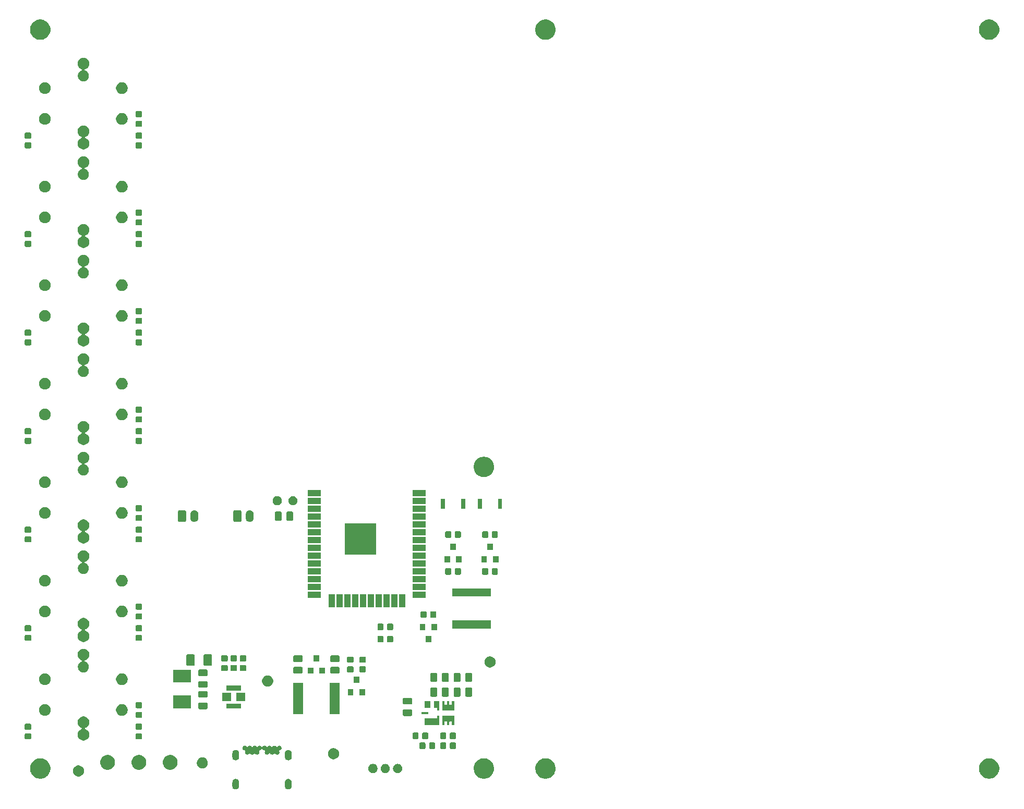
<source format=gbr>
G04 #@! TF.GenerationSoftware,KiCad,Pcbnew,(5.0.1-3-g963ef8bb5)*
G04 #@! TF.CreationDate,2021-04-06T11:18:42+02:00*
G04 #@! TF.ProjectId,foodSampler_v20,666F6F6453616D706C65725F7632302E,rev?*
G04 #@! TF.SameCoordinates,Original*
G04 #@! TF.FileFunction,Soldermask,Top*
G04 #@! TF.FilePolarity,Negative*
%FSLAX46Y46*%
G04 Gerber Fmt 4.6, Leading zero omitted, Abs format (unit mm)*
G04 Created by KiCad (PCBNEW (5.0.1-3-g963ef8bb5)) date 2021 April 06, Tuesday 11:18:42*
%MOMM*%
%LPD*%
G01*
G04 APERTURE LIST*
%ADD10C,0.100000*%
G04 APERTURE END LIST*
D10*
G36*
X61838015Y-156706973D02*
X61941879Y-156738479D01*
X62037600Y-156789644D01*
X62121501Y-156858499D01*
X62190356Y-156942400D01*
X62241521Y-157038121D01*
X62273027Y-157141985D01*
X62281000Y-157222933D01*
X62281000Y-157877067D01*
X62273027Y-157958015D01*
X62241521Y-158061879D01*
X62190356Y-158157600D01*
X62121501Y-158241501D01*
X62037600Y-158310356D01*
X61941878Y-158361521D01*
X61838014Y-158393027D01*
X61730000Y-158403666D01*
X61621985Y-158393027D01*
X61518121Y-158361521D01*
X61422400Y-158310356D01*
X61338499Y-158241501D01*
X61269644Y-158157600D01*
X61218479Y-158061878D01*
X61186973Y-157958014D01*
X61179000Y-157877066D01*
X61179000Y-157222933D01*
X61186973Y-157141985D01*
X61218480Y-157038121D01*
X61269645Y-156942400D01*
X61338500Y-156858499D01*
X61422401Y-156789644D01*
X61518122Y-156738479D01*
X61621986Y-156706973D01*
X61730000Y-156696334D01*
X61838015Y-156706973D01*
X61838015Y-156706973D01*
G37*
G36*
X70378015Y-156706973D02*
X70481879Y-156738479D01*
X70577600Y-156789644D01*
X70661501Y-156858499D01*
X70730356Y-156942400D01*
X70781521Y-157038121D01*
X70813027Y-157141985D01*
X70821000Y-157222933D01*
X70821000Y-157877067D01*
X70813027Y-157958015D01*
X70781521Y-158061879D01*
X70730356Y-158157600D01*
X70661501Y-158241501D01*
X70577600Y-158310356D01*
X70481878Y-158361521D01*
X70378014Y-158393027D01*
X70270000Y-158403666D01*
X70161985Y-158393027D01*
X70058121Y-158361521D01*
X69962400Y-158310356D01*
X69878499Y-158241501D01*
X69809644Y-158157600D01*
X69758479Y-158061878D01*
X69726973Y-157958014D01*
X69719000Y-157877066D01*
X69719000Y-157222933D01*
X69726973Y-157141985D01*
X69758480Y-157038121D01*
X69809645Y-156942400D01*
X69878500Y-156858499D01*
X69962401Y-156789644D01*
X70058122Y-156738479D01*
X70161986Y-156706973D01*
X70270000Y-156696334D01*
X70378015Y-156706973D01*
X70378015Y-156706973D01*
G37*
G36*
X102375256Y-153391298D02*
X102481579Y-153412447D01*
X102611775Y-153466376D01*
X102754866Y-153525646D01*
X102782042Y-153536903D01*
X102923646Y-153631520D01*
X103052454Y-153717587D01*
X103282413Y-153947546D01*
X103282415Y-153947549D01*
X103463097Y-154217958D01*
X103587553Y-154518421D01*
X103590577Y-154533624D01*
X103651000Y-154837389D01*
X103651000Y-155162611D01*
X103612585Y-155355733D01*
X103587553Y-155481579D01*
X103463097Y-155782042D01*
X103433201Y-155826784D01*
X103282413Y-156052454D01*
X103052454Y-156282413D01*
X103052451Y-156282415D01*
X102782042Y-156463097D01*
X102481579Y-156587553D01*
X102375256Y-156608702D01*
X102162611Y-156651000D01*
X101837389Y-156651000D01*
X101624744Y-156608702D01*
X101518421Y-156587553D01*
X101217958Y-156463097D01*
X100947549Y-156282415D01*
X100947546Y-156282413D01*
X100717587Y-156052454D01*
X100566799Y-155826784D01*
X100536903Y-155782042D01*
X100412447Y-155481579D01*
X100387415Y-155355733D01*
X100349000Y-155162611D01*
X100349000Y-154837389D01*
X100409423Y-154533624D01*
X100412447Y-154518421D01*
X100536903Y-154217958D01*
X100717585Y-153947549D01*
X100717587Y-153947546D01*
X100947546Y-153717587D01*
X101076354Y-153631520D01*
X101217958Y-153536903D01*
X101245135Y-153525646D01*
X101388225Y-153466376D01*
X101518421Y-153412447D01*
X101624744Y-153391298D01*
X101837389Y-153349000D01*
X102162611Y-153349000D01*
X102375256Y-153391298D01*
X102375256Y-153391298D01*
G37*
G36*
X30375256Y-153391298D02*
X30481579Y-153412447D01*
X30611775Y-153466376D01*
X30754866Y-153525646D01*
X30782042Y-153536903D01*
X30923646Y-153631520D01*
X31052454Y-153717587D01*
X31282413Y-153947546D01*
X31282415Y-153947549D01*
X31463097Y-154217958D01*
X31587553Y-154518421D01*
X31590577Y-154533624D01*
X31651000Y-154837389D01*
X31651000Y-155162611D01*
X31612585Y-155355733D01*
X31587553Y-155481579D01*
X31463097Y-155782042D01*
X31433201Y-155826784D01*
X31282413Y-156052454D01*
X31052454Y-156282413D01*
X31052451Y-156282415D01*
X30782042Y-156463097D01*
X30481579Y-156587553D01*
X30375256Y-156608702D01*
X30162611Y-156651000D01*
X29837389Y-156651000D01*
X29624744Y-156608702D01*
X29518421Y-156587553D01*
X29217958Y-156463097D01*
X28947549Y-156282415D01*
X28947546Y-156282413D01*
X28717587Y-156052454D01*
X28566799Y-155826784D01*
X28536903Y-155782042D01*
X28412447Y-155481579D01*
X28387415Y-155355733D01*
X28349000Y-155162611D01*
X28349000Y-154837389D01*
X28409423Y-154533624D01*
X28412447Y-154518421D01*
X28536903Y-154217958D01*
X28717585Y-153947549D01*
X28717587Y-153947546D01*
X28947546Y-153717587D01*
X29076354Y-153631520D01*
X29217958Y-153536903D01*
X29245135Y-153525646D01*
X29388225Y-153466376D01*
X29518421Y-153412447D01*
X29624744Y-153391298D01*
X29837389Y-153349000D01*
X30162611Y-153349000D01*
X30375256Y-153391298D01*
X30375256Y-153391298D01*
G37*
G36*
X184375256Y-153391298D02*
X184481579Y-153412447D01*
X184611775Y-153466376D01*
X184754866Y-153525646D01*
X184782042Y-153536903D01*
X184923646Y-153631520D01*
X185052454Y-153717587D01*
X185282413Y-153947546D01*
X185282415Y-153947549D01*
X185463097Y-154217958D01*
X185587553Y-154518421D01*
X185590577Y-154533624D01*
X185651000Y-154837389D01*
X185651000Y-155162611D01*
X185612585Y-155355733D01*
X185587553Y-155481579D01*
X185463097Y-155782042D01*
X185433201Y-155826784D01*
X185282413Y-156052454D01*
X185052454Y-156282413D01*
X185052451Y-156282415D01*
X184782042Y-156463097D01*
X184481579Y-156587553D01*
X184375256Y-156608702D01*
X184162611Y-156651000D01*
X183837389Y-156651000D01*
X183624744Y-156608702D01*
X183518421Y-156587553D01*
X183217958Y-156463097D01*
X182947549Y-156282415D01*
X182947546Y-156282413D01*
X182717587Y-156052454D01*
X182566799Y-155826784D01*
X182536903Y-155782042D01*
X182412447Y-155481579D01*
X182387415Y-155355733D01*
X182349000Y-155162611D01*
X182349000Y-154837389D01*
X182409423Y-154533624D01*
X182412447Y-154518421D01*
X182536903Y-154217958D01*
X182717585Y-153947549D01*
X182717587Y-153947546D01*
X182947546Y-153717587D01*
X183076354Y-153631520D01*
X183217958Y-153536903D01*
X183245135Y-153525646D01*
X183388225Y-153466376D01*
X183518421Y-153412447D01*
X183624744Y-153391298D01*
X183837389Y-153349000D01*
X184162611Y-153349000D01*
X184375256Y-153391298D01*
X184375256Y-153391298D01*
G37*
G36*
X112375256Y-153391298D02*
X112481579Y-153412447D01*
X112611775Y-153466376D01*
X112754866Y-153525646D01*
X112782042Y-153536903D01*
X112923646Y-153631520D01*
X113052454Y-153717587D01*
X113282413Y-153947546D01*
X113282415Y-153947549D01*
X113463097Y-154217958D01*
X113587553Y-154518421D01*
X113590577Y-154533624D01*
X113651000Y-154837389D01*
X113651000Y-155162611D01*
X113612585Y-155355733D01*
X113587553Y-155481579D01*
X113463097Y-155782042D01*
X113433201Y-155826784D01*
X113282413Y-156052454D01*
X113052454Y-156282413D01*
X113052451Y-156282415D01*
X112782042Y-156463097D01*
X112481579Y-156587553D01*
X112375256Y-156608702D01*
X112162611Y-156651000D01*
X111837389Y-156651000D01*
X111624744Y-156608702D01*
X111518421Y-156587553D01*
X111217958Y-156463097D01*
X110947549Y-156282415D01*
X110947546Y-156282413D01*
X110717587Y-156052454D01*
X110566799Y-155826784D01*
X110536903Y-155782042D01*
X110412447Y-155481579D01*
X110387415Y-155355733D01*
X110349000Y-155162611D01*
X110349000Y-154837389D01*
X110409423Y-154533624D01*
X110412447Y-154518421D01*
X110536903Y-154217958D01*
X110717585Y-153947549D01*
X110717587Y-153947546D01*
X110947546Y-153717587D01*
X111076354Y-153631520D01*
X111217958Y-153536903D01*
X111245135Y-153525646D01*
X111388225Y-153466376D01*
X111518421Y-153412447D01*
X111624744Y-153391298D01*
X111837389Y-153349000D01*
X112162611Y-153349000D01*
X112375256Y-153391298D01*
X112375256Y-153391298D01*
G37*
G36*
X36462812Y-154533624D02*
X36626784Y-154601544D01*
X36774354Y-154700147D01*
X36899853Y-154825646D01*
X36998456Y-154973216D01*
X37066376Y-155137188D01*
X37101000Y-155311259D01*
X37101000Y-155488741D01*
X37066376Y-155662812D01*
X36998456Y-155826784D01*
X36899853Y-155974354D01*
X36774354Y-156099853D01*
X36626784Y-156198456D01*
X36462812Y-156266376D01*
X36288741Y-156301000D01*
X36111259Y-156301000D01*
X35937188Y-156266376D01*
X35773216Y-156198456D01*
X35625646Y-156099853D01*
X35500147Y-155974354D01*
X35401544Y-155826784D01*
X35333624Y-155662812D01*
X35299000Y-155488741D01*
X35299000Y-155311259D01*
X35333624Y-155137188D01*
X35401544Y-154973216D01*
X35500147Y-154825646D01*
X35625646Y-154700147D01*
X35773216Y-154601544D01*
X35937188Y-154533624D01*
X36111259Y-154499000D01*
X36288741Y-154499000D01*
X36462812Y-154533624D01*
X36462812Y-154533624D01*
G37*
G36*
X88132004Y-154260544D02*
X88219059Y-154277860D01*
X88355732Y-154334472D01*
X88477079Y-154415554D01*
X88478738Y-154416662D01*
X88583338Y-154521262D01*
X88583340Y-154521265D01*
X88665528Y-154644268D01*
X88722140Y-154780941D01*
X88751000Y-154926033D01*
X88751000Y-155073967D01*
X88722140Y-155219059D01*
X88665528Y-155355732D01*
X88665527Y-155355733D01*
X88583338Y-155478738D01*
X88478738Y-155583338D01*
X88478735Y-155583340D01*
X88355732Y-155665528D01*
X88219059Y-155722140D01*
X88132004Y-155739456D01*
X88073969Y-155751000D01*
X87926031Y-155751000D01*
X87867996Y-155739456D01*
X87780941Y-155722140D01*
X87644268Y-155665528D01*
X87521265Y-155583340D01*
X87521262Y-155583338D01*
X87416662Y-155478738D01*
X87334473Y-155355733D01*
X87334472Y-155355732D01*
X87277860Y-155219059D01*
X87249000Y-155073967D01*
X87249000Y-154926033D01*
X87277860Y-154780941D01*
X87334472Y-154644268D01*
X87416660Y-154521265D01*
X87416662Y-154521262D01*
X87521262Y-154416662D01*
X87522921Y-154415554D01*
X87644268Y-154334472D01*
X87780941Y-154277860D01*
X87867996Y-154260544D01*
X87926031Y-154249000D01*
X88073969Y-154249000D01*
X88132004Y-154260544D01*
X88132004Y-154260544D01*
G37*
G36*
X86132004Y-154260544D02*
X86219059Y-154277860D01*
X86355732Y-154334472D01*
X86477079Y-154415554D01*
X86478738Y-154416662D01*
X86583338Y-154521262D01*
X86583340Y-154521265D01*
X86665528Y-154644268D01*
X86722140Y-154780941D01*
X86751000Y-154926033D01*
X86751000Y-155073967D01*
X86722140Y-155219059D01*
X86665528Y-155355732D01*
X86665527Y-155355733D01*
X86583338Y-155478738D01*
X86478738Y-155583338D01*
X86478735Y-155583340D01*
X86355732Y-155665528D01*
X86219059Y-155722140D01*
X86132004Y-155739456D01*
X86073969Y-155751000D01*
X85926031Y-155751000D01*
X85867996Y-155739456D01*
X85780941Y-155722140D01*
X85644268Y-155665528D01*
X85521265Y-155583340D01*
X85521262Y-155583338D01*
X85416662Y-155478738D01*
X85334473Y-155355733D01*
X85334472Y-155355732D01*
X85277860Y-155219059D01*
X85249000Y-155073967D01*
X85249000Y-154926033D01*
X85277860Y-154780941D01*
X85334472Y-154644268D01*
X85416660Y-154521265D01*
X85416662Y-154521262D01*
X85521262Y-154416662D01*
X85522921Y-154415554D01*
X85644268Y-154334472D01*
X85780941Y-154277860D01*
X85867996Y-154260544D01*
X85926031Y-154249000D01*
X86073969Y-154249000D01*
X86132004Y-154260544D01*
X86132004Y-154260544D01*
G37*
G36*
X84132004Y-154260544D02*
X84219059Y-154277860D01*
X84355732Y-154334472D01*
X84477079Y-154415554D01*
X84478738Y-154416662D01*
X84583338Y-154521262D01*
X84583340Y-154521265D01*
X84665528Y-154644268D01*
X84722140Y-154780941D01*
X84751000Y-154926033D01*
X84751000Y-155073967D01*
X84722140Y-155219059D01*
X84665528Y-155355732D01*
X84665527Y-155355733D01*
X84583338Y-155478738D01*
X84478738Y-155583338D01*
X84478735Y-155583340D01*
X84355732Y-155665528D01*
X84219059Y-155722140D01*
X84132004Y-155739456D01*
X84073969Y-155751000D01*
X83926031Y-155751000D01*
X83867996Y-155739456D01*
X83780941Y-155722140D01*
X83644268Y-155665528D01*
X83521265Y-155583340D01*
X83521262Y-155583338D01*
X83416662Y-155478738D01*
X83334473Y-155355733D01*
X83334472Y-155355732D01*
X83277860Y-155219059D01*
X83249000Y-155073967D01*
X83249000Y-154926033D01*
X83277860Y-154780941D01*
X83334472Y-154644268D01*
X83416660Y-154521265D01*
X83416662Y-154521262D01*
X83521262Y-154416662D01*
X83522921Y-154415554D01*
X83644268Y-154334472D01*
X83780941Y-154277860D01*
X83867996Y-154260544D01*
X83926031Y-154249000D01*
X84073969Y-154249000D01*
X84132004Y-154260544D01*
X84132004Y-154260544D01*
G37*
G36*
X51430316Y-152845153D02*
X51430318Y-152845154D01*
X51430319Y-152845154D01*
X51472949Y-152862812D01*
X51648888Y-152935688D01*
X51747576Y-153001629D01*
X51845593Y-153067122D01*
X52012878Y-153234407D01*
X52056605Y-153299850D01*
X52144312Y-153431112D01*
X52234847Y-153649684D01*
X52281000Y-153881710D01*
X52281000Y-154118290D01*
X52234847Y-154350316D01*
X52144312Y-154568888D01*
X52093945Y-154644267D01*
X52012878Y-154765593D01*
X51845593Y-154932878D01*
X51747576Y-154998371D01*
X51648888Y-155064312D01*
X51511056Y-155121403D01*
X51430319Y-155154846D01*
X51430318Y-155154846D01*
X51430316Y-155154847D01*
X51198290Y-155201000D01*
X50961710Y-155201000D01*
X50729684Y-155154847D01*
X50729682Y-155154846D01*
X50729681Y-155154846D01*
X50648944Y-155121403D01*
X50511112Y-155064312D01*
X50412424Y-154998371D01*
X50314407Y-154932878D01*
X50147122Y-154765593D01*
X50066055Y-154644267D01*
X50015688Y-154568888D01*
X49925153Y-154350316D01*
X49879000Y-154118290D01*
X49879000Y-153881710D01*
X49925153Y-153649684D01*
X50015688Y-153431112D01*
X50103395Y-153299850D01*
X50147122Y-153234407D01*
X50314407Y-153067122D01*
X50412424Y-153001629D01*
X50511112Y-152935688D01*
X50687051Y-152862812D01*
X50729681Y-152845154D01*
X50729682Y-152845154D01*
X50729684Y-152845153D01*
X50961710Y-152799000D01*
X51198290Y-152799000D01*
X51430316Y-152845153D01*
X51430316Y-152845153D01*
G37*
G36*
X46350316Y-152845153D02*
X46350318Y-152845154D01*
X46350319Y-152845154D01*
X46392949Y-152862812D01*
X46568888Y-152935688D01*
X46667576Y-153001629D01*
X46765593Y-153067122D01*
X46932878Y-153234407D01*
X46976605Y-153299850D01*
X47064312Y-153431112D01*
X47154847Y-153649684D01*
X47201000Y-153881710D01*
X47201000Y-154118290D01*
X47154847Y-154350316D01*
X47064312Y-154568888D01*
X47013945Y-154644267D01*
X46932878Y-154765593D01*
X46765593Y-154932878D01*
X46667576Y-154998371D01*
X46568888Y-155064312D01*
X46431056Y-155121403D01*
X46350319Y-155154846D01*
X46350318Y-155154846D01*
X46350316Y-155154847D01*
X46118290Y-155201000D01*
X45881710Y-155201000D01*
X45649684Y-155154847D01*
X45649682Y-155154846D01*
X45649681Y-155154846D01*
X45568944Y-155121403D01*
X45431112Y-155064312D01*
X45332424Y-154998371D01*
X45234407Y-154932878D01*
X45067122Y-154765593D01*
X44986055Y-154644267D01*
X44935688Y-154568888D01*
X44845153Y-154350316D01*
X44799000Y-154118290D01*
X44799000Y-153881710D01*
X44845153Y-153649684D01*
X44935688Y-153431112D01*
X45023395Y-153299850D01*
X45067122Y-153234407D01*
X45234407Y-153067122D01*
X45332424Y-153001629D01*
X45431112Y-152935688D01*
X45607051Y-152862812D01*
X45649681Y-152845154D01*
X45649682Y-152845154D01*
X45649684Y-152845153D01*
X45881710Y-152799000D01*
X46118290Y-152799000D01*
X46350316Y-152845153D01*
X46350316Y-152845153D01*
G37*
G36*
X41270316Y-152845153D02*
X41270318Y-152845154D01*
X41270319Y-152845154D01*
X41312949Y-152862812D01*
X41488888Y-152935688D01*
X41587576Y-153001629D01*
X41685593Y-153067122D01*
X41852878Y-153234407D01*
X41896605Y-153299850D01*
X41984312Y-153431112D01*
X42074847Y-153649684D01*
X42121000Y-153881710D01*
X42121000Y-154118290D01*
X42074847Y-154350316D01*
X41984312Y-154568888D01*
X41933945Y-154644267D01*
X41852878Y-154765593D01*
X41685593Y-154932878D01*
X41587576Y-154998371D01*
X41488888Y-155064312D01*
X41351056Y-155121403D01*
X41270319Y-155154846D01*
X41270318Y-155154846D01*
X41270316Y-155154847D01*
X41038290Y-155201000D01*
X40801710Y-155201000D01*
X40569684Y-155154847D01*
X40569682Y-155154846D01*
X40569681Y-155154846D01*
X40488944Y-155121403D01*
X40351112Y-155064312D01*
X40252424Y-154998371D01*
X40154407Y-154932878D01*
X39987122Y-154765593D01*
X39906055Y-154644267D01*
X39855688Y-154568888D01*
X39765153Y-154350316D01*
X39719000Y-154118290D01*
X39719000Y-153881710D01*
X39765153Y-153649684D01*
X39855688Y-153431112D01*
X39943395Y-153299850D01*
X39987122Y-153234407D01*
X40154407Y-153067122D01*
X40252424Y-153001629D01*
X40351112Y-152935688D01*
X40527051Y-152862812D01*
X40569681Y-152845154D01*
X40569682Y-152845154D01*
X40569684Y-152845153D01*
X40801710Y-152799000D01*
X41038290Y-152799000D01*
X41270316Y-152845153D01*
X41270316Y-152845153D01*
G37*
G36*
X56562812Y-153233624D02*
X56726784Y-153301544D01*
X56874354Y-153400147D01*
X56999853Y-153525646D01*
X57098456Y-153673216D01*
X57166376Y-153837188D01*
X57201000Y-154011259D01*
X57201000Y-154188741D01*
X57166376Y-154362812D01*
X57098456Y-154526784D01*
X56999853Y-154674354D01*
X56874354Y-154799853D01*
X56726784Y-154898456D01*
X56562812Y-154966376D01*
X56388741Y-155001000D01*
X56211259Y-155001000D01*
X56037188Y-154966376D01*
X55873216Y-154898456D01*
X55725646Y-154799853D01*
X55600147Y-154674354D01*
X55501544Y-154526784D01*
X55433624Y-154362812D01*
X55399000Y-154188741D01*
X55399000Y-154011259D01*
X55433624Y-153837188D01*
X55501544Y-153673216D01*
X55600147Y-153525646D01*
X55725646Y-153400147D01*
X55873216Y-153301544D01*
X56037188Y-153233624D01*
X56211259Y-153199000D01*
X56388741Y-153199000D01*
X56562812Y-153233624D01*
X56562812Y-153233624D01*
G37*
G36*
X61838015Y-151976973D02*
X61941879Y-152008479D01*
X62037600Y-152059644D01*
X62121501Y-152128499D01*
X62190356Y-152212400D01*
X62241521Y-152308121D01*
X62273027Y-152411985D01*
X62281000Y-152492933D01*
X62281000Y-153147067D01*
X62273027Y-153228015D01*
X62241521Y-153331879D01*
X62190356Y-153427600D01*
X62121501Y-153511501D01*
X62037600Y-153580356D01*
X61941878Y-153631521D01*
X61838014Y-153663027D01*
X61730000Y-153673666D01*
X61621985Y-153663027D01*
X61518121Y-153631521D01*
X61422400Y-153580356D01*
X61338499Y-153511501D01*
X61269644Y-153427600D01*
X61218479Y-153331878D01*
X61186973Y-153228014D01*
X61179000Y-153147066D01*
X61179000Y-152492933D01*
X61186973Y-152411985D01*
X61218480Y-152308121D01*
X61269645Y-152212400D01*
X61338500Y-152128499D01*
X61422401Y-152059644D01*
X61518122Y-152008479D01*
X61621986Y-151976973D01*
X61730000Y-151966334D01*
X61838015Y-151976973D01*
X61838015Y-151976973D01*
G37*
G36*
X70378015Y-151976973D02*
X70481879Y-152008479D01*
X70577600Y-152059644D01*
X70661501Y-152128499D01*
X70730356Y-152212400D01*
X70781521Y-152308121D01*
X70813027Y-152411985D01*
X70821000Y-152492933D01*
X70821000Y-153147067D01*
X70813027Y-153228015D01*
X70781521Y-153331879D01*
X70730356Y-153427600D01*
X70661501Y-153511501D01*
X70577600Y-153580356D01*
X70481878Y-153631521D01*
X70378014Y-153663027D01*
X70270000Y-153673666D01*
X70161985Y-153663027D01*
X70058121Y-153631521D01*
X69962400Y-153580356D01*
X69878499Y-153511501D01*
X69809644Y-153427600D01*
X69758479Y-153331878D01*
X69726973Y-153228014D01*
X69719000Y-153147066D01*
X69719000Y-152492933D01*
X69726973Y-152411985D01*
X69758480Y-152308121D01*
X69809645Y-152212400D01*
X69878500Y-152128499D01*
X69962401Y-152059644D01*
X70058122Y-152008479D01*
X70161986Y-151976973D01*
X70270000Y-151966334D01*
X70378015Y-151976973D01*
X70378015Y-151976973D01*
G37*
G36*
X77862812Y-151733624D02*
X78026784Y-151801544D01*
X78174354Y-151900147D01*
X78299853Y-152025646D01*
X78398456Y-152173216D01*
X78466376Y-152337188D01*
X78501000Y-152511259D01*
X78501000Y-152688741D01*
X78466376Y-152862812D01*
X78398456Y-153026784D01*
X78299853Y-153174354D01*
X78174354Y-153299853D01*
X78026784Y-153398456D01*
X77862812Y-153466376D01*
X77688741Y-153501000D01*
X77511259Y-153501000D01*
X77337188Y-153466376D01*
X77173216Y-153398456D01*
X77025646Y-153299853D01*
X76900147Y-153174354D01*
X76801544Y-153026784D01*
X76733624Y-152862812D01*
X76699000Y-152688741D01*
X76699000Y-152511259D01*
X76733624Y-152337188D01*
X76801544Y-152173216D01*
X76900147Y-152025646D01*
X77025646Y-151900147D01*
X77173216Y-151801544D01*
X77337188Y-151733624D01*
X77511259Y-151699000D01*
X77688741Y-151699000D01*
X77862812Y-151733624D01*
X77862812Y-151733624D01*
G37*
G36*
X63309672Y-151308449D02*
X63309674Y-151308450D01*
X63309675Y-151308450D01*
X63378103Y-151336793D01*
X63439409Y-151377757D01*
X63439689Y-151377944D01*
X63492058Y-151430313D01*
X63496067Y-151436313D01*
X63511612Y-151455255D01*
X63530554Y-151470800D01*
X63552165Y-151482351D01*
X63575614Y-151489464D01*
X63600001Y-151491866D01*
X63624387Y-151489464D01*
X63647836Y-151482351D01*
X63669447Y-151470799D01*
X63688389Y-151455254D01*
X63703933Y-151436313D01*
X63707942Y-151430313D01*
X63760311Y-151377944D01*
X63760591Y-151377757D01*
X63821897Y-151336793D01*
X63890325Y-151308450D01*
X63890326Y-151308450D01*
X63890328Y-151308449D01*
X63962966Y-151294000D01*
X64037034Y-151294000D01*
X64109672Y-151308449D01*
X64109674Y-151308450D01*
X64109675Y-151308450D01*
X64178103Y-151336793D01*
X64239409Y-151377757D01*
X64239689Y-151377944D01*
X64292058Y-151430313D01*
X64296067Y-151436313D01*
X64311612Y-151455255D01*
X64330554Y-151470800D01*
X64352165Y-151482351D01*
X64375614Y-151489464D01*
X64400001Y-151491866D01*
X64424387Y-151489464D01*
X64447836Y-151482351D01*
X64469447Y-151470799D01*
X64488389Y-151455254D01*
X64503933Y-151436313D01*
X64507942Y-151430313D01*
X64560311Y-151377944D01*
X64560591Y-151377757D01*
X64621897Y-151336793D01*
X64690325Y-151308450D01*
X64690326Y-151308450D01*
X64690328Y-151308449D01*
X64762966Y-151294000D01*
X64837034Y-151294000D01*
X64909672Y-151308449D01*
X64909674Y-151308450D01*
X64909675Y-151308450D01*
X64978103Y-151336793D01*
X65039409Y-151377757D01*
X65039689Y-151377944D01*
X65092058Y-151430313D01*
X65096067Y-151436313D01*
X65111612Y-151455255D01*
X65130554Y-151470800D01*
X65152165Y-151482351D01*
X65175614Y-151489464D01*
X65200001Y-151491866D01*
X65224387Y-151489464D01*
X65247836Y-151482351D01*
X65269447Y-151470799D01*
X65288389Y-151455254D01*
X65303933Y-151436313D01*
X65307942Y-151430313D01*
X65360311Y-151377944D01*
X65360591Y-151377757D01*
X65421897Y-151336793D01*
X65490325Y-151308450D01*
X65490326Y-151308450D01*
X65490328Y-151308449D01*
X65562966Y-151294000D01*
X65637034Y-151294000D01*
X65709672Y-151308449D01*
X65709674Y-151308450D01*
X65709675Y-151308450D01*
X65778103Y-151336793D01*
X65839409Y-151377757D01*
X65839689Y-151377944D01*
X65892058Y-151430313D01*
X65896067Y-151436313D01*
X65911612Y-151455255D01*
X65930554Y-151470800D01*
X65952165Y-151482351D01*
X65975614Y-151489464D01*
X66000001Y-151491866D01*
X66024387Y-151489464D01*
X66047836Y-151482351D01*
X66069447Y-151470799D01*
X66088389Y-151455254D01*
X66103933Y-151436313D01*
X66107942Y-151430313D01*
X66160311Y-151377944D01*
X66160591Y-151377757D01*
X66221897Y-151336793D01*
X66290325Y-151308450D01*
X66290326Y-151308450D01*
X66290328Y-151308449D01*
X66362966Y-151294000D01*
X66437034Y-151294000D01*
X66509672Y-151308449D01*
X66509674Y-151308450D01*
X66509675Y-151308450D01*
X66578103Y-151336793D01*
X66639409Y-151377757D01*
X66639689Y-151377944D01*
X66692058Y-151430313D01*
X66696067Y-151436313D01*
X66711612Y-151455255D01*
X66730554Y-151470800D01*
X66752165Y-151482351D01*
X66775614Y-151489464D01*
X66800001Y-151491866D01*
X66824387Y-151489464D01*
X66847836Y-151482351D01*
X66869447Y-151470799D01*
X66888389Y-151455254D01*
X66903933Y-151436313D01*
X66907942Y-151430313D01*
X66960311Y-151377944D01*
X66960591Y-151377757D01*
X67021897Y-151336793D01*
X67090325Y-151308450D01*
X67090326Y-151308450D01*
X67090328Y-151308449D01*
X67162966Y-151294000D01*
X67237034Y-151294000D01*
X67309672Y-151308449D01*
X67309674Y-151308450D01*
X67309675Y-151308450D01*
X67378103Y-151336793D01*
X67439409Y-151377757D01*
X67439689Y-151377944D01*
X67492058Y-151430313D01*
X67496067Y-151436313D01*
X67511612Y-151455255D01*
X67530554Y-151470800D01*
X67552165Y-151482351D01*
X67575614Y-151489464D01*
X67600001Y-151491866D01*
X67624387Y-151489464D01*
X67647836Y-151482351D01*
X67669447Y-151470799D01*
X67688389Y-151455254D01*
X67703933Y-151436313D01*
X67707942Y-151430313D01*
X67760311Y-151377944D01*
X67760591Y-151377757D01*
X67821897Y-151336793D01*
X67890325Y-151308450D01*
X67890326Y-151308450D01*
X67890328Y-151308449D01*
X67962966Y-151294000D01*
X68037034Y-151294000D01*
X68109672Y-151308449D01*
X68109674Y-151308450D01*
X68109675Y-151308450D01*
X68178103Y-151336793D01*
X68239409Y-151377757D01*
X68239689Y-151377944D01*
X68292058Y-151430313D01*
X68296067Y-151436313D01*
X68311612Y-151455255D01*
X68330554Y-151470800D01*
X68352165Y-151482351D01*
X68375614Y-151489464D01*
X68400001Y-151491866D01*
X68424387Y-151489464D01*
X68447836Y-151482351D01*
X68469447Y-151470799D01*
X68488389Y-151455254D01*
X68503933Y-151436313D01*
X68507942Y-151430313D01*
X68560311Y-151377944D01*
X68560591Y-151377757D01*
X68621897Y-151336793D01*
X68690325Y-151308450D01*
X68690326Y-151308450D01*
X68690328Y-151308449D01*
X68762966Y-151294000D01*
X68837034Y-151294000D01*
X68909672Y-151308449D01*
X68909674Y-151308450D01*
X68909675Y-151308450D01*
X68978103Y-151336793D01*
X69039409Y-151377757D01*
X69039689Y-151377944D01*
X69092056Y-151430311D01*
X69092057Y-151430313D01*
X69092058Y-151430314D01*
X69133207Y-151491897D01*
X69161550Y-151560325D01*
X69161551Y-151560328D01*
X69176000Y-151632966D01*
X69176000Y-151707034D01*
X69163010Y-151772339D01*
X69161550Y-151779675D01*
X69133207Y-151848103D01*
X69098432Y-151900147D01*
X69092056Y-151909689D01*
X69039689Y-151962056D01*
X69039686Y-151962058D01*
X68978103Y-152003207D01*
X68923936Y-152025643D01*
X68909673Y-152031551D01*
X68880857Y-152037283D01*
X68857408Y-152044396D01*
X68835798Y-152055947D01*
X68816855Y-152071493D01*
X68801310Y-152090435D01*
X68789759Y-152112046D01*
X68782646Y-152135495D01*
X68780244Y-152159881D01*
X68782646Y-152184268D01*
X68789757Y-152207711D01*
X68811550Y-152260325D01*
X68826000Y-152332967D01*
X68826000Y-152407033D01*
X68811550Y-152479675D01*
X68783207Y-152548103D01*
X68746066Y-152603687D01*
X68742056Y-152609689D01*
X68689689Y-152662056D01*
X68689686Y-152662058D01*
X68628103Y-152703207D01*
X68559675Y-152731550D01*
X68559674Y-152731550D01*
X68559672Y-152731551D01*
X68487034Y-152746000D01*
X68412966Y-152746000D01*
X68340328Y-152731551D01*
X68340326Y-152731550D01*
X68340325Y-152731550D01*
X68271897Y-152703207D01*
X68210314Y-152662058D01*
X68210311Y-152662056D01*
X68157942Y-152609687D01*
X68153933Y-152603687D01*
X68138388Y-152584745D01*
X68119446Y-152569200D01*
X68097835Y-152557649D01*
X68074386Y-152550536D01*
X68049999Y-152548134D01*
X68025613Y-152550536D01*
X68002164Y-152557649D01*
X67980553Y-152569201D01*
X67961611Y-152584746D01*
X67946067Y-152603687D01*
X67942058Y-152609687D01*
X67889689Y-152662056D01*
X67889686Y-152662058D01*
X67828103Y-152703207D01*
X67759675Y-152731550D01*
X67759674Y-152731550D01*
X67759672Y-152731551D01*
X67687034Y-152746000D01*
X67612966Y-152746000D01*
X67540328Y-152731551D01*
X67540326Y-152731550D01*
X67540325Y-152731550D01*
X67471897Y-152703207D01*
X67410314Y-152662058D01*
X67410311Y-152662056D01*
X67357944Y-152609689D01*
X67353934Y-152603687D01*
X67328930Y-152566267D01*
X67313389Y-152547330D01*
X67294447Y-152531785D01*
X67272836Y-152520233D01*
X67249387Y-152513120D01*
X67225001Y-152510718D01*
X67200614Y-152513120D01*
X67177165Y-152520233D01*
X67155554Y-152531784D01*
X67136612Y-152547329D01*
X67121070Y-152566267D01*
X67096066Y-152603687D01*
X67092056Y-152609689D01*
X67039689Y-152662056D01*
X67039686Y-152662058D01*
X66978103Y-152703207D01*
X66909675Y-152731550D01*
X66909674Y-152731550D01*
X66909672Y-152731551D01*
X66837034Y-152746000D01*
X66762966Y-152746000D01*
X66690328Y-152731551D01*
X66690326Y-152731550D01*
X66690325Y-152731550D01*
X66621897Y-152703207D01*
X66560314Y-152662058D01*
X66560311Y-152662056D01*
X66507944Y-152609689D01*
X66503934Y-152603687D01*
X66466793Y-152548103D01*
X66438450Y-152479675D01*
X66424000Y-152407033D01*
X66424000Y-152332967D01*
X66438450Y-152260325D01*
X66456436Y-152216902D01*
X66463548Y-152193456D01*
X66465950Y-152169069D01*
X66463548Y-152144683D01*
X66456435Y-152121234D01*
X66444884Y-152099623D01*
X66429339Y-152080681D01*
X66410397Y-152065135D01*
X66388786Y-152053584D01*
X66365336Y-152046471D01*
X66362968Y-152046000D01*
X66362967Y-152046000D01*
X66337115Y-152040858D01*
X66290328Y-152031551D01*
X66290326Y-152031550D01*
X66290325Y-152031550D01*
X66221897Y-152003207D01*
X66160314Y-151962058D01*
X66160311Y-151962056D01*
X66107942Y-151909687D01*
X66103933Y-151903687D01*
X66088388Y-151884745D01*
X66069446Y-151869200D01*
X66047835Y-151857649D01*
X66024386Y-151850536D01*
X65999999Y-151848134D01*
X65975613Y-151850536D01*
X65952164Y-151857649D01*
X65930553Y-151869201D01*
X65911611Y-151884746D01*
X65896067Y-151903687D01*
X65892058Y-151909687D01*
X65839689Y-151962056D01*
X65839686Y-151962058D01*
X65778103Y-152003207D01*
X65709675Y-152031550D01*
X65709674Y-152031550D01*
X65709672Y-152031551D01*
X65662885Y-152040858D01*
X65637033Y-152046000D01*
X65637032Y-152046000D01*
X65634664Y-152046471D01*
X65611215Y-152053584D01*
X65589604Y-152065135D01*
X65570662Y-152080680D01*
X65555117Y-152099622D01*
X65543565Y-152121233D01*
X65536452Y-152144682D01*
X65534050Y-152169068D01*
X65536452Y-152193455D01*
X65543564Y-152216902D01*
X65561550Y-152260325D01*
X65576000Y-152332967D01*
X65576000Y-152407033D01*
X65561550Y-152479675D01*
X65533207Y-152548103D01*
X65496066Y-152603687D01*
X65492056Y-152609689D01*
X65439689Y-152662056D01*
X65439686Y-152662058D01*
X65378103Y-152703207D01*
X65309675Y-152731550D01*
X65309674Y-152731550D01*
X65309672Y-152731551D01*
X65237034Y-152746000D01*
X65162966Y-152746000D01*
X65090328Y-152731551D01*
X65090326Y-152731550D01*
X65090325Y-152731550D01*
X65021897Y-152703207D01*
X64960314Y-152662058D01*
X64960311Y-152662056D01*
X64907942Y-152609687D01*
X64903933Y-152603687D01*
X64888388Y-152584745D01*
X64869446Y-152569200D01*
X64847835Y-152557649D01*
X64824386Y-152550536D01*
X64799999Y-152548134D01*
X64775613Y-152550536D01*
X64752164Y-152557649D01*
X64730553Y-152569201D01*
X64711611Y-152584746D01*
X64696067Y-152603687D01*
X64692058Y-152609687D01*
X64639689Y-152662056D01*
X64639686Y-152662058D01*
X64578103Y-152703207D01*
X64509675Y-152731550D01*
X64509674Y-152731550D01*
X64509672Y-152731551D01*
X64437034Y-152746000D01*
X64362966Y-152746000D01*
X64290328Y-152731551D01*
X64290326Y-152731550D01*
X64290325Y-152731550D01*
X64221897Y-152703207D01*
X64160314Y-152662058D01*
X64160311Y-152662056D01*
X64107942Y-152609687D01*
X64103933Y-152603687D01*
X64088388Y-152584745D01*
X64069446Y-152569200D01*
X64047835Y-152557649D01*
X64024386Y-152550536D01*
X63999999Y-152548134D01*
X63975613Y-152550536D01*
X63952164Y-152557649D01*
X63930553Y-152569201D01*
X63911611Y-152584746D01*
X63896067Y-152603687D01*
X63892058Y-152609687D01*
X63839689Y-152662056D01*
X63839686Y-152662058D01*
X63778103Y-152703207D01*
X63709675Y-152731550D01*
X63709674Y-152731550D01*
X63709672Y-152731551D01*
X63637034Y-152746000D01*
X63562966Y-152746000D01*
X63490328Y-152731551D01*
X63490326Y-152731550D01*
X63490325Y-152731550D01*
X63421897Y-152703207D01*
X63360314Y-152662058D01*
X63360311Y-152662056D01*
X63307944Y-152609689D01*
X63303934Y-152603687D01*
X63266793Y-152548103D01*
X63238450Y-152479675D01*
X63224000Y-152407033D01*
X63224000Y-152332967D01*
X63238450Y-152260325D01*
X63256436Y-152216902D01*
X63263548Y-152193456D01*
X63265950Y-152169069D01*
X63263548Y-152144683D01*
X63256435Y-152121234D01*
X63244884Y-152099623D01*
X63229339Y-152080681D01*
X63210397Y-152065135D01*
X63188786Y-152053584D01*
X63165336Y-152046471D01*
X63162968Y-152046000D01*
X63162967Y-152046000D01*
X63137115Y-152040858D01*
X63090328Y-152031551D01*
X63090326Y-152031550D01*
X63090325Y-152031550D01*
X63021897Y-152003207D01*
X62960314Y-151962058D01*
X62960311Y-151962056D01*
X62907944Y-151909689D01*
X62901568Y-151900147D01*
X62866793Y-151848103D01*
X62838450Y-151779675D01*
X62836991Y-151772339D01*
X62824000Y-151707034D01*
X62824000Y-151632966D01*
X62838449Y-151560328D01*
X62838450Y-151560325D01*
X62866793Y-151491897D01*
X62907942Y-151430314D01*
X62907943Y-151430313D01*
X62907944Y-151430311D01*
X62960311Y-151377944D01*
X62960591Y-151377757D01*
X63021897Y-151336793D01*
X63090325Y-151308450D01*
X63090326Y-151308450D01*
X63090328Y-151308449D01*
X63162966Y-151294000D01*
X63237034Y-151294000D01*
X63309672Y-151308449D01*
X63309672Y-151308449D01*
G37*
G36*
X92367091Y-150778085D02*
X92401069Y-150788393D01*
X92432387Y-150805133D01*
X92459839Y-150827661D01*
X92482367Y-150855113D01*
X92499107Y-150886431D01*
X92509415Y-150920409D01*
X92513500Y-150961890D01*
X92513500Y-151638110D01*
X92509415Y-151679591D01*
X92499107Y-151713569D01*
X92482367Y-151744887D01*
X92459839Y-151772339D01*
X92432387Y-151794867D01*
X92401069Y-151811607D01*
X92367091Y-151821915D01*
X92325610Y-151826000D01*
X91724390Y-151826000D01*
X91682909Y-151821915D01*
X91648931Y-151811607D01*
X91617613Y-151794867D01*
X91590161Y-151772339D01*
X91567633Y-151744887D01*
X91550893Y-151713569D01*
X91540585Y-151679591D01*
X91536500Y-151638110D01*
X91536500Y-150961890D01*
X91540585Y-150920409D01*
X91550893Y-150886431D01*
X91567633Y-150855113D01*
X91590161Y-150827661D01*
X91617613Y-150805133D01*
X91648931Y-150788393D01*
X91682909Y-150778085D01*
X91724390Y-150774000D01*
X92325610Y-150774000D01*
X92367091Y-150778085D01*
X92367091Y-150778085D01*
G37*
G36*
X95742091Y-150778085D02*
X95776069Y-150788393D01*
X95807387Y-150805133D01*
X95834839Y-150827661D01*
X95857367Y-150855113D01*
X95874107Y-150886431D01*
X95884415Y-150920409D01*
X95888500Y-150961890D01*
X95888500Y-151638110D01*
X95884415Y-151679591D01*
X95874107Y-151713569D01*
X95857367Y-151744887D01*
X95834839Y-151772339D01*
X95807387Y-151794867D01*
X95776069Y-151811607D01*
X95742091Y-151821915D01*
X95700610Y-151826000D01*
X95099390Y-151826000D01*
X95057909Y-151821915D01*
X95023931Y-151811607D01*
X94992613Y-151794867D01*
X94965161Y-151772339D01*
X94942633Y-151744887D01*
X94925893Y-151713569D01*
X94915585Y-151679591D01*
X94911500Y-151638110D01*
X94911500Y-150961890D01*
X94915585Y-150920409D01*
X94925893Y-150886431D01*
X94942633Y-150855113D01*
X94965161Y-150827661D01*
X94992613Y-150805133D01*
X95023931Y-150788393D01*
X95057909Y-150778085D01*
X95099390Y-150774000D01*
X95700610Y-150774000D01*
X95742091Y-150778085D01*
X95742091Y-150778085D01*
G37*
G36*
X97317091Y-150778085D02*
X97351069Y-150788393D01*
X97382387Y-150805133D01*
X97409839Y-150827661D01*
X97432367Y-150855113D01*
X97449107Y-150886431D01*
X97459415Y-150920409D01*
X97463500Y-150961890D01*
X97463500Y-151638110D01*
X97459415Y-151679591D01*
X97449107Y-151713569D01*
X97432367Y-151744887D01*
X97409839Y-151772339D01*
X97382387Y-151794867D01*
X97351069Y-151811607D01*
X97317091Y-151821915D01*
X97275610Y-151826000D01*
X96674390Y-151826000D01*
X96632909Y-151821915D01*
X96598931Y-151811607D01*
X96567613Y-151794867D01*
X96540161Y-151772339D01*
X96517633Y-151744887D01*
X96500893Y-151713569D01*
X96490585Y-151679591D01*
X96486500Y-151638110D01*
X96486500Y-150961890D01*
X96490585Y-150920409D01*
X96500893Y-150886431D01*
X96517633Y-150855113D01*
X96540161Y-150827661D01*
X96567613Y-150805133D01*
X96598931Y-150788393D01*
X96632909Y-150778085D01*
X96674390Y-150774000D01*
X97275610Y-150774000D01*
X97317091Y-150778085D01*
X97317091Y-150778085D01*
G37*
G36*
X93942091Y-150778085D02*
X93976069Y-150788393D01*
X94007387Y-150805133D01*
X94034839Y-150827661D01*
X94057367Y-150855113D01*
X94074107Y-150886431D01*
X94084415Y-150920409D01*
X94088500Y-150961890D01*
X94088500Y-151638110D01*
X94084415Y-151679591D01*
X94074107Y-151713569D01*
X94057367Y-151744887D01*
X94034839Y-151772339D01*
X94007387Y-151794867D01*
X93976069Y-151811607D01*
X93942091Y-151821915D01*
X93900610Y-151826000D01*
X93299390Y-151826000D01*
X93257909Y-151821915D01*
X93223931Y-151811607D01*
X93192613Y-151794867D01*
X93165161Y-151772339D01*
X93142633Y-151744887D01*
X93125893Y-151713569D01*
X93115585Y-151679591D01*
X93111500Y-151638110D01*
X93111500Y-150961890D01*
X93115585Y-150920409D01*
X93125893Y-150886431D01*
X93142633Y-150855113D01*
X93165161Y-150827661D01*
X93192613Y-150805133D01*
X93223931Y-150788393D01*
X93257909Y-150778085D01*
X93299390Y-150774000D01*
X93900610Y-150774000D01*
X93942091Y-150778085D01*
X93942091Y-150778085D01*
G37*
G36*
X37277396Y-146585546D02*
X37450466Y-146657234D01*
X37606230Y-146761312D01*
X37738688Y-146893770D01*
X37842766Y-147049534D01*
X37914454Y-147222604D01*
X37951000Y-147406333D01*
X37951000Y-147593667D01*
X37914454Y-147777396D01*
X37842766Y-147950466D01*
X37738688Y-148106230D01*
X37606230Y-148238688D01*
X37450466Y-148342766D01*
X37349675Y-148384515D01*
X37328064Y-148396066D01*
X37309122Y-148411612D01*
X37293576Y-148430554D01*
X37282025Y-148452164D01*
X37274912Y-148475614D01*
X37272510Y-148500000D01*
X37274912Y-148524386D01*
X37282025Y-148547835D01*
X37293576Y-148569446D01*
X37309122Y-148588388D01*
X37328064Y-148603934D01*
X37349675Y-148615485D01*
X37450466Y-148657234D01*
X37606230Y-148761312D01*
X37738688Y-148893770D01*
X37842766Y-149049534D01*
X37914454Y-149222604D01*
X37951000Y-149406333D01*
X37951000Y-149593667D01*
X37914454Y-149777396D01*
X37842766Y-149950466D01*
X37738688Y-150106230D01*
X37606230Y-150238688D01*
X37450466Y-150342766D01*
X37277396Y-150414454D01*
X37093667Y-150451000D01*
X36906333Y-150451000D01*
X36722604Y-150414454D01*
X36549534Y-150342766D01*
X36393770Y-150238688D01*
X36261312Y-150106230D01*
X36157234Y-149950466D01*
X36085546Y-149777396D01*
X36049000Y-149593667D01*
X36049000Y-149406333D01*
X36085546Y-149222604D01*
X36157234Y-149049534D01*
X36261312Y-148893770D01*
X36393770Y-148761312D01*
X36549534Y-148657234D01*
X36650325Y-148615485D01*
X36671936Y-148603934D01*
X36690878Y-148588388D01*
X36706424Y-148569446D01*
X36717975Y-148547836D01*
X36725088Y-148524386D01*
X36727490Y-148500000D01*
X36725088Y-148475614D01*
X36717975Y-148452165D01*
X36706424Y-148430554D01*
X36690878Y-148411612D01*
X36671936Y-148396066D01*
X36650325Y-148384515D01*
X36549534Y-148342766D01*
X36393770Y-148238688D01*
X36261312Y-148106230D01*
X36157234Y-147950466D01*
X36085546Y-147777396D01*
X36049000Y-147593667D01*
X36049000Y-147406333D01*
X36085546Y-147222604D01*
X36157234Y-147049534D01*
X36261312Y-146893770D01*
X36393770Y-146761312D01*
X36549534Y-146657234D01*
X36722604Y-146585546D01*
X36906333Y-146549000D01*
X37093667Y-146549000D01*
X37277396Y-146585546D01*
X37277396Y-146585546D01*
G37*
G36*
X46379591Y-149303085D02*
X46413569Y-149313393D01*
X46444887Y-149330133D01*
X46472339Y-149352661D01*
X46494867Y-149380113D01*
X46511607Y-149411431D01*
X46521915Y-149445409D01*
X46526000Y-149486890D01*
X46526000Y-150088110D01*
X46521915Y-150129591D01*
X46511607Y-150163569D01*
X46494867Y-150194887D01*
X46472339Y-150222339D01*
X46444887Y-150244867D01*
X46413569Y-150261607D01*
X46379591Y-150271915D01*
X46338110Y-150276000D01*
X45661890Y-150276000D01*
X45620409Y-150271915D01*
X45586431Y-150261607D01*
X45555113Y-150244867D01*
X45527661Y-150222339D01*
X45505133Y-150194887D01*
X45488393Y-150163569D01*
X45478085Y-150129591D01*
X45474000Y-150088110D01*
X45474000Y-149486890D01*
X45478085Y-149445409D01*
X45488393Y-149411431D01*
X45505133Y-149380113D01*
X45527661Y-149352661D01*
X45555113Y-149330133D01*
X45586431Y-149313393D01*
X45620409Y-149303085D01*
X45661890Y-149299000D01*
X46338110Y-149299000D01*
X46379591Y-149303085D01*
X46379591Y-149303085D01*
G37*
G36*
X28379591Y-149303085D02*
X28413569Y-149313393D01*
X28444887Y-149330133D01*
X28472339Y-149352661D01*
X28494867Y-149380113D01*
X28511607Y-149411431D01*
X28521915Y-149445409D01*
X28526000Y-149486890D01*
X28526000Y-150088110D01*
X28521915Y-150129591D01*
X28511607Y-150163569D01*
X28494867Y-150194887D01*
X28472339Y-150222339D01*
X28444887Y-150244867D01*
X28413569Y-150261607D01*
X28379591Y-150271915D01*
X28338110Y-150276000D01*
X27661890Y-150276000D01*
X27620409Y-150271915D01*
X27586431Y-150261607D01*
X27555113Y-150244867D01*
X27527661Y-150222339D01*
X27505133Y-150194887D01*
X27488393Y-150163569D01*
X27478085Y-150129591D01*
X27474000Y-150088110D01*
X27474000Y-149486890D01*
X27478085Y-149445409D01*
X27488393Y-149411431D01*
X27505133Y-149380113D01*
X27527661Y-149352661D01*
X27555113Y-149330133D01*
X27586431Y-149313393D01*
X27620409Y-149303085D01*
X27661890Y-149299000D01*
X28338110Y-149299000D01*
X28379591Y-149303085D01*
X28379591Y-149303085D01*
G37*
G36*
X92829591Y-149178085D02*
X92863569Y-149188393D01*
X92894887Y-149205133D01*
X92922339Y-149227661D01*
X92944867Y-149255113D01*
X92961607Y-149286431D01*
X92971915Y-149320409D01*
X92976000Y-149361890D01*
X92976000Y-150038110D01*
X92971915Y-150079591D01*
X92961607Y-150113569D01*
X92944867Y-150144887D01*
X92922339Y-150172339D01*
X92894887Y-150194867D01*
X92863569Y-150211607D01*
X92829591Y-150221915D01*
X92788110Y-150226000D01*
X92186890Y-150226000D01*
X92145409Y-150221915D01*
X92111431Y-150211607D01*
X92080113Y-150194867D01*
X92052661Y-150172339D01*
X92030133Y-150144887D01*
X92013393Y-150113569D01*
X92003085Y-150079591D01*
X91999000Y-150038110D01*
X91999000Y-149361890D01*
X92003085Y-149320409D01*
X92013393Y-149286431D01*
X92030133Y-149255113D01*
X92052661Y-149227661D01*
X92080113Y-149205133D01*
X92111431Y-149188393D01*
X92145409Y-149178085D01*
X92186890Y-149174000D01*
X92788110Y-149174000D01*
X92829591Y-149178085D01*
X92829591Y-149178085D01*
G37*
G36*
X91254591Y-149178085D02*
X91288569Y-149188393D01*
X91319887Y-149205133D01*
X91347339Y-149227661D01*
X91369867Y-149255113D01*
X91386607Y-149286431D01*
X91396915Y-149320409D01*
X91401000Y-149361890D01*
X91401000Y-150038110D01*
X91396915Y-150079591D01*
X91386607Y-150113569D01*
X91369867Y-150144887D01*
X91347339Y-150172339D01*
X91319887Y-150194867D01*
X91288569Y-150211607D01*
X91254591Y-150221915D01*
X91213110Y-150226000D01*
X90611890Y-150226000D01*
X90570409Y-150221915D01*
X90536431Y-150211607D01*
X90505113Y-150194867D01*
X90477661Y-150172339D01*
X90455133Y-150144887D01*
X90438393Y-150113569D01*
X90428085Y-150079591D01*
X90424000Y-150038110D01*
X90424000Y-149361890D01*
X90428085Y-149320409D01*
X90438393Y-149286431D01*
X90455133Y-149255113D01*
X90477661Y-149227661D01*
X90505113Y-149205133D01*
X90536431Y-149188393D01*
X90570409Y-149178085D01*
X90611890Y-149174000D01*
X91213110Y-149174000D01*
X91254591Y-149178085D01*
X91254591Y-149178085D01*
G37*
G36*
X95742091Y-149178085D02*
X95776069Y-149188393D01*
X95807387Y-149205133D01*
X95834839Y-149227661D01*
X95857367Y-149255113D01*
X95874107Y-149286431D01*
X95884415Y-149320409D01*
X95888500Y-149361890D01*
X95888500Y-150038110D01*
X95884415Y-150079591D01*
X95874107Y-150113569D01*
X95857367Y-150144887D01*
X95834839Y-150172339D01*
X95807387Y-150194867D01*
X95776069Y-150211607D01*
X95742091Y-150221915D01*
X95700610Y-150226000D01*
X95099390Y-150226000D01*
X95057909Y-150221915D01*
X95023931Y-150211607D01*
X94992613Y-150194867D01*
X94965161Y-150172339D01*
X94942633Y-150144887D01*
X94925893Y-150113569D01*
X94915585Y-150079591D01*
X94911500Y-150038110D01*
X94911500Y-149361890D01*
X94915585Y-149320409D01*
X94925893Y-149286431D01*
X94942633Y-149255113D01*
X94965161Y-149227661D01*
X94992613Y-149205133D01*
X95023931Y-149188393D01*
X95057909Y-149178085D01*
X95099390Y-149174000D01*
X95700610Y-149174000D01*
X95742091Y-149178085D01*
X95742091Y-149178085D01*
G37*
G36*
X97317091Y-149178085D02*
X97351069Y-149188393D01*
X97382387Y-149205133D01*
X97409839Y-149227661D01*
X97432367Y-149255113D01*
X97449107Y-149286431D01*
X97459415Y-149320409D01*
X97463500Y-149361890D01*
X97463500Y-150038110D01*
X97459415Y-150079591D01*
X97449107Y-150113569D01*
X97432367Y-150144887D01*
X97409839Y-150172339D01*
X97382387Y-150194867D01*
X97351069Y-150211607D01*
X97317091Y-150221915D01*
X97275610Y-150226000D01*
X96674390Y-150226000D01*
X96632909Y-150221915D01*
X96598931Y-150211607D01*
X96567613Y-150194867D01*
X96540161Y-150172339D01*
X96517633Y-150144887D01*
X96500893Y-150113569D01*
X96490585Y-150079591D01*
X96486500Y-150038110D01*
X96486500Y-149361890D01*
X96490585Y-149320409D01*
X96500893Y-149286431D01*
X96517633Y-149255113D01*
X96540161Y-149227661D01*
X96567613Y-149205133D01*
X96598931Y-149188393D01*
X96632909Y-149178085D01*
X96674390Y-149174000D01*
X97275610Y-149174000D01*
X97317091Y-149178085D01*
X97317091Y-149178085D01*
G37*
G36*
X28379591Y-147728085D02*
X28413569Y-147738393D01*
X28444887Y-147755133D01*
X28472339Y-147777661D01*
X28494867Y-147805113D01*
X28511607Y-147836431D01*
X28521915Y-147870409D01*
X28526000Y-147911890D01*
X28526000Y-148513110D01*
X28521915Y-148554591D01*
X28511607Y-148588569D01*
X28494867Y-148619887D01*
X28472339Y-148647339D01*
X28444887Y-148669867D01*
X28413569Y-148686607D01*
X28379591Y-148696915D01*
X28338110Y-148701000D01*
X27661890Y-148701000D01*
X27620409Y-148696915D01*
X27586431Y-148686607D01*
X27555113Y-148669867D01*
X27527661Y-148647339D01*
X27505133Y-148619887D01*
X27488393Y-148588569D01*
X27478085Y-148554591D01*
X27474000Y-148513110D01*
X27474000Y-147911890D01*
X27478085Y-147870409D01*
X27488393Y-147836431D01*
X27505133Y-147805113D01*
X27527661Y-147777661D01*
X27555113Y-147755133D01*
X27586431Y-147738393D01*
X27620409Y-147728085D01*
X27661890Y-147724000D01*
X28338110Y-147724000D01*
X28379591Y-147728085D01*
X28379591Y-147728085D01*
G37*
G36*
X46379591Y-147728085D02*
X46413569Y-147738393D01*
X46444887Y-147755133D01*
X46472339Y-147777661D01*
X46494867Y-147805113D01*
X46511607Y-147836431D01*
X46521915Y-147870409D01*
X46526000Y-147911890D01*
X46526000Y-148513110D01*
X46521915Y-148554591D01*
X46511607Y-148588569D01*
X46494867Y-148619887D01*
X46472339Y-148647339D01*
X46444887Y-148669867D01*
X46413569Y-148686607D01*
X46379591Y-148696915D01*
X46338110Y-148701000D01*
X45661890Y-148701000D01*
X45620409Y-148696915D01*
X45586431Y-148686607D01*
X45555113Y-148669867D01*
X45527661Y-148647339D01*
X45505133Y-148619887D01*
X45488393Y-148588569D01*
X45478085Y-148554591D01*
X45474000Y-148513110D01*
X45474000Y-147911890D01*
X45478085Y-147870409D01*
X45488393Y-147836431D01*
X45505133Y-147805113D01*
X45527661Y-147777661D01*
X45555113Y-147755133D01*
X45586431Y-147738393D01*
X45620409Y-147728085D01*
X45661890Y-147724000D01*
X46338110Y-147724000D01*
X46379591Y-147728085D01*
X46379591Y-147728085D01*
G37*
G36*
X97176000Y-147951000D02*
X96824000Y-147951000D01*
X96824000Y-147476000D01*
X96821598Y-147451614D01*
X96814485Y-147428165D01*
X96802934Y-147406554D01*
X96787388Y-147387612D01*
X96768446Y-147372066D01*
X96746835Y-147360515D01*
X96723386Y-147353402D01*
X96699000Y-147351000D01*
X96501000Y-147351000D01*
X96476614Y-147353402D01*
X96453165Y-147360515D01*
X96431554Y-147372066D01*
X96412612Y-147387612D01*
X96397066Y-147406554D01*
X96385515Y-147428165D01*
X96378402Y-147451614D01*
X96376000Y-147476000D01*
X96376000Y-147951000D01*
X96024000Y-147951000D01*
X96024000Y-147476000D01*
X96021598Y-147451614D01*
X96014485Y-147428165D01*
X96002934Y-147406554D01*
X95987388Y-147387612D01*
X95968446Y-147372066D01*
X95946835Y-147360515D01*
X95923386Y-147353402D01*
X95899000Y-147351000D01*
X95701000Y-147351000D01*
X95676614Y-147353402D01*
X95653165Y-147360515D01*
X95631554Y-147372066D01*
X95612612Y-147387612D01*
X95597066Y-147406554D01*
X95585515Y-147428165D01*
X95578402Y-147451614D01*
X95576000Y-147476000D01*
X95576000Y-147951000D01*
X95224000Y-147951000D01*
X95224000Y-146449000D01*
X97176000Y-146449000D01*
X97176000Y-147951000D01*
X97176000Y-147951000D01*
G37*
G36*
X94776000Y-147951000D02*
X92424000Y-147951000D01*
X92424000Y-146849000D01*
X94299000Y-146849000D01*
X94323386Y-146846598D01*
X94346835Y-146839485D01*
X94368446Y-146827934D01*
X94387388Y-146812388D01*
X94402934Y-146793446D01*
X94414485Y-146771835D01*
X94421598Y-146748386D01*
X94424000Y-146724000D01*
X94424000Y-146449000D01*
X94776000Y-146449000D01*
X94776000Y-147951000D01*
X94776000Y-147951000D01*
G37*
G36*
X46379591Y-145803085D02*
X46413569Y-145813393D01*
X46444887Y-145830133D01*
X46472339Y-145852661D01*
X46494867Y-145880113D01*
X46511607Y-145911431D01*
X46521915Y-145945409D01*
X46526000Y-145986890D01*
X46526000Y-146588110D01*
X46521915Y-146629591D01*
X46511607Y-146663569D01*
X46494867Y-146694887D01*
X46472339Y-146722339D01*
X46444887Y-146744867D01*
X46413569Y-146761607D01*
X46379591Y-146771915D01*
X46338110Y-146776000D01*
X45661890Y-146776000D01*
X45620409Y-146771915D01*
X45586431Y-146761607D01*
X45555113Y-146744867D01*
X45527661Y-146722339D01*
X45505133Y-146694887D01*
X45488393Y-146663569D01*
X45478085Y-146629591D01*
X45474000Y-146588110D01*
X45474000Y-145986890D01*
X45478085Y-145945409D01*
X45488393Y-145911431D01*
X45505133Y-145880113D01*
X45527661Y-145852661D01*
X45555113Y-145830133D01*
X45586431Y-145813393D01*
X45620409Y-145803085D01*
X45661890Y-145799000D01*
X46338110Y-145799000D01*
X46379591Y-145803085D01*
X46379591Y-145803085D01*
G37*
G36*
X90184466Y-145403565D02*
X90223137Y-145415296D01*
X90258779Y-145434348D01*
X90290017Y-145459983D01*
X90315652Y-145491221D01*
X90334704Y-145526863D01*
X90346435Y-145565534D01*
X90351000Y-145611888D01*
X90351000Y-146263112D01*
X90346435Y-146309466D01*
X90334704Y-146348137D01*
X90315652Y-146383779D01*
X90290017Y-146415017D01*
X90258779Y-146440652D01*
X90223137Y-146459704D01*
X90184466Y-146471435D01*
X90138112Y-146476000D01*
X89061888Y-146476000D01*
X89015534Y-146471435D01*
X88976863Y-146459704D01*
X88941221Y-146440652D01*
X88909983Y-146415017D01*
X88884348Y-146383779D01*
X88865296Y-146348137D01*
X88853565Y-146309466D01*
X88849000Y-146263112D01*
X88849000Y-145611888D01*
X88853565Y-145565534D01*
X88865296Y-145526863D01*
X88884348Y-145491221D01*
X88909983Y-145459983D01*
X88941221Y-145434348D01*
X88976863Y-145415296D01*
X89015534Y-145403565D01*
X89061888Y-145399000D01*
X90138112Y-145399000D01*
X90184466Y-145403565D01*
X90184466Y-145403565D01*
G37*
G36*
X31027396Y-144585546D02*
X31200466Y-144657234D01*
X31356230Y-144761312D01*
X31488688Y-144893770D01*
X31592766Y-145049534D01*
X31664454Y-145222604D01*
X31701000Y-145406333D01*
X31701000Y-145593667D01*
X31664454Y-145777396D01*
X31592766Y-145950466D01*
X31488688Y-146106230D01*
X31356230Y-146238688D01*
X31200466Y-146342766D01*
X31027396Y-146414454D01*
X30843667Y-146451000D01*
X30656333Y-146451000D01*
X30472604Y-146414454D01*
X30299534Y-146342766D01*
X30143770Y-146238688D01*
X30011312Y-146106230D01*
X29907234Y-145950466D01*
X29835546Y-145777396D01*
X29799000Y-145593667D01*
X29799000Y-145406333D01*
X29835546Y-145222604D01*
X29907234Y-145049534D01*
X30011312Y-144893770D01*
X30143770Y-144761312D01*
X30299534Y-144657234D01*
X30472604Y-144585546D01*
X30656333Y-144549000D01*
X30843667Y-144549000D01*
X31027396Y-144585546D01*
X31027396Y-144585546D01*
G37*
G36*
X43527396Y-144585546D02*
X43700466Y-144657234D01*
X43856230Y-144761312D01*
X43988688Y-144893770D01*
X44092766Y-145049534D01*
X44164454Y-145222604D01*
X44201000Y-145406333D01*
X44201000Y-145593667D01*
X44164454Y-145777396D01*
X44092766Y-145950466D01*
X43988688Y-146106230D01*
X43856230Y-146238688D01*
X43700466Y-146342766D01*
X43527396Y-146414454D01*
X43343667Y-146451000D01*
X43156333Y-146451000D01*
X42972604Y-146414454D01*
X42799534Y-146342766D01*
X42643770Y-146238688D01*
X42511312Y-146106230D01*
X42407234Y-145950466D01*
X42335546Y-145777396D01*
X42299000Y-145593667D01*
X42299000Y-145406333D01*
X42335546Y-145222604D01*
X42407234Y-145049534D01*
X42511312Y-144893770D01*
X42643770Y-144761312D01*
X42799534Y-144657234D01*
X42972604Y-144585546D01*
X43156333Y-144549000D01*
X43343667Y-144549000D01*
X43527396Y-144585546D01*
X43527396Y-144585546D01*
G37*
G36*
X92951000Y-146176000D02*
X91849000Y-146176000D01*
X91849000Y-145824000D01*
X92951000Y-145824000D01*
X92951000Y-146176000D01*
X92951000Y-146176000D01*
G37*
G36*
X78574194Y-146155580D02*
X76972194Y-146155580D01*
X76972194Y-141053580D01*
X78574194Y-141053580D01*
X78574194Y-146155580D01*
X78574194Y-146155580D01*
G37*
G36*
X72674194Y-146155580D02*
X71072194Y-146155580D01*
X71072194Y-141053580D01*
X72674194Y-141053580D01*
X72674194Y-146155580D01*
X72674194Y-146155580D01*
G37*
G36*
X95576000Y-144524000D02*
X95578402Y-144548386D01*
X95585515Y-144571835D01*
X95597066Y-144593446D01*
X95612612Y-144612388D01*
X95631554Y-144627934D01*
X95653165Y-144639485D01*
X95676614Y-144646598D01*
X95701000Y-144649000D01*
X95899000Y-144649000D01*
X95923386Y-144646598D01*
X95946835Y-144639485D01*
X95968446Y-144627934D01*
X95987388Y-144612388D01*
X96002934Y-144593446D01*
X96014485Y-144571835D01*
X96021598Y-144548386D01*
X96024000Y-144524000D01*
X96024000Y-144049000D01*
X96376000Y-144049000D01*
X96376000Y-144524000D01*
X96378402Y-144548386D01*
X96385515Y-144571835D01*
X96397066Y-144593446D01*
X96412612Y-144612388D01*
X96431554Y-144627934D01*
X96453165Y-144639485D01*
X96476614Y-144646598D01*
X96501000Y-144649000D01*
X96699000Y-144649000D01*
X96723386Y-144646598D01*
X96746835Y-144639485D01*
X96768446Y-144627934D01*
X96787388Y-144612388D01*
X96802934Y-144593446D01*
X96814485Y-144571835D01*
X96821598Y-144548386D01*
X96824000Y-144524000D01*
X96824000Y-144049000D01*
X97176000Y-144049000D01*
X97176000Y-145551000D01*
X95224000Y-145551000D01*
X95224000Y-144049000D01*
X95576000Y-144049000D01*
X95576000Y-144524000D01*
X95576000Y-144524000D01*
G37*
G36*
X94776000Y-145551000D02*
X94424000Y-145551000D01*
X94424000Y-145276000D01*
X94421598Y-145251614D01*
X94414485Y-145228165D01*
X94402934Y-145206554D01*
X94387388Y-145187612D01*
X94368446Y-145172066D01*
X94346835Y-145160515D01*
X94323386Y-145153402D01*
X94299000Y-145151000D01*
X93924000Y-145151000D01*
X93924000Y-144049000D01*
X94776000Y-144049000D01*
X94776000Y-145551000D01*
X94776000Y-145551000D01*
G37*
G36*
X56984466Y-144303565D02*
X57023137Y-144315296D01*
X57058779Y-144334348D01*
X57090017Y-144359983D01*
X57115652Y-144391221D01*
X57134704Y-144426863D01*
X57146435Y-144465534D01*
X57151000Y-144511888D01*
X57151000Y-145163112D01*
X57146435Y-145209466D01*
X57134704Y-145248137D01*
X57115652Y-145283779D01*
X57090017Y-145315017D01*
X57058779Y-145340652D01*
X57023137Y-145359704D01*
X56984466Y-145371435D01*
X56938112Y-145376000D01*
X55861888Y-145376000D01*
X55815534Y-145371435D01*
X55776863Y-145359704D01*
X55741221Y-145340652D01*
X55709983Y-145315017D01*
X55684348Y-145283779D01*
X55665296Y-145248137D01*
X55653565Y-145209466D01*
X55649000Y-145163112D01*
X55649000Y-144511888D01*
X55653565Y-144465534D01*
X55665296Y-144426863D01*
X55684348Y-144391221D01*
X55709983Y-144359983D01*
X55741221Y-144334348D01*
X55776863Y-144315296D01*
X55815534Y-144303565D01*
X55861888Y-144299000D01*
X56938112Y-144299000D01*
X56984466Y-144303565D01*
X56984466Y-144303565D01*
G37*
G36*
X62576000Y-145251000D02*
X60224000Y-145251000D01*
X60224000Y-144449000D01*
X62576000Y-144449000D01*
X62576000Y-145251000D01*
X62576000Y-145251000D01*
G37*
G36*
X54451000Y-145251000D02*
X51549000Y-145251000D01*
X51549000Y-143149000D01*
X54451000Y-143149000D01*
X54451000Y-145251000D01*
X54451000Y-145251000D01*
G37*
G36*
X46379591Y-144228085D02*
X46413569Y-144238393D01*
X46444887Y-144255133D01*
X46472339Y-144277661D01*
X46494867Y-144305113D01*
X46511607Y-144336431D01*
X46521915Y-144370409D01*
X46526000Y-144411890D01*
X46526000Y-145013110D01*
X46521915Y-145054591D01*
X46511607Y-145088569D01*
X46494867Y-145119887D01*
X46472339Y-145147339D01*
X46444887Y-145169867D01*
X46413569Y-145186607D01*
X46379591Y-145196915D01*
X46338110Y-145201000D01*
X45661890Y-145201000D01*
X45620409Y-145196915D01*
X45586431Y-145186607D01*
X45555113Y-145169867D01*
X45527661Y-145147339D01*
X45505133Y-145119887D01*
X45488393Y-145088569D01*
X45478085Y-145054591D01*
X45474000Y-145013110D01*
X45474000Y-144411890D01*
X45478085Y-144370409D01*
X45488393Y-144336431D01*
X45505133Y-144305113D01*
X45527661Y-144277661D01*
X45555113Y-144255133D01*
X45586431Y-144238393D01*
X45620409Y-144228085D01*
X45661890Y-144224000D01*
X46338110Y-144224000D01*
X46379591Y-144228085D01*
X46379591Y-144228085D01*
G37*
G36*
X93276000Y-145151000D02*
X92424000Y-145151000D01*
X92424000Y-144049000D01*
X93276000Y-144049000D01*
X93276000Y-145151000D01*
X93276000Y-145151000D01*
G37*
G36*
X90184466Y-143528565D02*
X90223137Y-143540296D01*
X90258779Y-143559348D01*
X90290017Y-143584983D01*
X90315652Y-143616221D01*
X90334704Y-143651863D01*
X90346435Y-143690534D01*
X90351000Y-143736888D01*
X90351000Y-144388112D01*
X90346435Y-144434466D01*
X90334704Y-144473137D01*
X90315652Y-144508779D01*
X90290017Y-144540017D01*
X90258779Y-144565652D01*
X90223137Y-144584704D01*
X90184466Y-144596435D01*
X90138112Y-144601000D01*
X89061888Y-144601000D01*
X89015534Y-144596435D01*
X88976863Y-144584704D01*
X88941221Y-144565652D01*
X88909983Y-144540017D01*
X88884348Y-144508779D01*
X88865296Y-144473137D01*
X88853565Y-144434466D01*
X88849000Y-144388112D01*
X88849000Y-143736888D01*
X88853565Y-143690534D01*
X88865296Y-143651863D01*
X88884348Y-143616221D01*
X88909983Y-143584983D01*
X88941221Y-143559348D01*
X88976863Y-143540296D01*
X89015534Y-143528565D01*
X89061888Y-143524000D01*
X90138112Y-143524000D01*
X90184466Y-143528565D01*
X90184466Y-143528565D01*
G37*
G36*
X60951000Y-144076000D02*
X59549000Y-144076000D01*
X59549000Y-142724000D01*
X60951000Y-142724000D01*
X60951000Y-144076000D01*
X60951000Y-144076000D01*
G37*
G36*
X63251000Y-144076000D02*
X61849000Y-144076000D01*
X61849000Y-142724000D01*
X63251000Y-142724000D01*
X63251000Y-144076000D01*
X63251000Y-144076000D01*
G37*
G36*
X56984466Y-142428565D02*
X57023137Y-142440296D01*
X57058779Y-142459348D01*
X57090017Y-142484983D01*
X57115652Y-142516221D01*
X57134704Y-142551863D01*
X57146435Y-142590534D01*
X57151000Y-142636888D01*
X57151000Y-143288112D01*
X57146435Y-143334466D01*
X57134704Y-143373137D01*
X57115652Y-143408779D01*
X57090017Y-143440017D01*
X57058779Y-143465652D01*
X57023137Y-143484704D01*
X56984466Y-143496435D01*
X56938112Y-143501000D01*
X55861888Y-143501000D01*
X55815534Y-143496435D01*
X55776863Y-143484704D01*
X55741221Y-143465652D01*
X55709983Y-143440017D01*
X55684348Y-143408779D01*
X55665296Y-143373137D01*
X55653565Y-143334466D01*
X55649000Y-143288112D01*
X55649000Y-142636888D01*
X55653565Y-142590534D01*
X55665296Y-142551863D01*
X55684348Y-142516221D01*
X55709983Y-142484983D01*
X55741221Y-142459348D01*
X55776863Y-142440296D01*
X55815534Y-142428565D01*
X55861888Y-142424000D01*
X56938112Y-142424000D01*
X56984466Y-142428565D01*
X56984466Y-142428565D01*
G37*
G36*
X99909466Y-141853565D02*
X99948137Y-141865296D01*
X99983779Y-141884348D01*
X100015017Y-141909983D01*
X100040652Y-141941221D01*
X100059704Y-141976863D01*
X100071435Y-142015534D01*
X100076000Y-142061888D01*
X100076000Y-143138112D01*
X100071435Y-143184466D01*
X100059704Y-143223137D01*
X100040652Y-143258779D01*
X100015017Y-143290017D01*
X99983779Y-143315652D01*
X99948137Y-143334704D01*
X99909466Y-143346435D01*
X99863112Y-143351000D01*
X99211888Y-143351000D01*
X99165534Y-143346435D01*
X99126863Y-143334704D01*
X99091221Y-143315652D01*
X99059983Y-143290017D01*
X99034348Y-143258779D01*
X99015296Y-143223137D01*
X99003565Y-143184466D01*
X98999000Y-143138112D01*
X98999000Y-142061888D01*
X99003565Y-142015534D01*
X99015296Y-141976863D01*
X99034348Y-141941221D01*
X99059983Y-141909983D01*
X99091221Y-141884348D01*
X99126863Y-141865296D01*
X99165534Y-141853565D01*
X99211888Y-141849000D01*
X99863112Y-141849000D01*
X99909466Y-141853565D01*
X99909466Y-141853565D01*
G37*
G36*
X96109466Y-141853565D02*
X96148137Y-141865296D01*
X96183779Y-141884348D01*
X96215017Y-141909983D01*
X96240652Y-141941221D01*
X96259704Y-141976863D01*
X96271435Y-142015534D01*
X96276000Y-142061888D01*
X96276000Y-143138112D01*
X96271435Y-143184466D01*
X96259704Y-143223137D01*
X96240652Y-143258779D01*
X96215017Y-143290017D01*
X96183779Y-143315652D01*
X96148137Y-143334704D01*
X96109466Y-143346435D01*
X96063112Y-143351000D01*
X95411888Y-143351000D01*
X95365534Y-143346435D01*
X95326863Y-143334704D01*
X95291221Y-143315652D01*
X95259983Y-143290017D01*
X95234348Y-143258779D01*
X95215296Y-143223137D01*
X95203565Y-143184466D01*
X95199000Y-143138112D01*
X95199000Y-142061888D01*
X95203565Y-142015534D01*
X95215296Y-141976863D01*
X95234348Y-141941221D01*
X95259983Y-141909983D01*
X95291221Y-141884348D01*
X95326863Y-141865296D01*
X95365534Y-141853565D01*
X95411888Y-141849000D01*
X96063112Y-141849000D01*
X96109466Y-141853565D01*
X96109466Y-141853565D01*
G37*
G36*
X94234466Y-141853565D02*
X94273137Y-141865296D01*
X94308779Y-141884348D01*
X94340017Y-141909983D01*
X94365652Y-141941221D01*
X94384704Y-141976863D01*
X94396435Y-142015534D01*
X94401000Y-142061888D01*
X94401000Y-143138112D01*
X94396435Y-143184466D01*
X94384704Y-143223137D01*
X94365652Y-143258779D01*
X94340017Y-143290017D01*
X94308779Y-143315652D01*
X94273137Y-143334704D01*
X94234466Y-143346435D01*
X94188112Y-143351000D01*
X93536888Y-143351000D01*
X93490534Y-143346435D01*
X93451863Y-143334704D01*
X93416221Y-143315652D01*
X93384983Y-143290017D01*
X93359348Y-143258779D01*
X93340296Y-143223137D01*
X93328565Y-143184466D01*
X93324000Y-143138112D01*
X93324000Y-142061888D01*
X93328565Y-142015534D01*
X93340296Y-141976863D01*
X93359348Y-141941221D01*
X93384983Y-141909983D01*
X93416221Y-141884348D01*
X93451863Y-141865296D01*
X93490534Y-141853565D01*
X93536888Y-141849000D01*
X94188112Y-141849000D01*
X94234466Y-141853565D01*
X94234466Y-141853565D01*
G37*
G36*
X98034466Y-141853565D02*
X98073137Y-141865296D01*
X98108779Y-141884348D01*
X98140017Y-141909983D01*
X98165652Y-141941221D01*
X98184704Y-141976863D01*
X98196435Y-142015534D01*
X98201000Y-142061888D01*
X98201000Y-143138112D01*
X98196435Y-143184466D01*
X98184704Y-143223137D01*
X98165652Y-143258779D01*
X98140017Y-143290017D01*
X98108779Y-143315652D01*
X98073137Y-143334704D01*
X98034466Y-143346435D01*
X97988112Y-143351000D01*
X97336888Y-143351000D01*
X97290534Y-143346435D01*
X97251863Y-143334704D01*
X97216221Y-143315652D01*
X97184983Y-143290017D01*
X97159348Y-143258779D01*
X97140296Y-143223137D01*
X97128565Y-143184466D01*
X97124000Y-143138112D01*
X97124000Y-142061888D01*
X97128565Y-142015534D01*
X97140296Y-141976863D01*
X97159348Y-141941221D01*
X97184983Y-141909983D01*
X97216221Y-141884348D01*
X97251863Y-141865296D01*
X97290534Y-141853565D01*
X97336888Y-141849000D01*
X97988112Y-141849000D01*
X98034466Y-141853565D01*
X98034466Y-141853565D01*
G37*
G36*
X82724194Y-143105580D02*
X81822194Y-143105580D01*
X81822194Y-142103580D01*
X82724194Y-142103580D01*
X82724194Y-143105580D01*
X82724194Y-143105580D01*
G37*
G36*
X80824194Y-143105580D02*
X79922194Y-143105580D01*
X79922194Y-142103580D01*
X80824194Y-142103580D01*
X80824194Y-143105580D01*
X80824194Y-143105580D01*
G37*
G36*
X62576000Y-142351000D02*
X60224000Y-142351000D01*
X60224000Y-141549000D01*
X62576000Y-141549000D01*
X62576000Y-142351000D01*
X62576000Y-142351000D01*
G37*
G36*
X56984466Y-140803565D02*
X57023137Y-140815296D01*
X57058779Y-140834348D01*
X57090017Y-140859983D01*
X57115652Y-140891221D01*
X57134704Y-140926863D01*
X57146435Y-140965534D01*
X57151000Y-141011888D01*
X57151000Y-141663112D01*
X57146435Y-141709466D01*
X57134704Y-141748137D01*
X57115652Y-141783779D01*
X57090017Y-141815017D01*
X57058779Y-141840652D01*
X57023137Y-141859704D01*
X56984466Y-141871435D01*
X56938112Y-141876000D01*
X55861888Y-141876000D01*
X55815534Y-141871435D01*
X55776863Y-141859704D01*
X55741221Y-141840652D01*
X55709983Y-141815017D01*
X55684348Y-141783779D01*
X55665296Y-141748137D01*
X55653565Y-141709466D01*
X55649000Y-141663112D01*
X55649000Y-141011888D01*
X55653565Y-140965534D01*
X55665296Y-140926863D01*
X55684348Y-140891221D01*
X55709983Y-140859983D01*
X55741221Y-140834348D01*
X55776863Y-140815296D01*
X55815534Y-140803565D01*
X55861888Y-140799000D01*
X56938112Y-140799000D01*
X56984466Y-140803565D01*
X56984466Y-140803565D01*
G37*
G36*
X67162812Y-139933624D02*
X67326784Y-140001544D01*
X67474354Y-140100147D01*
X67599853Y-140225646D01*
X67698456Y-140373216D01*
X67766376Y-140537188D01*
X67801000Y-140711259D01*
X67801000Y-140888741D01*
X67766376Y-141062812D01*
X67698456Y-141226784D01*
X67599853Y-141374354D01*
X67474354Y-141499853D01*
X67326784Y-141598456D01*
X67162812Y-141666376D01*
X66988741Y-141701000D01*
X66811259Y-141701000D01*
X66637188Y-141666376D01*
X66473216Y-141598456D01*
X66325646Y-141499853D01*
X66200147Y-141374354D01*
X66101544Y-141226784D01*
X66033624Y-141062812D01*
X65999000Y-140888741D01*
X65999000Y-140711259D01*
X66033624Y-140537188D01*
X66101544Y-140373216D01*
X66200147Y-140225646D01*
X66325646Y-140100147D01*
X66473216Y-140001544D01*
X66637188Y-139933624D01*
X66811259Y-139899000D01*
X66988741Y-139899000D01*
X67162812Y-139933624D01*
X67162812Y-139933624D01*
G37*
G36*
X43527396Y-139585546D02*
X43700466Y-139657234D01*
X43856230Y-139761312D01*
X43988688Y-139893770D01*
X44092766Y-140049534D01*
X44164454Y-140222604D01*
X44201000Y-140406333D01*
X44201000Y-140593667D01*
X44164454Y-140777396D01*
X44092766Y-140950466D01*
X43988688Y-141106230D01*
X43856230Y-141238688D01*
X43700466Y-141342766D01*
X43527396Y-141414454D01*
X43343667Y-141451000D01*
X43156333Y-141451000D01*
X42972604Y-141414454D01*
X42799534Y-141342766D01*
X42643770Y-141238688D01*
X42511312Y-141106230D01*
X42407234Y-140950466D01*
X42335546Y-140777396D01*
X42299000Y-140593667D01*
X42299000Y-140406333D01*
X42335546Y-140222604D01*
X42407234Y-140049534D01*
X42511312Y-139893770D01*
X42643770Y-139761312D01*
X42799534Y-139657234D01*
X42972604Y-139585546D01*
X43156333Y-139549000D01*
X43343667Y-139549000D01*
X43527396Y-139585546D01*
X43527396Y-139585546D01*
G37*
G36*
X31027396Y-139585546D02*
X31200466Y-139657234D01*
X31356230Y-139761312D01*
X31488688Y-139893770D01*
X31592766Y-140049534D01*
X31664454Y-140222604D01*
X31701000Y-140406333D01*
X31701000Y-140593667D01*
X31664454Y-140777396D01*
X31592766Y-140950466D01*
X31488688Y-141106230D01*
X31356230Y-141238688D01*
X31200466Y-141342766D01*
X31027396Y-141414454D01*
X30843667Y-141451000D01*
X30656333Y-141451000D01*
X30472604Y-141414454D01*
X30299534Y-141342766D01*
X30143770Y-141238688D01*
X30011312Y-141106230D01*
X29907234Y-140950466D01*
X29835546Y-140777396D01*
X29799000Y-140593667D01*
X29799000Y-140406333D01*
X29835546Y-140222604D01*
X29907234Y-140049534D01*
X30011312Y-139893770D01*
X30143770Y-139761312D01*
X30299534Y-139657234D01*
X30472604Y-139585546D01*
X30656333Y-139549000D01*
X30843667Y-139549000D01*
X31027396Y-139585546D01*
X31027396Y-139585546D01*
G37*
G36*
X81774194Y-141105580D02*
X80872194Y-141105580D01*
X80872194Y-140103580D01*
X81774194Y-140103580D01*
X81774194Y-141105580D01*
X81774194Y-141105580D01*
G37*
G36*
X54451000Y-141051000D02*
X51549000Y-141051000D01*
X51549000Y-138949000D01*
X54451000Y-138949000D01*
X54451000Y-141051000D01*
X54451000Y-141051000D01*
G37*
G36*
X99909466Y-139453565D02*
X99948137Y-139465296D01*
X99983779Y-139484348D01*
X100015017Y-139509983D01*
X100040652Y-139541221D01*
X100059704Y-139576863D01*
X100071435Y-139615534D01*
X100076000Y-139661888D01*
X100076000Y-140738112D01*
X100071435Y-140784466D01*
X100059704Y-140823137D01*
X100040652Y-140858779D01*
X100015017Y-140890017D01*
X99983779Y-140915652D01*
X99948137Y-140934704D01*
X99909466Y-140946435D01*
X99863112Y-140951000D01*
X99211888Y-140951000D01*
X99165534Y-140946435D01*
X99126863Y-140934704D01*
X99091221Y-140915652D01*
X99059983Y-140890017D01*
X99034348Y-140858779D01*
X99015296Y-140823137D01*
X99003565Y-140784466D01*
X98999000Y-140738112D01*
X98999000Y-139661888D01*
X99003565Y-139615534D01*
X99015296Y-139576863D01*
X99034348Y-139541221D01*
X99059983Y-139509983D01*
X99091221Y-139484348D01*
X99126863Y-139465296D01*
X99165534Y-139453565D01*
X99211888Y-139449000D01*
X99863112Y-139449000D01*
X99909466Y-139453565D01*
X99909466Y-139453565D01*
G37*
G36*
X98034466Y-139453565D02*
X98073137Y-139465296D01*
X98108779Y-139484348D01*
X98140017Y-139509983D01*
X98165652Y-139541221D01*
X98184704Y-139576863D01*
X98196435Y-139615534D01*
X98201000Y-139661888D01*
X98201000Y-140738112D01*
X98196435Y-140784466D01*
X98184704Y-140823137D01*
X98165652Y-140858779D01*
X98140017Y-140890017D01*
X98108779Y-140915652D01*
X98073137Y-140934704D01*
X98034466Y-140946435D01*
X97988112Y-140951000D01*
X97336888Y-140951000D01*
X97290534Y-140946435D01*
X97251863Y-140934704D01*
X97216221Y-140915652D01*
X97184983Y-140890017D01*
X97159348Y-140858779D01*
X97140296Y-140823137D01*
X97128565Y-140784466D01*
X97124000Y-140738112D01*
X97124000Y-139661888D01*
X97128565Y-139615534D01*
X97140296Y-139576863D01*
X97159348Y-139541221D01*
X97184983Y-139509983D01*
X97216221Y-139484348D01*
X97251863Y-139465296D01*
X97290534Y-139453565D01*
X97336888Y-139449000D01*
X97988112Y-139449000D01*
X98034466Y-139453565D01*
X98034466Y-139453565D01*
G37*
G36*
X96109466Y-139453565D02*
X96148137Y-139465296D01*
X96183779Y-139484348D01*
X96215017Y-139509983D01*
X96240652Y-139541221D01*
X96259704Y-139576863D01*
X96271435Y-139615534D01*
X96276000Y-139661888D01*
X96276000Y-140738112D01*
X96271435Y-140784466D01*
X96259704Y-140823137D01*
X96240652Y-140858779D01*
X96215017Y-140890017D01*
X96183779Y-140915652D01*
X96148137Y-140934704D01*
X96109466Y-140946435D01*
X96063112Y-140951000D01*
X95411888Y-140951000D01*
X95365534Y-140946435D01*
X95326863Y-140934704D01*
X95291221Y-140915652D01*
X95259983Y-140890017D01*
X95234348Y-140858779D01*
X95215296Y-140823137D01*
X95203565Y-140784466D01*
X95199000Y-140738112D01*
X95199000Y-139661888D01*
X95203565Y-139615534D01*
X95215296Y-139576863D01*
X95234348Y-139541221D01*
X95259983Y-139509983D01*
X95291221Y-139484348D01*
X95326863Y-139465296D01*
X95365534Y-139453565D01*
X95411888Y-139449000D01*
X96063112Y-139449000D01*
X96109466Y-139453565D01*
X96109466Y-139453565D01*
G37*
G36*
X94234466Y-139453565D02*
X94273137Y-139465296D01*
X94308779Y-139484348D01*
X94340017Y-139509983D01*
X94365652Y-139541221D01*
X94384704Y-139576863D01*
X94396435Y-139615534D01*
X94401000Y-139661888D01*
X94401000Y-140738112D01*
X94396435Y-140784466D01*
X94384704Y-140823137D01*
X94365652Y-140858779D01*
X94340017Y-140890017D01*
X94308779Y-140915652D01*
X94273137Y-140934704D01*
X94234466Y-140946435D01*
X94188112Y-140951000D01*
X93536888Y-140951000D01*
X93490534Y-140946435D01*
X93451863Y-140934704D01*
X93416221Y-140915652D01*
X93384983Y-140890017D01*
X93359348Y-140858779D01*
X93340296Y-140823137D01*
X93328565Y-140784466D01*
X93324000Y-140738112D01*
X93324000Y-139661888D01*
X93328565Y-139615534D01*
X93340296Y-139576863D01*
X93359348Y-139541221D01*
X93384983Y-139509983D01*
X93416221Y-139484348D01*
X93451863Y-139465296D01*
X93490534Y-139453565D01*
X93536888Y-139449000D01*
X94188112Y-139449000D01*
X94234466Y-139453565D01*
X94234466Y-139453565D01*
G37*
G36*
X56984466Y-138928565D02*
X57023137Y-138940296D01*
X57058779Y-138959348D01*
X57090017Y-138984983D01*
X57115652Y-139016221D01*
X57134704Y-139051863D01*
X57146435Y-139090534D01*
X57151000Y-139136888D01*
X57151000Y-139788112D01*
X57146435Y-139834466D01*
X57134704Y-139873137D01*
X57115652Y-139908779D01*
X57090017Y-139940017D01*
X57058779Y-139965652D01*
X57023137Y-139984704D01*
X56984466Y-139996435D01*
X56938112Y-140001000D01*
X55861888Y-140001000D01*
X55815534Y-139996435D01*
X55776863Y-139984704D01*
X55741221Y-139965652D01*
X55709983Y-139940017D01*
X55684348Y-139908779D01*
X55665296Y-139873137D01*
X55653565Y-139834466D01*
X55649000Y-139788112D01*
X55649000Y-139136888D01*
X55653565Y-139090534D01*
X55665296Y-139051863D01*
X55684348Y-139016221D01*
X55709983Y-138984983D01*
X55741221Y-138959348D01*
X55776863Y-138940296D01*
X55815534Y-138928565D01*
X55861888Y-138924000D01*
X56938112Y-138924000D01*
X56984466Y-138928565D01*
X56984466Y-138928565D01*
G37*
G36*
X74324194Y-139605580D02*
X73422194Y-139605580D01*
X73422194Y-138603580D01*
X74324194Y-138603580D01*
X74324194Y-139605580D01*
X74324194Y-139605580D01*
G37*
G36*
X76224194Y-139605580D02*
X75322194Y-139605580D01*
X75322194Y-138603580D01*
X76224194Y-138603580D01*
X76224194Y-139605580D01*
X76224194Y-139605580D01*
G37*
G36*
X72407660Y-138508145D02*
X72446331Y-138519876D01*
X72481973Y-138538928D01*
X72513211Y-138564563D01*
X72538846Y-138595801D01*
X72557898Y-138631443D01*
X72569629Y-138670114D01*
X72574194Y-138716468D01*
X72574194Y-139367692D01*
X72569629Y-139414046D01*
X72557898Y-139452717D01*
X72538846Y-139488359D01*
X72513211Y-139519597D01*
X72481973Y-139545232D01*
X72446331Y-139564284D01*
X72407660Y-139576015D01*
X72361306Y-139580580D01*
X71285082Y-139580580D01*
X71238728Y-139576015D01*
X71200057Y-139564284D01*
X71164415Y-139545232D01*
X71133177Y-139519597D01*
X71107542Y-139488359D01*
X71088490Y-139452717D01*
X71076759Y-139414046D01*
X71072194Y-139367692D01*
X71072194Y-138716468D01*
X71076759Y-138670114D01*
X71088490Y-138631443D01*
X71107542Y-138595801D01*
X71133177Y-138564563D01*
X71164415Y-138538928D01*
X71200057Y-138519876D01*
X71238728Y-138508145D01*
X71285082Y-138503580D01*
X72361306Y-138503580D01*
X72407660Y-138508145D01*
X72407660Y-138508145D01*
G37*
G36*
X78407660Y-138508145D02*
X78446331Y-138519876D01*
X78481973Y-138538928D01*
X78513211Y-138564563D01*
X78538846Y-138595801D01*
X78557898Y-138631443D01*
X78569629Y-138670114D01*
X78574194Y-138716468D01*
X78574194Y-139367692D01*
X78569629Y-139414046D01*
X78557898Y-139452717D01*
X78538846Y-139488359D01*
X78513211Y-139519597D01*
X78481973Y-139545232D01*
X78446331Y-139564284D01*
X78407660Y-139576015D01*
X78361306Y-139580580D01*
X77285082Y-139580580D01*
X77238728Y-139576015D01*
X77200057Y-139564284D01*
X77164415Y-139545232D01*
X77133177Y-139519597D01*
X77107542Y-139488359D01*
X77088490Y-139452717D01*
X77076759Y-139414046D01*
X77072194Y-139367692D01*
X77072194Y-138716468D01*
X77076759Y-138670114D01*
X77088490Y-138631443D01*
X77107542Y-138595801D01*
X77133177Y-138564563D01*
X77164415Y-138538928D01*
X77200057Y-138519876D01*
X77238728Y-138508145D01*
X77285082Y-138503580D01*
X78361306Y-138503580D01*
X78407660Y-138508145D01*
X78407660Y-138508145D01*
G37*
G36*
X37277396Y-135585546D02*
X37450466Y-135657234D01*
X37606230Y-135761312D01*
X37738688Y-135893770D01*
X37842766Y-136049534D01*
X37914454Y-136222604D01*
X37951000Y-136406333D01*
X37951000Y-136593667D01*
X37914454Y-136777396D01*
X37842766Y-136950466D01*
X37738688Y-137106230D01*
X37606230Y-137238688D01*
X37450466Y-137342766D01*
X37284346Y-137411575D01*
X37262735Y-137423126D01*
X37243793Y-137438672D01*
X37228247Y-137457614D01*
X37216696Y-137479224D01*
X37209583Y-137502674D01*
X37207181Y-137527060D01*
X37209583Y-137551446D01*
X37216696Y-137574895D01*
X37228247Y-137596506D01*
X37243793Y-137615448D01*
X37262735Y-137630994D01*
X37284336Y-137642539D01*
X37426784Y-137701544D01*
X37574354Y-137800147D01*
X37699853Y-137925646D01*
X37798456Y-138073216D01*
X37866376Y-138237188D01*
X37901000Y-138411259D01*
X37901000Y-138588741D01*
X37866376Y-138762812D01*
X37798456Y-138926784D01*
X37699853Y-139074354D01*
X37574354Y-139199853D01*
X37426784Y-139298456D01*
X37262812Y-139366376D01*
X37088741Y-139401000D01*
X36911259Y-139401000D01*
X36737188Y-139366376D01*
X36573216Y-139298456D01*
X36425646Y-139199853D01*
X36300147Y-139074354D01*
X36201544Y-138926784D01*
X36133624Y-138762812D01*
X36099000Y-138588741D01*
X36099000Y-138411259D01*
X36133624Y-138237188D01*
X36201544Y-138073216D01*
X36300147Y-137925646D01*
X36425646Y-137800147D01*
X36573216Y-137701544D01*
X36715664Y-137642539D01*
X36737265Y-137630994D01*
X36756207Y-137615448D01*
X36771753Y-137596506D01*
X36783304Y-137574895D01*
X36790417Y-137551446D01*
X36792819Y-137527060D01*
X36790417Y-137502674D01*
X36783304Y-137479225D01*
X36771753Y-137457614D01*
X36756207Y-137438672D01*
X36737265Y-137423126D01*
X36715654Y-137411575D01*
X36549534Y-137342766D01*
X36393770Y-137238688D01*
X36261312Y-137106230D01*
X36157234Y-136950466D01*
X36085546Y-136777396D01*
X36049000Y-136593667D01*
X36049000Y-136406333D01*
X36085546Y-136222604D01*
X36157234Y-136049534D01*
X36261312Y-135893770D01*
X36393770Y-135761312D01*
X36549534Y-135657234D01*
X36722604Y-135585546D01*
X36906333Y-135549000D01*
X37093667Y-135549000D01*
X37277396Y-135585546D01*
X37277396Y-135585546D01*
G37*
G36*
X80702785Y-138407665D02*
X80736763Y-138417973D01*
X80768081Y-138434713D01*
X80795533Y-138457241D01*
X80818061Y-138484693D01*
X80834801Y-138516011D01*
X80845109Y-138549989D01*
X80849194Y-138591470D01*
X80849194Y-139192690D01*
X80845109Y-139234171D01*
X80834801Y-139268149D01*
X80818061Y-139299467D01*
X80795533Y-139326919D01*
X80768081Y-139349447D01*
X80736763Y-139366187D01*
X80702785Y-139376495D01*
X80661304Y-139380580D01*
X79985084Y-139380580D01*
X79943603Y-139376495D01*
X79909625Y-139366187D01*
X79878307Y-139349447D01*
X79850855Y-139326919D01*
X79828327Y-139299467D01*
X79811587Y-139268149D01*
X79801279Y-139234171D01*
X79797194Y-139192690D01*
X79797194Y-138591470D01*
X79801279Y-138549989D01*
X79811587Y-138516011D01*
X79828327Y-138484693D01*
X79850855Y-138457241D01*
X79878307Y-138434713D01*
X79909625Y-138417973D01*
X79943603Y-138407665D01*
X79985084Y-138403580D01*
X80661304Y-138403580D01*
X80702785Y-138407665D01*
X80702785Y-138407665D01*
G37*
G36*
X82702785Y-138407665D02*
X82736763Y-138417973D01*
X82768081Y-138434713D01*
X82795533Y-138457241D01*
X82818061Y-138484693D01*
X82834801Y-138516011D01*
X82845109Y-138549989D01*
X82849194Y-138591470D01*
X82849194Y-139192690D01*
X82845109Y-139234171D01*
X82834801Y-139268149D01*
X82818061Y-139299467D01*
X82795533Y-139326919D01*
X82768081Y-139349447D01*
X82736763Y-139366187D01*
X82702785Y-139376495D01*
X82661304Y-139380580D01*
X81985084Y-139380580D01*
X81943603Y-139376495D01*
X81909625Y-139366187D01*
X81878307Y-139349447D01*
X81850855Y-139326919D01*
X81828327Y-139299467D01*
X81811587Y-139268149D01*
X81801279Y-139234171D01*
X81797194Y-139192690D01*
X81797194Y-138591470D01*
X81801279Y-138549989D01*
X81811587Y-138516011D01*
X81828327Y-138484693D01*
X81850855Y-138457241D01*
X81878307Y-138434713D01*
X81909625Y-138417973D01*
X81943603Y-138407665D01*
X81985084Y-138403580D01*
X82661304Y-138403580D01*
X82702785Y-138407665D01*
X82702785Y-138407665D01*
G37*
G36*
X60279591Y-138203085D02*
X60313569Y-138213393D01*
X60344887Y-138230133D01*
X60372339Y-138252661D01*
X60394867Y-138280113D01*
X60411607Y-138311431D01*
X60421915Y-138345409D01*
X60426000Y-138386890D01*
X60426000Y-138988110D01*
X60421915Y-139029591D01*
X60411607Y-139063569D01*
X60394867Y-139094887D01*
X60372339Y-139122339D01*
X60344887Y-139144867D01*
X60313569Y-139161607D01*
X60279591Y-139171915D01*
X60238110Y-139176000D01*
X59561890Y-139176000D01*
X59520409Y-139171915D01*
X59486431Y-139161607D01*
X59455113Y-139144867D01*
X59427661Y-139122339D01*
X59405133Y-139094887D01*
X59388393Y-139063569D01*
X59378085Y-139029591D01*
X59374000Y-138988110D01*
X59374000Y-138386890D01*
X59378085Y-138345409D01*
X59388393Y-138311431D01*
X59405133Y-138280113D01*
X59427661Y-138252661D01*
X59455113Y-138230133D01*
X59486431Y-138213393D01*
X59520409Y-138203085D01*
X59561890Y-138199000D01*
X60238110Y-138199000D01*
X60279591Y-138203085D01*
X60279591Y-138203085D01*
G37*
G36*
X63279591Y-138203085D02*
X63313569Y-138213393D01*
X63344887Y-138230133D01*
X63372339Y-138252661D01*
X63394867Y-138280113D01*
X63411607Y-138311431D01*
X63421915Y-138345409D01*
X63426000Y-138386890D01*
X63426000Y-138988110D01*
X63421915Y-139029591D01*
X63411607Y-139063569D01*
X63394867Y-139094887D01*
X63372339Y-139122339D01*
X63344887Y-139144867D01*
X63313569Y-139161607D01*
X63279591Y-139171915D01*
X63238110Y-139176000D01*
X62561890Y-139176000D01*
X62520409Y-139171915D01*
X62486431Y-139161607D01*
X62455113Y-139144867D01*
X62427661Y-139122339D01*
X62405133Y-139094887D01*
X62388393Y-139063569D01*
X62378085Y-139029591D01*
X62374000Y-138988110D01*
X62374000Y-138386890D01*
X62378085Y-138345409D01*
X62388393Y-138311431D01*
X62405133Y-138280113D01*
X62427661Y-138252661D01*
X62455113Y-138230133D01*
X62486431Y-138213393D01*
X62520409Y-138203085D01*
X62561890Y-138199000D01*
X63238110Y-138199000D01*
X63279591Y-138203085D01*
X63279591Y-138203085D01*
G37*
G36*
X61779591Y-138203085D02*
X61813569Y-138213393D01*
X61844887Y-138230133D01*
X61872339Y-138252661D01*
X61894867Y-138280113D01*
X61911607Y-138311431D01*
X61921915Y-138345409D01*
X61926000Y-138386890D01*
X61926000Y-138988110D01*
X61921915Y-139029591D01*
X61911607Y-139063569D01*
X61894867Y-139094887D01*
X61872339Y-139122339D01*
X61844887Y-139144867D01*
X61813569Y-139161607D01*
X61779591Y-139171915D01*
X61738110Y-139176000D01*
X61061890Y-139176000D01*
X61020409Y-139171915D01*
X60986431Y-139161607D01*
X60955113Y-139144867D01*
X60927661Y-139122339D01*
X60905133Y-139094887D01*
X60888393Y-139063569D01*
X60878085Y-139029591D01*
X60874000Y-138988110D01*
X60874000Y-138386890D01*
X60878085Y-138345409D01*
X60888393Y-138311431D01*
X60905133Y-138280113D01*
X60927661Y-138252661D01*
X60955113Y-138230133D01*
X60986431Y-138213393D01*
X61020409Y-138203085D01*
X61061890Y-138199000D01*
X61738110Y-138199000D01*
X61779591Y-138203085D01*
X61779591Y-138203085D01*
G37*
G36*
X103262812Y-136833624D02*
X103426784Y-136901544D01*
X103574354Y-137000147D01*
X103699853Y-137125646D01*
X103798456Y-137273216D01*
X103866376Y-137437188D01*
X103901000Y-137611259D01*
X103901000Y-137788741D01*
X103866376Y-137962812D01*
X103798456Y-138126784D01*
X103699853Y-138274354D01*
X103574354Y-138399853D01*
X103426784Y-138498456D01*
X103262812Y-138566376D01*
X103088741Y-138601000D01*
X102911259Y-138601000D01*
X102737188Y-138566376D01*
X102573216Y-138498456D01*
X102425646Y-138399853D01*
X102300147Y-138274354D01*
X102201544Y-138126784D01*
X102133624Y-137962812D01*
X102099000Y-137788741D01*
X102099000Y-137611259D01*
X102133624Y-137437188D01*
X102201544Y-137273216D01*
X102300147Y-137125646D01*
X102425646Y-137000147D01*
X102573216Y-136901544D01*
X102737188Y-136833624D01*
X102911259Y-136799000D01*
X103088741Y-136799000D01*
X103262812Y-136833624D01*
X103262812Y-136833624D01*
G37*
G36*
X57718604Y-136478347D02*
X57755145Y-136489432D01*
X57788820Y-136507431D01*
X57818341Y-136531659D01*
X57842569Y-136561180D01*
X57860568Y-136594855D01*
X57871653Y-136631396D01*
X57876000Y-136675538D01*
X57876000Y-138124462D01*
X57871653Y-138168604D01*
X57860568Y-138205145D01*
X57842569Y-138238820D01*
X57818341Y-138268341D01*
X57788820Y-138292569D01*
X57755145Y-138310568D01*
X57718604Y-138321653D01*
X57674462Y-138326000D01*
X56725538Y-138326000D01*
X56681396Y-138321653D01*
X56644855Y-138310568D01*
X56611180Y-138292569D01*
X56581659Y-138268341D01*
X56557431Y-138238820D01*
X56539432Y-138205145D01*
X56528347Y-138168604D01*
X56524000Y-138124462D01*
X56524000Y-136675538D01*
X56528347Y-136631396D01*
X56539432Y-136594855D01*
X56557431Y-136561180D01*
X56581659Y-136531659D01*
X56611180Y-136507431D01*
X56644855Y-136489432D01*
X56681396Y-136478347D01*
X56725538Y-136474000D01*
X57674462Y-136474000D01*
X57718604Y-136478347D01*
X57718604Y-136478347D01*
G37*
G36*
X54918604Y-136478347D02*
X54955145Y-136489432D01*
X54988820Y-136507431D01*
X55018341Y-136531659D01*
X55042569Y-136561180D01*
X55060568Y-136594855D01*
X55071653Y-136631396D01*
X55076000Y-136675538D01*
X55076000Y-138124462D01*
X55071653Y-138168604D01*
X55060568Y-138205145D01*
X55042569Y-138238820D01*
X55018341Y-138268341D01*
X54988820Y-138292569D01*
X54955145Y-138310568D01*
X54918604Y-138321653D01*
X54874462Y-138326000D01*
X53925538Y-138326000D01*
X53881396Y-138321653D01*
X53844855Y-138310568D01*
X53811180Y-138292569D01*
X53781659Y-138268341D01*
X53757431Y-138238820D01*
X53739432Y-138205145D01*
X53728347Y-138168604D01*
X53724000Y-138124462D01*
X53724000Y-136675538D01*
X53728347Y-136631396D01*
X53739432Y-136594855D01*
X53757431Y-136561180D01*
X53781659Y-136531659D01*
X53811180Y-136507431D01*
X53844855Y-136489432D01*
X53881396Y-136478347D01*
X53925538Y-136474000D01*
X54874462Y-136474000D01*
X54918604Y-136478347D01*
X54918604Y-136478347D01*
G37*
G36*
X82702785Y-136832665D02*
X82736763Y-136842973D01*
X82768081Y-136859713D01*
X82795533Y-136882241D01*
X82818061Y-136909693D01*
X82834801Y-136941011D01*
X82845109Y-136974989D01*
X82849194Y-137016470D01*
X82849194Y-137617690D01*
X82845109Y-137659171D01*
X82834801Y-137693149D01*
X82818061Y-137724467D01*
X82795533Y-137751919D01*
X82768081Y-137774447D01*
X82736763Y-137791187D01*
X82702785Y-137801495D01*
X82661304Y-137805580D01*
X81985084Y-137805580D01*
X81943603Y-137801495D01*
X81909625Y-137791187D01*
X81878307Y-137774447D01*
X81850855Y-137751919D01*
X81828327Y-137724467D01*
X81811587Y-137693149D01*
X81801279Y-137659171D01*
X81797194Y-137617690D01*
X81797194Y-137016470D01*
X81801279Y-136974989D01*
X81811587Y-136941011D01*
X81828327Y-136909693D01*
X81850855Y-136882241D01*
X81878307Y-136859713D01*
X81909625Y-136842973D01*
X81943603Y-136832665D01*
X81985084Y-136828580D01*
X82661304Y-136828580D01*
X82702785Y-136832665D01*
X82702785Y-136832665D01*
G37*
G36*
X80702785Y-136832665D02*
X80736763Y-136842973D01*
X80768081Y-136859713D01*
X80795533Y-136882241D01*
X80818061Y-136909693D01*
X80834801Y-136941011D01*
X80845109Y-136974989D01*
X80849194Y-137016470D01*
X80849194Y-137617690D01*
X80845109Y-137659171D01*
X80834801Y-137693149D01*
X80818061Y-137724467D01*
X80795533Y-137751919D01*
X80768081Y-137774447D01*
X80736763Y-137791187D01*
X80702785Y-137801495D01*
X80661304Y-137805580D01*
X79985084Y-137805580D01*
X79943603Y-137801495D01*
X79909625Y-137791187D01*
X79878307Y-137774447D01*
X79850855Y-137751919D01*
X79828327Y-137724467D01*
X79811587Y-137693149D01*
X79801279Y-137659171D01*
X79797194Y-137617690D01*
X79797194Y-137016470D01*
X79801279Y-136974989D01*
X79811587Y-136941011D01*
X79828327Y-136909693D01*
X79850855Y-136882241D01*
X79878307Y-136859713D01*
X79909625Y-136842973D01*
X79943603Y-136832665D01*
X79985084Y-136828580D01*
X80661304Y-136828580D01*
X80702785Y-136832665D01*
X80702785Y-136832665D01*
G37*
G36*
X72407660Y-136633145D02*
X72446331Y-136644876D01*
X72481973Y-136663928D01*
X72513211Y-136689563D01*
X72538846Y-136720801D01*
X72557898Y-136756443D01*
X72569629Y-136795114D01*
X72574194Y-136841468D01*
X72574194Y-137492692D01*
X72569629Y-137539046D01*
X72557898Y-137577717D01*
X72538846Y-137613359D01*
X72513211Y-137644597D01*
X72481973Y-137670232D01*
X72446331Y-137689284D01*
X72407660Y-137701015D01*
X72361306Y-137705580D01*
X71285082Y-137705580D01*
X71238728Y-137701015D01*
X71200057Y-137689284D01*
X71164415Y-137670232D01*
X71133177Y-137644597D01*
X71107542Y-137613359D01*
X71088490Y-137577717D01*
X71076759Y-137539046D01*
X71072194Y-137492692D01*
X71072194Y-136841468D01*
X71076759Y-136795114D01*
X71088490Y-136756443D01*
X71107542Y-136720801D01*
X71133177Y-136689563D01*
X71164415Y-136663928D01*
X71200057Y-136644876D01*
X71238728Y-136633145D01*
X71285082Y-136628580D01*
X72361306Y-136628580D01*
X72407660Y-136633145D01*
X72407660Y-136633145D01*
G37*
G36*
X78407660Y-136633145D02*
X78446331Y-136644876D01*
X78481973Y-136663928D01*
X78513211Y-136689563D01*
X78538846Y-136720801D01*
X78557898Y-136756443D01*
X78569629Y-136795114D01*
X78574194Y-136841468D01*
X78574194Y-137492692D01*
X78569629Y-137539046D01*
X78557898Y-137577717D01*
X78538846Y-137613359D01*
X78513211Y-137644597D01*
X78481973Y-137670232D01*
X78446331Y-137689284D01*
X78407660Y-137701015D01*
X78361306Y-137705580D01*
X77285082Y-137705580D01*
X77238728Y-137701015D01*
X77200057Y-137689284D01*
X77164415Y-137670232D01*
X77133177Y-137644597D01*
X77107542Y-137613359D01*
X77088490Y-137577717D01*
X77076759Y-137539046D01*
X77072194Y-137492692D01*
X77072194Y-136841468D01*
X77076759Y-136795114D01*
X77088490Y-136756443D01*
X77107542Y-136720801D01*
X77133177Y-136689563D01*
X77164415Y-136663928D01*
X77200057Y-136644876D01*
X77238728Y-136633145D01*
X77285082Y-136628580D01*
X78361306Y-136628580D01*
X78407660Y-136633145D01*
X78407660Y-136633145D01*
G37*
G36*
X75274194Y-137605580D02*
X74372194Y-137605580D01*
X74372194Y-136603580D01*
X75274194Y-136603580D01*
X75274194Y-137605580D01*
X75274194Y-137605580D01*
G37*
G36*
X63279591Y-136628085D02*
X63313569Y-136638393D01*
X63344887Y-136655133D01*
X63372339Y-136677661D01*
X63394867Y-136705113D01*
X63411607Y-136736431D01*
X63421915Y-136770409D01*
X63426000Y-136811890D01*
X63426000Y-137413110D01*
X63421915Y-137454591D01*
X63411607Y-137488569D01*
X63394867Y-137519887D01*
X63372339Y-137547339D01*
X63344887Y-137569867D01*
X63313569Y-137586607D01*
X63279591Y-137596915D01*
X63238110Y-137601000D01*
X62561890Y-137601000D01*
X62520409Y-137596915D01*
X62486431Y-137586607D01*
X62455113Y-137569867D01*
X62427661Y-137547339D01*
X62405133Y-137519887D01*
X62388393Y-137488569D01*
X62378085Y-137454591D01*
X62374000Y-137413110D01*
X62374000Y-136811890D01*
X62378085Y-136770409D01*
X62388393Y-136736431D01*
X62405133Y-136705113D01*
X62427661Y-136677661D01*
X62455113Y-136655133D01*
X62486431Y-136638393D01*
X62520409Y-136628085D01*
X62561890Y-136624000D01*
X63238110Y-136624000D01*
X63279591Y-136628085D01*
X63279591Y-136628085D01*
G37*
G36*
X61779591Y-136628085D02*
X61813569Y-136638393D01*
X61844887Y-136655133D01*
X61872339Y-136677661D01*
X61894867Y-136705113D01*
X61911607Y-136736431D01*
X61921915Y-136770409D01*
X61926000Y-136811890D01*
X61926000Y-137413110D01*
X61921915Y-137454591D01*
X61911607Y-137488569D01*
X61894867Y-137519887D01*
X61872339Y-137547339D01*
X61844887Y-137569867D01*
X61813569Y-137586607D01*
X61779591Y-137596915D01*
X61738110Y-137601000D01*
X61061890Y-137601000D01*
X61020409Y-137596915D01*
X60986431Y-137586607D01*
X60955113Y-137569867D01*
X60927661Y-137547339D01*
X60905133Y-137519887D01*
X60888393Y-137488569D01*
X60878085Y-137454591D01*
X60874000Y-137413110D01*
X60874000Y-136811890D01*
X60878085Y-136770409D01*
X60888393Y-136736431D01*
X60905133Y-136705113D01*
X60927661Y-136677661D01*
X60955113Y-136655133D01*
X60986431Y-136638393D01*
X61020409Y-136628085D01*
X61061890Y-136624000D01*
X61738110Y-136624000D01*
X61779591Y-136628085D01*
X61779591Y-136628085D01*
G37*
G36*
X60279591Y-136628085D02*
X60313569Y-136638393D01*
X60344887Y-136655133D01*
X60372339Y-136677661D01*
X60394867Y-136705113D01*
X60411607Y-136736431D01*
X60421915Y-136770409D01*
X60426000Y-136811890D01*
X60426000Y-137413110D01*
X60421915Y-137454591D01*
X60411607Y-137488569D01*
X60394867Y-137519887D01*
X60372339Y-137547339D01*
X60344887Y-137569867D01*
X60313569Y-137586607D01*
X60279591Y-137596915D01*
X60238110Y-137601000D01*
X59561890Y-137601000D01*
X59520409Y-137596915D01*
X59486431Y-137586607D01*
X59455113Y-137569867D01*
X59427661Y-137547339D01*
X59405133Y-137519887D01*
X59388393Y-137488569D01*
X59378085Y-137454591D01*
X59374000Y-137413110D01*
X59374000Y-136811890D01*
X59378085Y-136770409D01*
X59388393Y-136736431D01*
X59405133Y-136705113D01*
X59427661Y-136677661D01*
X59455113Y-136655133D01*
X59486431Y-136638393D01*
X59520409Y-136628085D01*
X59561890Y-136624000D01*
X60238110Y-136624000D01*
X60279591Y-136628085D01*
X60279591Y-136628085D01*
G37*
G36*
X85554591Y-133478085D02*
X85588569Y-133488393D01*
X85619887Y-133505133D01*
X85647339Y-133527661D01*
X85669867Y-133555113D01*
X85686607Y-133586431D01*
X85696915Y-133620409D01*
X85701000Y-133661890D01*
X85701000Y-134338110D01*
X85696915Y-134379591D01*
X85686607Y-134413569D01*
X85669867Y-134444887D01*
X85647339Y-134472339D01*
X85619887Y-134494867D01*
X85588569Y-134511607D01*
X85554591Y-134521915D01*
X85513110Y-134526000D01*
X84911890Y-134526000D01*
X84870409Y-134521915D01*
X84836431Y-134511607D01*
X84805113Y-134494867D01*
X84777661Y-134472339D01*
X84755133Y-134444887D01*
X84738393Y-134413569D01*
X84728085Y-134379591D01*
X84724000Y-134338110D01*
X84724000Y-133661890D01*
X84728085Y-133620409D01*
X84738393Y-133586431D01*
X84755133Y-133555113D01*
X84777661Y-133527661D01*
X84805113Y-133505133D01*
X84836431Y-133488393D01*
X84870409Y-133478085D01*
X84911890Y-133474000D01*
X85513110Y-133474000D01*
X85554591Y-133478085D01*
X85554591Y-133478085D01*
G37*
G36*
X87129591Y-133478085D02*
X87163569Y-133488393D01*
X87194887Y-133505133D01*
X87222339Y-133527661D01*
X87244867Y-133555113D01*
X87261607Y-133586431D01*
X87271915Y-133620409D01*
X87276000Y-133661890D01*
X87276000Y-134338110D01*
X87271915Y-134379591D01*
X87261607Y-134413569D01*
X87244867Y-134444887D01*
X87222339Y-134472339D01*
X87194887Y-134494867D01*
X87163569Y-134511607D01*
X87129591Y-134521915D01*
X87088110Y-134526000D01*
X86486890Y-134526000D01*
X86445409Y-134521915D01*
X86411431Y-134511607D01*
X86380113Y-134494867D01*
X86352661Y-134472339D01*
X86330133Y-134444887D01*
X86313393Y-134413569D01*
X86303085Y-134379591D01*
X86299000Y-134338110D01*
X86299000Y-133661890D01*
X86303085Y-133620409D01*
X86313393Y-133586431D01*
X86330133Y-133555113D01*
X86352661Y-133527661D01*
X86380113Y-133505133D01*
X86411431Y-133488393D01*
X86445409Y-133478085D01*
X86486890Y-133474000D01*
X87088110Y-133474000D01*
X87129591Y-133478085D01*
X87129591Y-133478085D01*
G37*
G36*
X93451000Y-134501000D02*
X92549000Y-134501000D01*
X92549000Y-133499000D01*
X93451000Y-133499000D01*
X93451000Y-134501000D01*
X93451000Y-134501000D01*
G37*
G36*
X37277396Y-130585546D02*
X37450466Y-130657234D01*
X37606230Y-130761312D01*
X37738688Y-130893770D01*
X37842766Y-131049534D01*
X37914454Y-131222604D01*
X37951000Y-131406333D01*
X37951000Y-131593667D01*
X37914454Y-131777396D01*
X37842766Y-131950466D01*
X37738688Y-132106230D01*
X37606230Y-132238688D01*
X37450466Y-132342766D01*
X37349675Y-132384515D01*
X37328064Y-132396066D01*
X37309122Y-132411612D01*
X37293576Y-132430554D01*
X37282025Y-132452164D01*
X37274912Y-132475614D01*
X37272510Y-132500000D01*
X37274912Y-132524386D01*
X37282025Y-132547835D01*
X37293576Y-132569446D01*
X37309122Y-132588388D01*
X37328064Y-132603934D01*
X37349675Y-132615485D01*
X37450466Y-132657234D01*
X37606230Y-132761312D01*
X37738688Y-132893770D01*
X37842766Y-133049534D01*
X37914454Y-133222604D01*
X37951000Y-133406333D01*
X37951000Y-133593667D01*
X37914454Y-133777396D01*
X37842766Y-133950466D01*
X37738688Y-134106230D01*
X37606230Y-134238688D01*
X37450466Y-134342766D01*
X37277396Y-134414454D01*
X37093667Y-134451000D01*
X36906333Y-134451000D01*
X36722604Y-134414454D01*
X36549534Y-134342766D01*
X36393770Y-134238688D01*
X36261312Y-134106230D01*
X36157234Y-133950466D01*
X36085546Y-133777396D01*
X36049000Y-133593667D01*
X36049000Y-133406333D01*
X36085546Y-133222604D01*
X36157234Y-133049534D01*
X36261312Y-132893770D01*
X36393770Y-132761312D01*
X36549534Y-132657234D01*
X36650325Y-132615485D01*
X36671936Y-132603934D01*
X36690878Y-132588388D01*
X36706424Y-132569446D01*
X36717975Y-132547836D01*
X36725088Y-132524386D01*
X36727490Y-132500000D01*
X36725088Y-132475614D01*
X36717975Y-132452165D01*
X36706424Y-132430554D01*
X36690878Y-132411612D01*
X36671936Y-132396066D01*
X36650325Y-132384515D01*
X36549534Y-132342766D01*
X36393770Y-132238688D01*
X36261312Y-132106230D01*
X36157234Y-131950466D01*
X36085546Y-131777396D01*
X36049000Y-131593667D01*
X36049000Y-131406333D01*
X36085546Y-131222604D01*
X36157234Y-131049534D01*
X36261312Y-130893770D01*
X36393770Y-130761312D01*
X36549534Y-130657234D01*
X36722604Y-130585546D01*
X36906333Y-130549000D01*
X37093667Y-130549000D01*
X37277396Y-130585546D01*
X37277396Y-130585546D01*
G37*
G36*
X28379591Y-133303085D02*
X28413569Y-133313393D01*
X28444887Y-133330133D01*
X28472339Y-133352661D01*
X28494867Y-133380113D01*
X28511607Y-133411431D01*
X28521915Y-133445409D01*
X28526000Y-133486890D01*
X28526000Y-134088110D01*
X28521915Y-134129591D01*
X28511607Y-134163569D01*
X28494867Y-134194887D01*
X28472339Y-134222339D01*
X28444887Y-134244867D01*
X28413569Y-134261607D01*
X28379591Y-134271915D01*
X28338110Y-134276000D01*
X27661890Y-134276000D01*
X27620409Y-134271915D01*
X27586431Y-134261607D01*
X27555113Y-134244867D01*
X27527661Y-134222339D01*
X27505133Y-134194887D01*
X27488393Y-134163569D01*
X27478085Y-134129591D01*
X27474000Y-134088110D01*
X27474000Y-133486890D01*
X27478085Y-133445409D01*
X27488393Y-133411431D01*
X27505133Y-133380113D01*
X27527661Y-133352661D01*
X27555113Y-133330133D01*
X27586431Y-133313393D01*
X27620409Y-133303085D01*
X27661890Y-133299000D01*
X28338110Y-133299000D01*
X28379591Y-133303085D01*
X28379591Y-133303085D01*
G37*
G36*
X46379591Y-133303085D02*
X46413569Y-133313393D01*
X46444887Y-133330133D01*
X46472339Y-133352661D01*
X46494867Y-133380113D01*
X46511607Y-133411431D01*
X46521915Y-133445409D01*
X46526000Y-133486890D01*
X46526000Y-134088110D01*
X46521915Y-134129591D01*
X46511607Y-134163569D01*
X46494867Y-134194887D01*
X46472339Y-134222339D01*
X46444887Y-134244867D01*
X46413569Y-134261607D01*
X46379591Y-134271915D01*
X46338110Y-134276000D01*
X45661890Y-134276000D01*
X45620409Y-134271915D01*
X45586431Y-134261607D01*
X45555113Y-134244867D01*
X45527661Y-134222339D01*
X45505133Y-134194887D01*
X45488393Y-134163569D01*
X45478085Y-134129591D01*
X45474000Y-134088110D01*
X45474000Y-133486890D01*
X45478085Y-133445409D01*
X45488393Y-133411431D01*
X45505133Y-133380113D01*
X45527661Y-133352661D01*
X45555113Y-133330133D01*
X45586431Y-133313393D01*
X45620409Y-133303085D01*
X45661890Y-133299000D01*
X46338110Y-133299000D01*
X46379591Y-133303085D01*
X46379591Y-133303085D01*
G37*
G36*
X28379591Y-131728085D02*
X28413569Y-131738393D01*
X28444887Y-131755133D01*
X28472339Y-131777661D01*
X28494867Y-131805113D01*
X28511607Y-131836431D01*
X28521915Y-131870409D01*
X28526000Y-131911890D01*
X28526000Y-132513110D01*
X28521915Y-132554591D01*
X28511607Y-132588569D01*
X28494867Y-132619887D01*
X28472339Y-132647339D01*
X28444887Y-132669867D01*
X28413569Y-132686607D01*
X28379591Y-132696915D01*
X28338110Y-132701000D01*
X27661890Y-132701000D01*
X27620409Y-132696915D01*
X27586431Y-132686607D01*
X27555113Y-132669867D01*
X27527661Y-132647339D01*
X27505133Y-132619887D01*
X27488393Y-132588569D01*
X27478085Y-132554591D01*
X27474000Y-132513110D01*
X27474000Y-131911890D01*
X27478085Y-131870409D01*
X27488393Y-131836431D01*
X27505133Y-131805113D01*
X27527661Y-131777661D01*
X27555113Y-131755133D01*
X27586431Y-131738393D01*
X27620409Y-131728085D01*
X27661890Y-131724000D01*
X28338110Y-131724000D01*
X28379591Y-131728085D01*
X28379591Y-131728085D01*
G37*
G36*
X46379591Y-131728085D02*
X46413569Y-131738393D01*
X46444887Y-131755133D01*
X46472339Y-131777661D01*
X46494867Y-131805113D01*
X46511607Y-131836431D01*
X46521915Y-131870409D01*
X46526000Y-131911890D01*
X46526000Y-132513110D01*
X46521915Y-132554591D01*
X46511607Y-132588569D01*
X46494867Y-132619887D01*
X46472339Y-132647339D01*
X46444887Y-132669867D01*
X46413569Y-132686607D01*
X46379591Y-132696915D01*
X46338110Y-132701000D01*
X45661890Y-132701000D01*
X45620409Y-132696915D01*
X45586431Y-132686607D01*
X45555113Y-132669867D01*
X45527661Y-132647339D01*
X45505133Y-132619887D01*
X45488393Y-132588569D01*
X45478085Y-132554591D01*
X45474000Y-132513110D01*
X45474000Y-131911890D01*
X45478085Y-131870409D01*
X45488393Y-131836431D01*
X45505133Y-131805113D01*
X45527661Y-131777661D01*
X45555113Y-131755133D01*
X45586431Y-131738393D01*
X45620409Y-131728085D01*
X45661890Y-131724000D01*
X46338110Y-131724000D01*
X46379591Y-131728085D01*
X46379591Y-131728085D01*
G37*
G36*
X85554591Y-131478085D02*
X85588569Y-131488393D01*
X85619887Y-131505133D01*
X85647339Y-131527661D01*
X85669867Y-131555113D01*
X85686607Y-131586431D01*
X85696915Y-131620409D01*
X85701000Y-131661890D01*
X85701000Y-132338110D01*
X85696915Y-132379591D01*
X85686607Y-132413569D01*
X85669867Y-132444887D01*
X85647339Y-132472339D01*
X85619887Y-132494867D01*
X85588569Y-132511607D01*
X85554591Y-132521915D01*
X85513110Y-132526000D01*
X84911890Y-132526000D01*
X84870409Y-132521915D01*
X84836431Y-132511607D01*
X84805113Y-132494867D01*
X84777661Y-132472339D01*
X84755133Y-132444887D01*
X84738393Y-132413569D01*
X84728085Y-132379591D01*
X84724000Y-132338110D01*
X84724000Y-131661890D01*
X84728085Y-131620409D01*
X84738393Y-131586431D01*
X84755133Y-131555113D01*
X84777661Y-131527661D01*
X84805113Y-131505133D01*
X84836431Y-131488393D01*
X84870409Y-131478085D01*
X84911890Y-131474000D01*
X85513110Y-131474000D01*
X85554591Y-131478085D01*
X85554591Y-131478085D01*
G37*
G36*
X87129591Y-131478085D02*
X87163569Y-131488393D01*
X87194887Y-131505133D01*
X87222339Y-131527661D01*
X87244867Y-131555113D01*
X87261607Y-131586431D01*
X87271915Y-131620409D01*
X87276000Y-131661890D01*
X87276000Y-132338110D01*
X87271915Y-132379591D01*
X87261607Y-132413569D01*
X87244867Y-132444887D01*
X87222339Y-132472339D01*
X87194887Y-132494867D01*
X87163569Y-132511607D01*
X87129591Y-132521915D01*
X87088110Y-132526000D01*
X86486890Y-132526000D01*
X86445409Y-132521915D01*
X86411431Y-132511607D01*
X86380113Y-132494867D01*
X86352661Y-132472339D01*
X86330133Y-132444887D01*
X86313393Y-132413569D01*
X86303085Y-132379591D01*
X86299000Y-132338110D01*
X86299000Y-131661890D01*
X86303085Y-131620409D01*
X86313393Y-131586431D01*
X86330133Y-131555113D01*
X86352661Y-131527661D01*
X86380113Y-131505133D01*
X86411431Y-131488393D01*
X86445409Y-131478085D01*
X86486890Y-131474000D01*
X87088110Y-131474000D01*
X87129591Y-131478085D01*
X87129591Y-131478085D01*
G37*
G36*
X92501000Y-132501000D02*
X91599000Y-132501000D01*
X91599000Y-131499000D01*
X92501000Y-131499000D01*
X92501000Y-132501000D01*
X92501000Y-132501000D01*
G37*
G36*
X94401000Y-132501000D02*
X93499000Y-132501000D01*
X93499000Y-131499000D01*
X94401000Y-131499000D01*
X94401000Y-132501000D01*
X94401000Y-132501000D01*
G37*
G36*
X103108500Y-132251000D02*
X96891500Y-132251000D01*
X96891500Y-130949000D01*
X103108500Y-130949000D01*
X103108500Y-132251000D01*
X103108500Y-132251000D01*
G37*
G36*
X46379591Y-129803085D02*
X46413569Y-129813393D01*
X46444887Y-129830133D01*
X46472339Y-129852661D01*
X46494867Y-129880113D01*
X46511607Y-129911431D01*
X46521915Y-129945409D01*
X46526000Y-129986890D01*
X46526000Y-130588110D01*
X46521915Y-130629591D01*
X46511607Y-130663569D01*
X46494867Y-130694887D01*
X46472339Y-130722339D01*
X46444887Y-130744867D01*
X46413569Y-130761607D01*
X46379591Y-130771915D01*
X46338110Y-130776000D01*
X45661890Y-130776000D01*
X45620409Y-130771915D01*
X45586431Y-130761607D01*
X45555113Y-130744867D01*
X45527661Y-130722339D01*
X45505133Y-130694887D01*
X45488393Y-130663569D01*
X45478085Y-130629591D01*
X45474000Y-130588110D01*
X45474000Y-129986890D01*
X45478085Y-129945409D01*
X45488393Y-129911431D01*
X45505133Y-129880113D01*
X45527661Y-129852661D01*
X45555113Y-129830133D01*
X45586431Y-129813393D01*
X45620409Y-129803085D01*
X45661890Y-129799000D01*
X46338110Y-129799000D01*
X46379591Y-129803085D01*
X46379591Y-129803085D01*
G37*
G36*
X92554591Y-129478085D02*
X92588569Y-129488393D01*
X92619887Y-129505133D01*
X92647339Y-129527661D01*
X92669867Y-129555113D01*
X92686607Y-129586431D01*
X92696915Y-129620409D01*
X92701000Y-129661890D01*
X92701000Y-130338110D01*
X92696915Y-130379591D01*
X92686607Y-130413569D01*
X92669867Y-130444887D01*
X92647339Y-130472339D01*
X92619887Y-130494867D01*
X92588569Y-130511607D01*
X92554591Y-130521915D01*
X92513110Y-130526000D01*
X91911890Y-130526000D01*
X91870409Y-130521915D01*
X91836431Y-130511607D01*
X91805113Y-130494867D01*
X91777661Y-130472339D01*
X91755133Y-130444887D01*
X91738393Y-130413569D01*
X91728085Y-130379591D01*
X91724000Y-130338110D01*
X91724000Y-129661890D01*
X91728085Y-129620409D01*
X91738393Y-129586431D01*
X91755133Y-129555113D01*
X91777661Y-129527661D01*
X91805113Y-129505133D01*
X91836431Y-129488393D01*
X91870409Y-129478085D01*
X91911890Y-129474000D01*
X92513110Y-129474000D01*
X92554591Y-129478085D01*
X92554591Y-129478085D01*
G37*
G36*
X94129591Y-129478085D02*
X94163569Y-129488393D01*
X94194887Y-129505133D01*
X94222339Y-129527661D01*
X94244867Y-129555113D01*
X94261607Y-129586431D01*
X94271915Y-129620409D01*
X94276000Y-129661890D01*
X94276000Y-130338110D01*
X94271915Y-130379591D01*
X94261607Y-130413569D01*
X94244867Y-130444887D01*
X94222339Y-130472339D01*
X94194887Y-130494867D01*
X94163569Y-130511607D01*
X94129591Y-130521915D01*
X94088110Y-130526000D01*
X93486890Y-130526000D01*
X93445409Y-130521915D01*
X93411431Y-130511607D01*
X93380113Y-130494867D01*
X93352661Y-130472339D01*
X93330133Y-130444887D01*
X93313393Y-130413569D01*
X93303085Y-130379591D01*
X93299000Y-130338110D01*
X93299000Y-129661890D01*
X93303085Y-129620409D01*
X93313393Y-129586431D01*
X93330133Y-129555113D01*
X93352661Y-129527661D01*
X93380113Y-129505133D01*
X93411431Y-129488393D01*
X93445409Y-129478085D01*
X93486890Y-129474000D01*
X94088110Y-129474000D01*
X94129591Y-129478085D01*
X94129591Y-129478085D01*
G37*
G36*
X43527396Y-128585546D02*
X43700466Y-128657234D01*
X43856230Y-128761312D01*
X43988688Y-128893770D01*
X44092766Y-129049534D01*
X44164454Y-129222604D01*
X44201000Y-129406333D01*
X44201000Y-129593667D01*
X44164454Y-129777396D01*
X44092766Y-129950466D01*
X43988688Y-130106230D01*
X43856230Y-130238688D01*
X43700466Y-130342766D01*
X43527396Y-130414454D01*
X43343667Y-130451000D01*
X43156333Y-130451000D01*
X42972604Y-130414454D01*
X42799534Y-130342766D01*
X42643770Y-130238688D01*
X42511312Y-130106230D01*
X42407234Y-129950466D01*
X42335546Y-129777396D01*
X42299000Y-129593667D01*
X42299000Y-129406333D01*
X42335546Y-129222604D01*
X42407234Y-129049534D01*
X42511312Y-128893770D01*
X42643770Y-128761312D01*
X42799534Y-128657234D01*
X42972604Y-128585546D01*
X43156333Y-128549000D01*
X43343667Y-128549000D01*
X43527396Y-128585546D01*
X43527396Y-128585546D01*
G37*
G36*
X31027396Y-128585546D02*
X31200466Y-128657234D01*
X31356230Y-128761312D01*
X31488688Y-128893770D01*
X31592766Y-129049534D01*
X31664454Y-129222604D01*
X31701000Y-129406333D01*
X31701000Y-129593667D01*
X31664454Y-129777396D01*
X31592766Y-129950466D01*
X31488688Y-130106230D01*
X31356230Y-130238688D01*
X31200466Y-130342766D01*
X31027396Y-130414454D01*
X30843667Y-130451000D01*
X30656333Y-130451000D01*
X30472604Y-130414454D01*
X30299534Y-130342766D01*
X30143770Y-130238688D01*
X30011312Y-130106230D01*
X29907234Y-129950466D01*
X29835546Y-129777396D01*
X29799000Y-129593667D01*
X29799000Y-129406333D01*
X29835546Y-129222604D01*
X29907234Y-129049534D01*
X30011312Y-128893770D01*
X30143770Y-128761312D01*
X30299534Y-128657234D01*
X30472604Y-128585546D01*
X30656333Y-128549000D01*
X30843667Y-128549000D01*
X31027396Y-128585546D01*
X31027396Y-128585546D01*
G37*
G36*
X46379591Y-128228085D02*
X46413569Y-128238393D01*
X46444887Y-128255133D01*
X46472339Y-128277661D01*
X46494867Y-128305113D01*
X46511607Y-128336431D01*
X46521915Y-128370409D01*
X46526000Y-128411890D01*
X46526000Y-129013110D01*
X46521915Y-129054591D01*
X46511607Y-129088569D01*
X46494867Y-129119887D01*
X46472339Y-129147339D01*
X46444887Y-129169867D01*
X46413569Y-129186607D01*
X46379591Y-129196915D01*
X46338110Y-129201000D01*
X45661890Y-129201000D01*
X45620409Y-129196915D01*
X45586431Y-129186607D01*
X45555113Y-129169867D01*
X45527661Y-129147339D01*
X45505133Y-129119887D01*
X45488393Y-129088569D01*
X45478085Y-129054591D01*
X45474000Y-129013110D01*
X45474000Y-128411890D01*
X45478085Y-128370409D01*
X45488393Y-128336431D01*
X45505133Y-128305113D01*
X45527661Y-128277661D01*
X45555113Y-128255133D01*
X45586431Y-128238393D01*
X45620409Y-128228085D01*
X45661890Y-128224000D01*
X46338110Y-128224000D01*
X46379591Y-128228085D01*
X46379591Y-128228085D01*
G37*
G36*
X84136000Y-128806000D02*
X83134000Y-128806000D01*
X83134000Y-126704000D01*
X84136000Y-126704000D01*
X84136000Y-128806000D01*
X84136000Y-128806000D01*
G37*
G36*
X85406000Y-128806000D02*
X84404000Y-128806000D01*
X84404000Y-126704000D01*
X85406000Y-126704000D01*
X85406000Y-128806000D01*
X85406000Y-128806000D01*
G37*
G36*
X86676000Y-128806000D02*
X85674000Y-128806000D01*
X85674000Y-126704000D01*
X86676000Y-126704000D01*
X86676000Y-128806000D01*
X86676000Y-128806000D01*
G37*
G36*
X81596000Y-128806000D02*
X80594000Y-128806000D01*
X80594000Y-126704000D01*
X81596000Y-126704000D01*
X81596000Y-128806000D01*
X81596000Y-128806000D01*
G37*
G36*
X82866000Y-128806000D02*
X81864000Y-128806000D01*
X81864000Y-126704000D01*
X82866000Y-126704000D01*
X82866000Y-128806000D01*
X82866000Y-128806000D01*
G37*
G36*
X80326000Y-128806000D02*
X79324000Y-128806000D01*
X79324000Y-126704000D01*
X80326000Y-126704000D01*
X80326000Y-128806000D01*
X80326000Y-128806000D01*
G37*
G36*
X79056000Y-128806000D02*
X78054000Y-128806000D01*
X78054000Y-126704000D01*
X79056000Y-126704000D01*
X79056000Y-128806000D01*
X79056000Y-128806000D01*
G37*
G36*
X77786000Y-128806000D02*
X76784000Y-128806000D01*
X76784000Y-126704000D01*
X77786000Y-126704000D01*
X77786000Y-128806000D01*
X77786000Y-128806000D01*
G37*
G36*
X87946000Y-128806000D02*
X86944000Y-128806000D01*
X86944000Y-126704000D01*
X87946000Y-126704000D01*
X87946000Y-128806000D01*
X87946000Y-128806000D01*
G37*
G36*
X89216000Y-128806000D02*
X88214000Y-128806000D01*
X88214000Y-126704000D01*
X89216000Y-126704000D01*
X89216000Y-128806000D01*
X89216000Y-128806000D01*
G37*
G36*
X92551000Y-127256000D02*
X90449000Y-127256000D01*
X90449000Y-126254000D01*
X92551000Y-126254000D01*
X92551000Y-127256000D01*
X92551000Y-127256000D01*
G37*
G36*
X75551000Y-127256000D02*
X73449000Y-127256000D01*
X73449000Y-126254000D01*
X75551000Y-126254000D01*
X75551000Y-127256000D01*
X75551000Y-127256000D01*
G37*
G36*
X103108500Y-127051000D02*
X96891500Y-127051000D01*
X96891500Y-125749000D01*
X103108500Y-125749000D01*
X103108500Y-127051000D01*
X103108500Y-127051000D01*
G37*
G36*
X92551000Y-125986000D02*
X90449000Y-125986000D01*
X90449000Y-124984000D01*
X92551000Y-124984000D01*
X92551000Y-125986000D01*
X92551000Y-125986000D01*
G37*
G36*
X75551000Y-125986000D02*
X73449000Y-125986000D01*
X73449000Y-124984000D01*
X75551000Y-124984000D01*
X75551000Y-125986000D01*
X75551000Y-125986000D01*
G37*
G36*
X31027396Y-123585546D02*
X31200466Y-123657234D01*
X31356230Y-123761312D01*
X31488688Y-123893770D01*
X31592766Y-124049534D01*
X31664454Y-124222604D01*
X31701000Y-124406333D01*
X31701000Y-124593667D01*
X31664454Y-124777396D01*
X31592766Y-124950466D01*
X31488688Y-125106230D01*
X31356230Y-125238688D01*
X31200466Y-125342766D01*
X31027396Y-125414454D01*
X30843667Y-125451000D01*
X30656333Y-125451000D01*
X30472604Y-125414454D01*
X30299534Y-125342766D01*
X30143770Y-125238688D01*
X30011312Y-125106230D01*
X29907234Y-124950466D01*
X29835546Y-124777396D01*
X29799000Y-124593667D01*
X29799000Y-124406333D01*
X29835546Y-124222604D01*
X29907234Y-124049534D01*
X30011312Y-123893770D01*
X30143770Y-123761312D01*
X30299534Y-123657234D01*
X30472604Y-123585546D01*
X30656333Y-123549000D01*
X30843667Y-123549000D01*
X31027396Y-123585546D01*
X31027396Y-123585546D01*
G37*
G36*
X43527396Y-123585546D02*
X43700466Y-123657234D01*
X43856230Y-123761312D01*
X43988688Y-123893770D01*
X44092766Y-124049534D01*
X44164454Y-124222604D01*
X44201000Y-124406333D01*
X44201000Y-124593667D01*
X44164454Y-124777396D01*
X44092766Y-124950466D01*
X43988688Y-125106230D01*
X43856230Y-125238688D01*
X43700466Y-125342766D01*
X43527396Y-125414454D01*
X43343667Y-125451000D01*
X43156333Y-125451000D01*
X42972604Y-125414454D01*
X42799534Y-125342766D01*
X42643770Y-125238688D01*
X42511312Y-125106230D01*
X42407234Y-124950466D01*
X42335546Y-124777396D01*
X42299000Y-124593667D01*
X42299000Y-124406333D01*
X42335546Y-124222604D01*
X42407234Y-124049534D01*
X42511312Y-123893770D01*
X42643770Y-123761312D01*
X42799534Y-123657234D01*
X42972604Y-123585546D01*
X43156333Y-123549000D01*
X43343667Y-123549000D01*
X43527396Y-123585546D01*
X43527396Y-123585546D01*
G37*
G36*
X75551000Y-124716000D02*
X73449000Y-124716000D01*
X73449000Y-123714000D01*
X75551000Y-123714000D01*
X75551000Y-124716000D01*
X75551000Y-124716000D01*
G37*
G36*
X92551000Y-124716000D02*
X90449000Y-124716000D01*
X90449000Y-123714000D01*
X92551000Y-123714000D01*
X92551000Y-124716000D01*
X92551000Y-124716000D01*
G37*
G36*
X98129591Y-122478085D02*
X98163569Y-122488393D01*
X98194887Y-122505133D01*
X98222339Y-122527661D01*
X98244867Y-122555113D01*
X98261607Y-122586431D01*
X98271915Y-122620409D01*
X98276000Y-122661890D01*
X98276000Y-123338110D01*
X98271915Y-123379591D01*
X98261607Y-123413569D01*
X98244867Y-123444887D01*
X98222339Y-123472339D01*
X98194887Y-123494867D01*
X98163569Y-123511607D01*
X98129591Y-123521915D01*
X98088110Y-123526000D01*
X97486890Y-123526000D01*
X97445409Y-123521915D01*
X97411431Y-123511607D01*
X97380113Y-123494867D01*
X97352661Y-123472339D01*
X97330133Y-123444887D01*
X97313393Y-123413569D01*
X97303085Y-123379591D01*
X97299000Y-123338110D01*
X97299000Y-122661890D01*
X97303085Y-122620409D01*
X97313393Y-122586431D01*
X97330133Y-122555113D01*
X97352661Y-122527661D01*
X97380113Y-122505133D01*
X97411431Y-122488393D01*
X97445409Y-122478085D01*
X97486890Y-122474000D01*
X98088110Y-122474000D01*
X98129591Y-122478085D01*
X98129591Y-122478085D01*
G37*
G36*
X96554591Y-122478085D02*
X96588569Y-122488393D01*
X96619887Y-122505133D01*
X96647339Y-122527661D01*
X96669867Y-122555113D01*
X96686607Y-122586431D01*
X96696915Y-122620409D01*
X96701000Y-122661890D01*
X96701000Y-123338110D01*
X96696915Y-123379591D01*
X96686607Y-123413569D01*
X96669867Y-123444887D01*
X96647339Y-123472339D01*
X96619887Y-123494867D01*
X96588569Y-123511607D01*
X96554591Y-123521915D01*
X96513110Y-123526000D01*
X95911890Y-123526000D01*
X95870409Y-123521915D01*
X95836431Y-123511607D01*
X95805113Y-123494867D01*
X95777661Y-123472339D01*
X95755133Y-123444887D01*
X95738393Y-123413569D01*
X95728085Y-123379591D01*
X95724000Y-123338110D01*
X95724000Y-122661890D01*
X95728085Y-122620409D01*
X95738393Y-122586431D01*
X95755133Y-122555113D01*
X95777661Y-122527661D01*
X95805113Y-122505133D01*
X95836431Y-122488393D01*
X95870409Y-122478085D01*
X95911890Y-122474000D01*
X96513110Y-122474000D01*
X96554591Y-122478085D01*
X96554591Y-122478085D01*
G37*
G36*
X102554591Y-122478085D02*
X102588569Y-122488393D01*
X102619887Y-122505133D01*
X102647339Y-122527661D01*
X102669867Y-122555113D01*
X102686607Y-122586431D01*
X102696915Y-122620409D01*
X102701000Y-122661890D01*
X102701000Y-123338110D01*
X102696915Y-123379591D01*
X102686607Y-123413569D01*
X102669867Y-123444887D01*
X102647339Y-123472339D01*
X102619887Y-123494867D01*
X102588569Y-123511607D01*
X102554591Y-123521915D01*
X102513110Y-123526000D01*
X101911890Y-123526000D01*
X101870409Y-123521915D01*
X101836431Y-123511607D01*
X101805113Y-123494867D01*
X101777661Y-123472339D01*
X101755133Y-123444887D01*
X101738393Y-123413569D01*
X101728085Y-123379591D01*
X101724000Y-123338110D01*
X101724000Y-122661890D01*
X101728085Y-122620409D01*
X101738393Y-122586431D01*
X101755133Y-122555113D01*
X101777661Y-122527661D01*
X101805113Y-122505133D01*
X101836431Y-122488393D01*
X101870409Y-122478085D01*
X101911890Y-122474000D01*
X102513110Y-122474000D01*
X102554591Y-122478085D01*
X102554591Y-122478085D01*
G37*
G36*
X104129591Y-122478085D02*
X104163569Y-122488393D01*
X104194887Y-122505133D01*
X104222339Y-122527661D01*
X104244867Y-122555113D01*
X104261607Y-122586431D01*
X104271915Y-122620409D01*
X104276000Y-122661890D01*
X104276000Y-123338110D01*
X104271915Y-123379591D01*
X104261607Y-123413569D01*
X104244867Y-123444887D01*
X104222339Y-123472339D01*
X104194887Y-123494867D01*
X104163569Y-123511607D01*
X104129591Y-123521915D01*
X104088110Y-123526000D01*
X103486890Y-123526000D01*
X103445409Y-123521915D01*
X103411431Y-123511607D01*
X103380113Y-123494867D01*
X103352661Y-123472339D01*
X103330133Y-123444887D01*
X103313393Y-123413569D01*
X103303085Y-123379591D01*
X103299000Y-123338110D01*
X103299000Y-122661890D01*
X103303085Y-122620409D01*
X103313393Y-122586431D01*
X103330133Y-122555113D01*
X103352661Y-122527661D01*
X103380113Y-122505133D01*
X103411431Y-122488393D01*
X103445409Y-122478085D01*
X103486890Y-122474000D01*
X104088110Y-122474000D01*
X104129591Y-122478085D01*
X104129591Y-122478085D01*
G37*
G36*
X75551000Y-123446000D02*
X73449000Y-123446000D01*
X73449000Y-122444000D01*
X75551000Y-122444000D01*
X75551000Y-123446000D01*
X75551000Y-123446000D01*
G37*
G36*
X92551000Y-123446000D02*
X90449000Y-123446000D01*
X90449000Y-122444000D01*
X92551000Y-122444000D01*
X92551000Y-123446000D01*
X92551000Y-123446000D01*
G37*
G36*
X37277396Y-119585546D02*
X37450466Y-119657234D01*
X37606230Y-119761312D01*
X37738688Y-119893770D01*
X37842766Y-120049534D01*
X37914454Y-120222604D01*
X37951000Y-120406333D01*
X37951000Y-120593667D01*
X37914454Y-120777396D01*
X37842766Y-120950466D01*
X37738688Y-121106230D01*
X37606230Y-121238688D01*
X37450466Y-121342766D01*
X37284346Y-121411575D01*
X37262735Y-121423126D01*
X37243793Y-121438672D01*
X37228247Y-121457614D01*
X37216696Y-121479224D01*
X37209583Y-121502674D01*
X37207181Y-121527060D01*
X37209583Y-121551446D01*
X37216696Y-121574895D01*
X37228247Y-121596506D01*
X37243793Y-121615448D01*
X37262735Y-121630994D01*
X37284336Y-121642539D01*
X37426784Y-121701544D01*
X37574354Y-121800147D01*
X37699853Y-121925646D01*
X37798456Y-122073216D01*
X37866376Y-122237188D01*
X37901000Y-122411259D01*
X37901000Y-122588741D01*
X37866376Y-122762812D01*
X37798456Y-122926784D01*
X37699853Y-123074354D01*
X37574354Y-123199853D01*
X37426784Y-123298456D01*
X37262812Y-123366376D01*
X37088741Y-123401000D01*
X36911259Y-123401000D01*
X36737188Y-123366376D01*
X36573216Y-123298456D01*
X36425646Y-123199853D01*
X36300147Y-123074354D01*
X36201544Y-122926784D01*
X36133624Y-122762812D01*
X36099000Y-122588741D01*
X36099000Y-122411259D01*
X36133624Y-122237188D01*
X36201544Y-122073216D01*
X36300147Y-121925646D01*
X36425646Y-121800147D01*
X36573216Y-121701544D01*
X36715664Y-121642539D01*
X36737265Y-121630994D01*
X36756207Y-121615448D01*
X36771753Y-121596506D01*
X36783304Y-121574895D01*
X36790417Y-121551446D01*
X36792819Y-121527060D01*
X36790417Y-121502674D01*
X36783304Y-121479225D01*
X36771753Y-121457614D01*
X36756207Y-121438672D01*
X36737265Y-121423126D01*
X36715654Y-121411575D01*
X36549534Y-121342766D01*
X36393770Y-121238688D01*
X36261312Y-121106230D01*
X36157234Y-120950466D01*
X36085546Y-120777396D01*
X36049000Y-120593667D01*
X36049000Y-120406333D01*
X36085546Y-120222604D01*
X36157234Y-120049534D01*
X36261312Y-119893770D01*
X36393770Y-119761312D01*
X36549534Y-119657234D01*
X36722604Y-119585546D01*
X36906333Y-119549000D01*
X37093667Y-119549000D01*
X37277396Y-119585546D01*
X37277396Y-119585546D01*
G37*
G36*
X75551000Y-122176000D02*
X73449000Y-122176000D01*
X73449000Y-121174000D01*
X75551000Y-121174000D01*
X75551000Y-122176000D01*
X75551000Y-122176000D01*
G37*
G36*
X92551000Y-122176000D02*
X90449000Y-122176000D01*
X90449000Y-121174000D01*
X92551000Y-121174000D01*
X92551000Y-122176000D01*
X92551000Y-122176000D01*
G37*
G36*
X104401000Y-121501000D02*
X103499000Y-121501000D01*
X103499000Y-120499000D01*
X104401000Y-120499000D01*
X104401000Y-121501000D01*
X104401000Y-121501000D01*
G37*
G36*
X102501000Y-121501000D02*
X101599000Y-121501000D01*
X101599000Y-120499000D01*
X102501000Y-120499000D01*
X102501000Y-121501000D01*
X102501000Y-121501000D01*
G37*
G36*
X98401000Y-121501000D02*
X97499000Y-121501000D01*
X97499000Y-120499000D01*
X98401000Y-120499000D01*
X98401000Y-121501000D01*
X98401000Y-121501000D01*
G37*
G36*
X96501000Y-121501000D02*
X95599000Y-121501000D01*
X95599000Y-120499000D01*
X96501000Y-120499000D01*
X96501000Y-121501000D01*
X96501000Y-121501000D01*
G37*
G36*
X92551000Y-120906000D02*
X90449000Y-120906000D01*
X90449000Y-119904000D01*
X92551000Y-119904000D01*
X92551000Y-120906000D01*
X92551000Y-120906000D01*
G37*
G36*
X75551000Y-120906000D02*
X73449000Y-120906000D01*
X73449000Y-119904000D01*
X75551000Y-119904000D01*
X75551000Y-120906000D01*
X75551000Y-120906000D01*
G37*
G36*
X84551000Y-120296000D02*
X79449000Y-120296000D01*
X79449000Y-115194000D01*
X84551000Y-115194000D01*
X84551000Y-120296000D01*
X84551000Y-120296000D01*
G37*
G36*
X92551000Y-119636000D02*
X90449000Y-119636000D01*
X90449000Y-118634000D01*
X92551000Y-118634000D01*
X92551000Y-119636000D01*
X92551000Y-119636000D01*
G37*
G36*
X75551000Y-119636000D02*
X73449000Y-119636000D01*
X73449000Y-118634000D01*
X75551000Y-118634000D01*
X75551000Y-119636000D01*
X75551000Y-119636000D01*
G37*
G36*
X103451000Y-119501000D02*
X102549000Y-119501000D01*
X102549000Y-118499000D01*
X103451000Y-118499000D01*
X103451000Y-119501000D01*
X103451000Y-119501000D01*
G37*
G36*
X97451000Y-119501000D02*
X96549000Y-119501000D01*
X96549000Y-118499000D01*
X97451000Y-118499000D01*
X97451000Y-119501000D01*
X97451000Y-119501000D01*
G37*
G36*
X37277396Y-114585546D02*
X37450466Y-114657234D01*
X37606230Y-114761312D01*
X37738688Y-114893770D01*
X37842766Y-115049534D01*
X37914454Y-115222604D01*
X37951000Y-115406333D01*
X37951000Y-115593667D01*
X37914454Y-115777396D01*
X37842766Y-115950466D01*
X37738688Y-116106230D01*
X37606230Y-116238688D01*
X37450466Y-116342766D01*
X37349675Y-116384515D01*
X37328064Y-116396066D01*
X37309122Y-116411612D01*
X37293576Y-116430554D01*
X37282025Y-116452164D01*
X37274912Y-116475614D01*
X37272510Y-116500000D01*
X37274912Y-116524386D01*
X37282025Y-116547835D01*
X37293576Y-116569446D01*
X37309122Y-116588388D01*
X37328064Y-116603934D01*
X37349675Y-116615485D01*
X37450466Y-116657234D01*
X37606230Y-116761312D01*
X37738688Y-116893770D01*
X37842766Y-117049534D01*
X37914454Y-117222604D01*
X37951000Y-117406333D01*
X37951000Y-117593667D01*
X37914454Y-117777396D01*
X37842766Y-117950466D01*
X37738688Y-118106230D01*
X37606230Y-118238688D01*
X37450466Y-118342766D01*
X37277396Y-118414454D01*
X37093667Y-118451000D01*
X36906333Y-118451000D01*
X36722604Y-118414454D01*
X36549534Y-118342766D01*
X36393770Y-118238688D01*
X36261312Y-118106230D01*
X36157234Y-117950466D01*
X36085546Y-117777396D01*
X36049000Y-117593667D01*
X36049000Y-117406333D01*
X36085546Y-117222604D01*
X36157234Y-117049534D01*
X36261312Y-116893770D01*
X36393770Y-116761312D01*
X36549534Y-116657234D01*
X36650325Y-116615485D01*
X36671936Y-116603934D01*
X36690878Y-116588388D01*
X36706424Y-116569446D01*
X36717975Y-116547836D01*
X36725088Y-116524386D01*
X36727490Y-116500000D01*
X36725088Y-116475614D01*
X36717975Y-116452165D01*
X36706424Y-116430554D01*
X36690878Y-116411612D01*
X36671936Y-116396066D01*
X36650325Y-116384515D01*
X36549534Y-116342766D01*
X36393770Y-116238688D01*
X36261312Y-116106230D01*
X36157234Y-115950466D01*
X36085546Y-115777396D01*
X36049000Y-115593667D01*
X36049000Y-115406333D01*
X36085546Y-115222604D01*
X36157234Y-115049534D01*
X36261312Y-114893770D01*
X36393770Y-114761312D01*
X36549534Y-114657234D01*
X36722604Y-114585546D01*
X36906333Y-114549000D01*
X37093667Y-114549000D01*
X37277396Y-114585546D01*
X37277396Y-114585546D01*
G37*
G36*
X92551000Y-118366000D02*
X90449000Y-118366000D01*
X90449000Y-117364000D01*
X92551000Y-117364000D01*
X92551000Y-118366000D01*
X92551000Y-118366000D01*
G37*
G36*
X75551000Y-118366000D02*
X73449000Y-118366000D01*
X73449000Y-117364000D01*
X75551000Y-117364000D01*
X75551000Y-118366000D01*
X75551000Y-118366000D01*
G37*
G36*
X46379591Y-117303085D02*
X46413569Y-117313393D01*
X46444887Y-117330133D01*
X46472339Y-117352661D01*
X46494867Y-117380113D01*
X46511607Y-117411431D01*
X46521915Y-117445409D01*
X46526000Y-117486890D01*
X46526000Y-118088110D01*
X46521915Y-118129591D01*
X46511607Y-118163569D01*
X46494867Y-118194887D01*
X46472339Y-118222339D01*
X46444887Y-118244867D01*
X46413569Y-118261607D01*
X46379591Y-118271915D01*
X46338110Y-118276000D01*
X45661890Y-118276000D01*
X45620409Y-118271915D01*
X45586431Y-118261607D01*
X45555113Y-118244867D01*
X45527661Y-118222339D01*
X45505133Y-118194887D01*
X45488393Y-118163569D01*
X45478085Y-118129591D01*
X45474000Y-118088110D01*
X45474000Y-117486890D01*
X45478085Y-117445409D01*
X45488393Y-117411431D01*
X45505133Y-117380113D01*
X45527661Y-117352661D01*
X45555113Y-117330133D01*
X45586431Y-117313393D01*
X45620409Y-117303085D01*
X45661890Y-117299000D01*
X46338110Y-117299000D01*
X46379591Y-117303085D01*
X46379591Y-117303085D01*
G37*
G36*
X28379591Y-117303085D02*
X28413569Y-117313393D01*
X28444887Y-117330133D01*
X28472339Y-117352661D01*
X28494867Y-117380113D01*
X28511607Y-117411431D01*
X28521915Y-117445409D01*
X28526000Y-117486890D01*
X28526000Y-118088110D01*
X28521915Y-118129591D01*
X28511607Y-118163569D01*
X28494867Y-118194887D01*
X28472339Y-118222339D01*
X28444887Y-118244867D01*
X28413569Y-118261607D01*
X28379591Y-118271915D01*
X28338110Y-118276000D01*
X27661890Y-118276000D01*
X27620409Y-118271915D01*
X27586431Y-118261607D01*
X27555113Y-118244867D01*
X27527661Y-118222339D01*
X27505133Y-118194887D01*
X27488393Y-118163569D01*
X27478085Y-118129591D01*
X27474000Y-118088110D01*
X27474000Y-117486890D01*
X27478085Y-117445409D01*
X27488393Y-117411431D01*
X27505133Y-117380113D01*
X27527661Y-117352661D01*
X27555113Y-117330133D01*
X27586431Y-117313393D01*
X27620409Y-117303085D01*
X27661890Y-117299000D01*
X28338110Y-117299000D01*
X28379591Y-117303085D01*
X28379591Y-117303085D01*
G37*
G36*
X96554591Y-116478085D02*
X96588569Y-116488393D01*
X96619887Y-116505133D01*
X96647339Y-116527661D01*
X96669867Y-116555113D01*
X96686607Y-116586431D01*
X96696915Y-116620409D01*
X96701000Y-116661890D01*
X96701000Y-117338110D01*
X96696915Y-117379591D01*
X96686607Y-117413569D01*
X96669867Y-117444887D01*
X96647339Y-117472339D01*
X96619887Y-117494867D01*
X96588569Y-117511607D01*
X96554591Y-117521915D01*
X96513110Y-117526000D01*
X95911890Y-117526000D01*
X95870409Y-117521915D01*
X95836431Y-117511607D01*
X95805113Y-117494867D01*
X95777661Y-117472339D01*
X95755133Y-117444887D01*
X95738393Y-117413569D01*
X95728085Y-117379591D01*
X95724000Y-117338110D01*
X95724000Y-116661890D01*
X95728085Y-116620409D01*
X95738393Y-116586431D01*
X95755133Y-116555113D01*
X95777661Y-116527661D01*
X95805113Y-116505133D01*
X95836431Y-116488393D01*
X95870409Y-116478085D01*
X95911890Y-116474000D01*
X96513110Y-116474000D01*
X96554591Y-116478085D01*
X96554591Y-116478085D01*
G37*
G36*
X102554591Y-116478085D02*
X102588569Y-116488393D01*
X102619887Y-116505133D01*
X102647339Y-116527661D01*
X102669867Y-116555113D01*
X102686607Y-116586431D01*
X102696915Y-116620409D01*
X102701000Y-116661890D01*
X102701000Y-117338110D01*
X102696915Y-117379591D01*
X102686607Y-117413569D01*
X102669867Y-117444887D01*
X102647339Y-117472339D01*
X102619887Y-117494867D01*
X102588569Y-117511607D01*
X102554591Y-117521915D01*
X102513110Y-117526000D01*
X101911890Y-117526000D01*
X101870409Y-117521915D01*
X101836431Y-117511607D01*
X101805113Y-117494867D01*
X101777661Y-117472339D01*
X101755133Y-117444887D01*
X101738393Y-117413569D01*
X101728085Y-117379591D01*
X101724000Y-117338110D01*
X101724000Y-116661890D01*
X101728085Y-116620409D01*
X101738393Y-116586431D01*
X101755133Y-116555113D01*
X101777661Y-116527661D01*
X101805113Y-116505133D01*
X101836431Y-116488393D01*
X101870409Y-116478085D01*
X101911890Y-116474000D01*
X102513110Y-116474000D01*
X102554591Y-116478085D01*
X102554591Y-116478085D01*
G37*
G36*
X104129591Y-116478085D02*
X104163569Y-116488393D01*
X104194887Y-116505133D01*
X104222339Y-116527661D01*
X104244867Y-116555113D01*
X104261607Y-116586431D01*
X104271915Y-116620409D01*
X104276000Y-116661890D01*
X104276000Y-117338110D01*
X104271915Y-117379591D01*
X104261607Y-117413569D01*
X104244867Y-117444887D01*
X104222339Y-117472339D01*
X104194887Y-117494867D01*
X104163569Y-117511607D01*
X104129591Y-117521915D01*
X104088110Y-117526000D01*
X103486890Y-117526000D01*
X103445409Y-117521915D01*
X103411431Y-117511607D01*
X103380113Y-117494867D01*
X103352661Y-117472339D01*
X103330133Y-117444887D01*
X103313393Y-117413569D01*
X103303085Y-117379591D01*
X103299000Y-117338110D01*
X103299000Y-116661890D01*
X103303085Y-116620409D01*
X103313393Y-116586431D01*
X103330133Y-116555113D01*
X103352661Y-116527661D01*
X103380113Y-116505133D01*
X103411431Y-116488393D01*
X103445409Y-116478085D01*
X103486890Y-116474000D01*
X104088110Y-116474000D01*
X104129591Y-116478085D01*
X104129591Y-116478085D01*
G37*
G36*
X98129591Y-116478085D02*
X98163569Y-116488393D01*
X98194887Y-116505133D01*
X98222339Y-116527661D01*
X98244867Y-116555113D01*
X98261607Y-116586431D01*
X98271915Y-116620409D01*
X98276000Y-116661890D01*
X98276000Y-117338110D01*
X98271915Y-117379591D01*
X98261607Y-117413569D01*
X98244867Y-117444887D01*
X98222339Y-117472339D01*
X98194887Y-117494867D01*
X98163569Y-117511607D01*
X98129591Y-117521915D01*
X98088110Y-117526000D01*
X97486890Y-117526000D01*
X97445409Y-117521915D01*
X97411431Y-117511607D01*
X97380113Y-117494867D01*
X97352661Y-117472339D01*
X97330133Y-117444887D01*
X97313393Y-117413569D01*
X97303085Y-117379591D01*
X97299000Y-117338110D01*
X97299000Y-116661890D01*
X97303085Y-116620409D01*
X97313393Y-116586431D01*
X97330133Y-116555113D01*
X97352661Y-116527661D01*
X97380113Y-116505133D01*
X97411431Y-116488393D01*
X97445409Y-116478085D01*
X97486890Y-116474000D01*
X98088110Y-116474000D01*
X98129591Y-116478085D01*
X98129591Y-116478085D01*
G37*
G36*
X92551000Y-117096000D02*
X90449000Y-117096000D01*
X90449000Y-116094000D01*
X92551000Y-116094000D01*
X92551000Y-117096000D01*
X92551000Y-117096000D01*
G37*
G36*
X75551000Y-117096000D02*
X73449000Y-117096000D01*
X73449000Y-116094000D01*
X75551000Y-116094000D01*
X75551000Y-117096000D01*
X75551000Y-117096000D01*
G37*
G36*
X28379591Y-115728085D02*
X28413569Y-115738393D01*
X28444887Y-115755133D01*
X28472339Y-115777661D01*
X28494867Y-115805113D01*
X28511607Y-115836431D01*
X28521915Y-115870409D01*
X28526000Y-115911890D01*
X28526000Y-116513110D01*
X28521915Y-116554591D01*
X28511607Y-116588569D01*
X28494867Y-116619887D01*
X28472339Y-116647339D01*
X28444887Y-116669867D01*
X28413569Y-116686607D01*
X28379591Y-116696915D01*
X28338110Y-116701000D01*
X27661890Y-116701000D01*
X27620409Y-116696915D01*
X27586431Y-116686607D01*
X27555113Y-116669867D01*
X27527661Y-116647339D01*
X27505133Y-116619887D01*
X27488393Y-116588569D01*
X27478085Y-116554591D01*
X27474000Y-116513110D01*
X27474000Y-115911890D01*
X27478085Y-115870409D01*
X27488393Y-115836431D01*
X27505133Y-115805113D01*
X27527661Y-115777661D01*
X27555113Y-115755133D01*
X27586431Y-115738393D01*
X27620409Y-115728085D01*
X27661890Y-115724000D01*
X28338110Y-115724000D01*
X28379591Y-115728085D01*
X28379591Y-115728085D01*
G37*
G36*
X46379591Y-115728085D02*
X46413569Y-115738393D01*
X46444887Y-115755133D01*
X46472339Y-115777661D01*
X46494867Y-115805113D01*
X46511607Y-115836431D01*
X46521915Y-115870409D01*
X46526000Y-115911890D01*
X46526000Y-116513110D01*
X46521915Y-116554591D01*
X46511607Y-116588569D01*
X46494867Y-116619887D01*
X46472339Y-116647339D01*
X46444887Y-116669867D01*
X46413569Y-116686607D01*
X46379591Y-116696915D01*
X46338110Y-116701000D01*
X45661890Y-116701000D01*
X45620409Y-116696915D01*
X45586431Y-116686607D01*
X45555113Y-116669867D01*
X45527661Y-116647339D01*
X45505133Y-116619887D01*
X45488393Y-116588569D01*
X45478085Y-116554591D01*
X45474000Y-116513110D01*
X45474000Y-115911890D01*
X45478085Y-115870409D01*
X45488393Y-115836431D01*
X45505133Y-115805113D01*
X45527661Y-115777661D01*
X45555113Y-115755133D01*
X45586431Y-115738393D01*
X45620409Y-115728085D01*
X45661890Y-115724000D01*
X46338110Y-115724000D01*
X46379591Y-115728085D01*
X46379591Y-115728085D01*
G37*
G36*
X75551000Y-115826000D02*
X73449000Y-115826000D01*
X73449000Y-114824000D01*
X75551000Y-114824000D01*
X75551000Y-115826000D01*
X75551000Y-115826000D01*
G37*
G36*
X92551000Y-115826000D02*
X90449000Y-115826000D01*
X90449000Y-114824000D01*
X92551000Y-114824000D01*
X92551000Y-115826000D01*
X92551000Y-115826000D01*
G37*
G36*
X64127617Y-113083420D02*
X64209426Y-113108237D01*
X64250332Y-113120645D01*
X64266825Y-113129461D01*
X64363425Y-113181095D01*
X64363427Y-113181096D01*
X64363426Y-113181096D01*
X64452473Y-113254174D01*
X64462553Y-113262447D01*
X64543905Y-113361574D01*
X64543906Y-113361576D01*
X64604355Y-113474667D01*
X64616763Y-113515573D01*
X64641580Y-113597382D01*
X64651000Y-113693027D01*
X64651000Y-114306973D01*
X64641580Y-114402618D01*
X64626903Y-114451000D01*
X64604355Y-114525333D01*
X64552077Y-114623137D01*
X64543905Y-114638426D01*
X64462553Y-114737553D01*
X64363426Y-114818905D01*
X64363424Y-114818906D01*
X64250333Y-114879355D01*
X64209427Y-114891763D01*
X64127618Y-114916580D01*
X64000000Y-114929149D01*
X63872383Y-114916580D01*
X63790574Y-114891763D01*
X63749668Y-114879355D01*
X63636577Y-114818906D01*
X63636575Y-114818905D01*
X63537448Y-114737553D01*
X63456095Y-114638426D01*
X63402476Y-114538112D01*
X63395645Y-114525333D01*
X63373097Y-114451000D01*
X63358420Y-114402618D01*
X63349000Y-114306973D01*
X63349000Y-113693028D01*
X63358420Y-113597383D01*
X63395645Y-113474669D01*
X63395645Y-113474668D01*
X63432171Y-113406333D01*
X63456095Y-113361575D01*
X63512922Y-113292331D01*
X63537445Y-113262449D01*
X63537447Y-113262447D01*
X63636574Y-113181095D01*
X63676347Y-113159836D01*
X63749667Y-113120645D01*
X63790573Y-113108237D01*
X63872382Y-113083420D01*
X64000000Y-113070851D01*
X64127617Y-113083420D01*
X64127617Y-113083420D01*
G37*
G36*
X55127617Y-113083420D02*
X55209426Y-113108237D01*
X55250332Y-113120645D01*
X55266825Y-113129461D01*
X55363425Y-113181095D01*
X55363427Y-113181096D01*
X55363426Y-113181096D01*
X55452473Y-113254174D01*
X55462553Y-113262447D01*
X55543905Y-113361574D01*
X55543906Y-113361576D01*
X55604355Y-113474667D01*
X55616763Y-113515573D01*
X55641580Y-113597382D01*
X55651000Y-113693027D01*
X55651000Y-114306973D01*
X55641580Y-114402618D01*
X55626903Y-114451000D01*
X55604355Y-114525333D01*
X55552077Y-114623137D01*
X55543905Y-114638426D01*
X55462553Y-114737553D01*
X55363426Y-114818905D01*
X55363424Y-114818906D01*
X55250333Y-114879355D01*
X55209427Y-114891763D01*
X55127618Y-114916580D01*
X55000000Y-114929149D01*
X54872383Y-114916580D01*
X54790574Y-114891763D01*
X54749668Y-114879355D01*
X54636577Y-114818906D01*
X54636575Y-114818905D01*
X54537448Y-114737553D01*
X54456095Y-114638426D01*
X54402476Y-114538112D01*
X54395645Y-114525333D01*
X54373097Y-114451000D01*
X54358420Y-114402618D01*
X54349000Y-114306973D01*
X54349000Y-113693028D01*
X54358420Y-113597383D01*
X54395645Y-113474669D01*
X54395645Y-113474668D01*
X54432171Y-113406333D01*
X54456095Y-113361575D01*
X54512922Y-113292331D01*
X54537445Y-113262449D01*
X54537447Y-113262447D01*
X54636574Y-113181095D01*
X54676347Y-113159836D01*
X54749667Y-113120645D01*
X54790573Y-113108237D01*
X54872382Y-113083420D01*
X55000000Y-113070851D01*
X55127617Y-113083420D01*
X55127617Y-113083420D01*
G37*
G36*
X62491242Y-113078404D02*
X62528339Y-113089657D01*
X62562520Y-113107927D01*
X62592482Y-113132518D01*
X62617073Y-113162480D01*
X62635343Y-113196661D01*
X62646596Y-113233758D01*
X62651000Y-113278473D01*
X62651000Y-114721527D01*
X62646596Y-114766242D01*
X62635343Y-114803339D01*
X62617073Y-114837520D01*
X62592482Y-114867482D01*
X62562520Y-114892073D01*
X62528339Y-114910343D01*
X62491242Y-114921596D01*
X62446527Y-114926000D01*
X61553473Y-114926000D01*
X61508758Y-114921596D01*
X61471661Y-114910343D01*
X61437480Y-114892073D01*
X61407518Y-114867482D01*
X61382927Y-114837520D01*
X61364657Y-114803339D01*
X61353404Y-114766242D01*
X61349000Y-114721527D01*
X61349000Y-113278473D01*
X61353404Y-113233758D01*
X61364657Y-113196661D01*
X61382927Y-113162480D01*
X61407518Y-113132518D01*
X61437480Y-113107927D01*
X61471661Y-113089657D01*
X61508758Y-113078404D01*
X61553473Y-113074000D01*
X62446527Y-113074000D01*
X62491242Y-113078404D01*
X62491242Y-113078404D01*
G37*
G36*
X53491242Y-113078404D02*
X53528339Y-113089657D01*
X53562520Y-113107927D01*
X53592482Y-113132518D01*
X53617073Y-113162480D01*
X53635343Y-113196661D01*
X53646596Y-113233758D01*
X53651000Y-113278473D01*
X53651000Y-114721527D01*
X53646596Y-114766242D01*
X53635343Y-114803339D01*
X53617073Y-114837520D01*
X53592482Y-114867482D01*
X53562520Y-114892073D01*
X53528339Y-114910343D01*
X53491242Y-114921596D01*
X53446527Y-114926000D01*
X52553473Y-114926000D01*
X52508758Y-114921596D01*
X52471661Y-114910343D01*
X52437480Y-114892073D01*
X52407518Y-114867482D01*
X52382927Y-114837520D01*
X52364657Y-114803339D01*
X52353404Y-114766242D01*
X52349000Y-114721527D01*
X52349000Y-113278473D01*
X52353404Y-113233758D01*
X52364657Y-113196661D01*
X52382927Y-113162480D01*
X52407518Y-113132518D01*
X52437480Y-113107927D01*
X52471661Y-113089657D01*
X52508758Y-113078404D01*
X52553473Y-113074000D01*
X53446527Y-113074000D01*
X53491242Y-113078404D01*
X53491242Y-113078404D01*
G37*
G36*
X46379591Y-113803085D02*
X46413569Y-113813393D01*
X46444887Y-113830133D01*
X46472339Y-113852661D01*
X46494867Y-113880113D01*
X46511607Y-113911431D01*
X46521915Y-113945409D01*
X46526000Y-113986890D01*
X46526000Y-114588110D01*
X46521915Y-114629591D01*
X46511607Y-114663569D01*
X46494867Y-114694887D01*
X46472339Y-114722339D01*
X46444887Y-114744867D01*
X46413569Y-114761607D01*
X46379591Y-114771915D01*
X46338110Y-114776000D01*
X45661890Y-114776000D01*
X45620409Y-114771915D01*
X45586431Y-114761607D01*
X45555113Y-114744867D01*
X45527661Y-114722339D01*
X45505133Y-114694887D01*
X45488393Y-114663569D01*
X45478085Y-114629591D01*
X45474000Y-114588110D01*
X45474000Y-113986890D01*
X45478085Y-113945409D01*
X45488393Y-113911431D01*
X45505133Y-113880113D01*
X45527661Y-113852661D01*
X45555113Y-113830133D01*
X45586431Y-113813393D01*
X45620409Y-113803085D01*
X45661890Y-113799000D01*
X46338110Y-113799000D01*
X46379591Y-113803085D01*
X46379591Y-113803085D01*
G37*
G36*
X68996966Y-113253565D02*
X69035637Y-113265296D01*
X69071279Y-113284348D01*
X69102517Y-113309983D01*
X69128152Y-113341221D01*
X69147204Y-113376863D01*
X69158935Y-113415534D01*
X69163500Y-113461888D01*
X69163500Y-114538112D01*
X69158935Y-114584466D01*
X69147204Y-114623137D01*
X69128152Y-114658779D01*
X69102517Y-114690017D01*
X69071279Y-114715652D01*
X69035637Y-114734704D01*
X68996966Y-114746435D01*
X68950612Y-114751000D01*
X68299388Y-114751000D01*
X68253034Y-114746435D01*
X68214363Y-114734704D01*
X68178721Y-114715652D01*
X68147483Y-114690017D01*
X68121848Y-114658779D01*
X68102796Y-114623137D01*
X68091065Y-114584466D01*
X68086500Y-114538112D01*
X68086500Y-113461888D01*
X68091065Y-113415534D01*
X68102796Y-113376863D01*
X68121848Y-113341221D01*
X68147483Y-113309983D01*
X68178721Y-113284348D01*
X68214363Y-113265296D01*
X68253034Y-113253565D01*
X68299388Y-113249000D01*
X68950612Y-113249000D01*
X68996966Y-113253565D01*
X68996966Y-113253565D01*
G37*
G36*
X70871966Y-113253565D02*
X70910637Y-113265296D01*
X70946279Y-113284348D01*
X70977517Y-113309983D01*
X71003152Y-113341221D01*
X71022204Y-113376863D01*
X71033935Y-113415534D01*
X71038500Y-113461888D01*
X71038500Y-114538112D01*
X71033935Y-114584466D01*
X71022204Y-114623137D01*
X71003152Y-114658779D01*
X70977517Y-114690017D01*
X70946279Y-114715652D01*
X70910637Y-114734704D01*
X70871966Y-114746435D01*
X70825612Y-114751000D01*
X70174388Y-114751000D01*
X70128034Y-114746435D01*
X70089363Y-114734704D01*
X70053721Y-114715652D01*
X70022483Y-114690017D01*
X69996848Y-114658779D01*
X69977796Y-114623137D01*
X69966065Y-114584466D01*
X69961500Y-114538112D01*
X69961500Y-113461888D01*
X69966065Y-113415534D01*
X69977796Y-113376863D01*
X69996848Y-113341221D01*
X70022483Y-113309983D01*
X70053721Y-113284348D01*
X70089363Y-113265296D01*
X70128034Y-113253565D01*
X70174388Y-113249000D01*
X70825612Y-113249000D01*
X70871966Y-113253565D01*
X70871966Y-113253565D01*
G37*
G36*
X92551000Y-114556000D02*
X90449000Y-114556000D01*
X90449000Y-113554000D01*
X92551000Y-113554000D01*
X92551000Y-114556000D01*
X92551000Y-114556000D01*
G37*
G36*
X75551000Y-114556000D02*
X73449000Y-114556000D01*
X73449000Y-113554000D01*
X75551000Y-113554000D01*
X75551000Y-114556000D01*
X75551000Y-114556000D01*
G37*
G36*
X31027396Y-112585546D02*
X31200466Y-112657234D01*
X31356230Y-112761312D01*
X31488688Y-112893770D01*
X31592766Y-113049534D01*
X31664454Y-113222604D01*
X31701000Y-113406333D01*
X31701000Y-113593667D01*
X31664454Y-113777396D01*
X31592766Y-113950466D01*
X31488688Y-114106230D01*
X31356230Y-114238688D01*
X31200466Y-114342766D01*
X31027396Y-114414454D01*
X30843667Y-114451000D01*
X30656333Y-114451000D01*
X30472604Y-114414454D01*
X30299534Y-114342766D01*
X30143770Y-114238688D01*
X30011312Y-114106230D01*
X29907234Y-113950466D01*
X29835546Y-113777396D01*
X29799000Y-113593667D01*
X29799000Y-113406333D01*
X29835546Y-113222604D01*
X29907234Y-113049534D01*
X30011312Y-112893770D01*
X30143770Y-112761312D01*
X30299534Y-112657234D01*
X30472604Y-112585546D01*
X30656333Y-112549000D01*
X30843667Y-112549000D01*
X31027396Y-112585546D01*
X31027396Y-112585546D01*
G37*
G36*
X43527396Y-112585546D02*
X43700466Y-112657234D01*
X43856230Y-112761312D01*
X43988688Y-112893770D01*
X44092766Y-113049534D01*
X44164454Y-113222604D01*
X44201000Y-113406333D01*
X44201000Y-113593667D01*
X44164454Y-113777396D01*
X44092766Y-113950466D01*
X43988688Y-114106230D01*
X43856230Y-114238688D01*
X43700466Y-114342766D01*
X43527396Y-114414454D01*
X43343667Y-114451000D01*
X43156333Y-114451000D01*
X42972604Y-114414454D01*
X42799534Y-114342766D01*
X42643770Y-114238688D01*
X42511312Y-114106230D01*
X42407234Y-113950466D01*
X42335546Y-113777396D01*
X42299000Y-113593667D01*
X42299000Y-113406333D01*
X42335546Y-113222604D01*
X42407234Y-113049534D01*
X42511312Y-112893770D01*
X42643770Y-112761312D01*
X42799534Y-112657234D01*
X42972604Y-112585546D01*
X43156333Y-112549000D01*
X43343667Y-112549000D01*
X43527396Y-112585546D01*
X43527396Y-112585546D01*
G37*
G36*
X75551000Y-113286000D02*
X73449000Y-113286000D01*
X73449000Y-112284000D01*
X75551000Y-112284000D01*
X75551000Y-113286000D01*
X75551000Y-113286000D01*
G37*
G36*
X92551000Y-113286000D02*
X90449000Y-113286000D01*
X90449000Y-112284000D01*
X92551000Y-112284000D01*
X92551000Y-113286000D01*
X92551000Y-113286000D01*
G37*
G36*
X46379591Y-112228085D02*
X46413569Y-112238393D01*
X46444887Y-112255133D01*
X46472339Y-112277661D01*
X46494867Y-112305113D01*
X46511607Y-112336431D01*
X46521915Y-112370409D01*
X46526000Y-112411890D01*
X46526000Y-113013110D01*
X46521915Y-113054591D01*
X46511607Y-113088569D01*
X46494867Y-113119887D01*
X46472339Y-113147339D01*
X46444887Y-113169867D01*
X46413569Y-113186607D01*
X46379591Y-113196915D01*
X46338110Y-113201000D01*
X45661890Y-113201000D01*
X45620409Y-113196915D01*
X45586431Y-113186607D01*
X45555113Y-113169867D01*
X45527661Y-113147339D01*
X45505133Y-113119887D01*
X45488393Y-113088569D01*
X45478085Y-113054591D01*
X45474000Y-113013110D01*
X45474000Y-112411890D01*
X45478085Y-112370409D01*
X45488393Y-112336431D01*
X45505133Y-112305113D01*
X45527661Y-112277661D01*
X45555113Y-112255133D01*
X45586431Y-112238393D01*
X45620409Y-112228085D01*
X45661890Y-112224000D01*
X46338110Y-112224000D01*
X46379591Y-112228085D01*
X46379591Y-112228085D01*
G37*
G36*
X101701000Y-112801000D02*
X101049000Y-112801000D01*
X101049000Y-111199000D01*
X101701000Y-111199000D01*
X101701000Y-112801000D01*
X101701000Y-112801000D01*
G37*
G36*
X104951000Y-112801000D02*
X104299000Y-112801000D01*
X104299000Y-111199000D01*
X104951000Y-111199000D01*
X104951000Y-112801000D01*
X104951000Y-112801000D01*
G37*
G36*
X95701000Y-112801000D02*
X95049000Y-112801000D01*
X95049000Y-111199000D01*
X95701000Y-111199000D01*
X95701000Y-112801000D01*
X95701000Y-112801000D01*
G37*
G36*
X98951000Y-112801000D02*
X98299000Y-112801000D01*
X98299000Y-111199000D01*
X98951000Y-111199000D01*
X98951000Y-112801000D01*
X98951000Y-112801000D01*
G37*
G36*
X68533665Y-110752622D02*
X68607222Y-110759867D01*
X68748786Y-110802810D01*
X68879252Y-110872546D01*
X68993606Y-110966394D01*
X69087454Y-111080748D01*
X69157190Y-111211214D01*
X69200133Y-111352778D01*
X69214633Y-111500000D01*
X69200133Y-111647222D01*
X69157190Y-111788786D01*
X69087454Y-111919252D01*
X68993606Y-112033606D01*
X68879252Y-112127454D01*
X68748786Y-112197190D01*
X68607222Y-112240133D01*
X68533665Y-112247378D01*
X68496888Y-112251000D01*
X68423112Y-112251000D01*
X68386335Y-112247378D01*
X68312778Y-112240133D01*
X68171214Y-112197190D01*
X68040748Y-112127454D01*
X67926394Y-112033606D01*
X67832546Y-111919252D01*
X67762810Y-111788786D01*
X67719867Y-111647222D01*
X67705367Y-111500000D01*
X67719867Y-111352778D01*
X67762810Y-111211214D01*
X67832546Y-111080748D01*
X67926394Y-110966394D01*
X68040748Y-110872546D01*
X68171214Y-110802810D01*
X68312778Y-110759867D01*
X68386335Y-110752622D01*
X68423112Y-110749000D01*
X68496888Y-110749000D01*
X68533665Y-110752622D01*
X68533665Y-110752622D01*
G37*
G36*
X71128600Y-110759867D02*
X71219059Y-110777860D01*
X71355732Y-110834472D01*
X71412715Y-110872547D01*
X71478738Y-110916662D01*
X71583338Y-111021262D01*
X71583340Y-111021265D01*
X71665528Y-111144268D01*
X71722140Y-111280941D01*
X71751000Y-111426033D01*
X71751000Y-111573967D01*
X71722140Y-111719059D01*
X71665528Y-111855732D01*
X71584446Y-111977079D01*
X71583338Y-111978738D01*
X71478738Y-112083338D01*
X71478735Y-112083340D01*
X71355732Y-112165528D01*
X71219059Y-112222140D01*
X71137348Y-112238393D01*
X71073969Y-112251000D01*
X70926031Y-112251000D01*
X70862652Y-112238393D01*
X70780941Y-112222140D01*
X70644268Y-112165528D01*
X70521265Y-112083340D01*
X70521262Y-112083338D01*
X70416662Y-111978738D01*
X70415554Y-111977079D01*
X70334472Y-111855732D01*
X70277860Y-111719059D01*
X70249000Y-111573967D01*
X70249000Y-111426033D01*
X70277860Y-111280941D01*
X70334472Y-111144268D01*
X70416660Y-111021265D01*
X70416662Y-111021262D01*
X70521262Y-110916662D01*
X70587285Y-110872547D01*
X70644268Y-110834472D01*
X70780941Y-110777860D01*
X70871400Y-110759867D01*
X70926031Y-110749000D01*
X71073969Y-110749000D01*
X71128600Y-110759867D01*
X71128600Y-110759867D01*
G37*
G36*
X75551000Y-112016000D02*
X73449000Y-112016000D01*
X73449000Y-111014000D01*
X75551000Y-111014000D01*
X75551000Y-112016000D01*
X75551000Y-112016000D01*
G37*
G36*
X92551000Y-112016000D02*
X90449000Y-112016000D01*
X90449000Y-111014000D01*
X92551000Y-111014000D01*
X92551000Y-112016000D01*
X92551000Y-112016000D01*
G37*
G36*
X75551000Y-110746000D02*
X73449000Y-110746000D01*
X73449000Y-109744000D01*
X75551000Y-109744000D01*
X75551000Y-110746000D01*
X75551000Y-110746000D01*
G37*
G36*
X92551000Y-110746000D02*
X90449000Y-110746000D01*
X90449000Y-109744000D01*
X92551000Y-109744000D01*
X92551000Y-110746000D01*
X92551000Y-110746000D01*
G37*
G36*
X31027396Y-107585546D02*
X31200466Y-107657234D01*
X31356230Y-107761312D01*
X31488688Y-107893770D01*
X31592766Y-108049534D01*
X31664454Y-108222604D01*
X31701000Y-108406333D01*
X31701000Y-108593667D01*
X31664454Y-108777396D01*
X31592766Y-108950466D01*
X31488688Y-109106230D01*
X31356230Y-109238688D01*
X31200466Y-109342766D01*
X31027396Y-109414454D01*
X30843667Y-109451000D01*
X30656333Y-109451000D01*
X30472604Y-109414454D01*
X30299534Y-109342766D01*
X30143770Y-109238688D01*
X30011312Y-109106230D01*
X29907234Y-108950466D01*
X29835546Y-108777396D01*
X29799000Y-108593667D01*
X29799000Y-108406333D01*
X29835546Y-108222604D01*
X29907234Y-108049534D01*
X30011312Y-107893770D01*
X30143770Y-107761312D01*
X30299534Y-107657234D01*
X30472604Y-107585546D01*
X30656333Y-107549000D01*
X30843667Y-107549000D01*
X31027396Y-107585546D01*
X31027396Y-107585546D01*
G37*
G36*
X43527396Y-107585546D02*
X43700466Y-107657234D01*
X43856230Y-107761312D01*
X43988688Y-107893770D01*
X44092766Y-108049534D01*
X44164454Y-108222604D01*
X44201000Y-108406333D01*
X44201000Y-108593667D01*
X44164454Y-108777396D01*
X44092766Y-108950466D01*
X43988688Y-109106230D01*
X43856230Y-109238688D01*
X43700466Y-109342766D01*
X43527396Y-109414454D01*
X43343667Y-109451000D01*
X43156333Y-109451000D01*
X42972604Y-109414454D01*
X42799534Y-109342766D01*
X42643770Y-109238688D01*
X42511312Y-109106230D01*
X42407234Y-108950466D01*
X42335546Y-108777396D01*
X42299000Y-108593667D01*
X42299000Y-108406333D01*
X42335546Y-108222604D01*
X42407234Y-108049534D01*
X42511312Y-107893770D01*
X42643770Y-107761312D01*
X42799534Y-107657234D01*
X42972604Y-107585546D01*
X43156333Y-107549000D01*
X43343667Y-107549000D01*
X43527396Y-107585546D01*
X43527396Y-107585546D01*
G37*
G36*
X102375256Y-104391298D02*
X102481579Y-104412447D01*
X102782042Y-104536903D01*
X102866992Y-104593665D01*
X103052454Y-104717587D01*
X103282413Y-104947546D01*
X103282415Y-104947549D01*
X103388443Y-105106230D01*
X103463098Y-105217960D01*
X103587553Y-105518422D01*
X103651000Y-105837389D01*
X103651000Y-106162611D01*
X103608702Y-106375256D01*
X103587553Y-106481579D01*
X103463097Y-106782042D01*
X103366383Y-106926784D01*
X103282413Y-107052454D01*
X103052454Y-107282413D01*
X103052451Y-107282415D01*
X102782042Y-107463097D01*
X102481579Y-107587553D01*
X102375256Y-107608702D01*
X102162611Y-107651000D01*
X101837389Y-107651000D01*
X101624744Y-107608702D01*
X101518421Y-107587553D01*
X101217958Y-107463097D01*
X100947549Y-107282415D01*
X100947546Y-107282413D01*
X100717587Y-107052454D01*
X100633617Y-106926784D01*
X100536903Y-106782042D01*
X100412447Y-106481579D01*
X100391298Y-106375256D01*
X100349000Y-106162611D01*
X100349000Y-105837389D01*
X100412447Y-105518422D01*
X100536902Y-105217960D01*
X100611558Y-105106230D01*
X100717585Y-104947549D01*
X100717587Y-104947546D01*
X100947546Y-104717587D01*
X101133008Y-104593665D01*
X101217958Y-104536903D01*
X101518421Y-104412447D01*
X101624744Y-104391298D01*
X101837389Y-104349000D01*
X102162611Y-104349000D01*
X102375256Y-104391298D01*
X102375256Y-104391298D01*
G37*
G36*
X37277396Y-103585546D02*
X37450466Y-103657234D01*
X37606230Y-103761312D01*
X37738688Y-103893770D01*
X37842766Y-104049534D01*
X37914454Y-104222604D01*
X37951000Y-104406333D01*
X37951000Y-104593667D01*
X37914454Y-104777396D01*
X37842766Y-104950466D01*
X37738688Y-105106230D01*
X37606230Y-105238688D01*
X37450466Y-105342766D01*
X37284346Y-105411575D01*
X37262735Y-105423126D01*
X37243793Y-105438672D01*
X37228247Y-105457614D01*
X37216696Y-105479224D01*
X37209583Y-105502674D01*
X37207181Y-105527060D01*
X37209583Y-105551446D01*
X37216696Y-105574895D01*
X37228247Y-105596506D01*
X37243793Y-105615448D01*
X37262735Y-105630994D01*
X37284336Y-105642539D01*
X37426784Y-105701544D01*
X37574354Y-105800147D01*
X37699853Y-105925646D01*
X37798456Y-106073216D01*
X37866376Y-106237188D01*
X37901000Y-106411259D01*
X37901000Y-106588741D01*
X37866376Y-106762812D01*
X37798456Y-106926784D01*
X37699853Y-107074354D01*
X37574354Y-107199853D01*
X37426784Y-107298456D01*
X37262812Y-107366376D01*
X37088741Y-107401000D01*
X36911259Y-107401000D01*
X36737188Y-107366376D01*
X36573216Y-107298456D01*
X36425646Y-107199853D01*
X36300147Y-107074354D01*
X36201544Y-106926784D01*
X36133624Y-106762812D01*
X36099000Y-106588741D01*
X36099000Y-106411259D01*
X36133624Y-106237188D01*
X36201544Y-106073216D01*
X36300147Y-105925646D01*
X36425646Y-105800147D01*
X36573216Y-105701544D01*
X36715664Y-105642539D01*
X36737265Y-105630994D01*
X36756207Y-105615448D01*
X36771753Y-105596506D01*
X36783304Y-105574895D01*
X36790417Y-105551446D01*
X36792819Y-105527060D01*
X36790417Y-105502674D01*
X36783304Y-105479225D01*
X36771753Y-105457614D01*
X36756207Y-105438672D01*
X36737265Y-105423126D01*
X36715654Y-105411575D01*
X36549534Y-105342766D01*
X36393770Y-105238688D01*
X36261312Y-105106230D01*
X36157234Y-104950466D01*
X36085546Y-104777396D01*
X36049000Y-104593667D01*
X36049000Y-104406333D01*
X36085546Y-104222604D01*
X36157234Y-104049534D01*
X36261312Y-103893770D01*
X36393770Y-103761312D01*
X36549534Y-103657234D01*
X36722604Y-103585546D01*
X36906333Y-103549000D01*
X37093667Y-103549000D01*
X37277396Y-103585546D01*
X37277396Y-103585546D01*
G37*
G36*
X37277396Y-98585546D02*
X37450466Y-98657234D01*
X37606230Y-98761312D01*
X37738688Y-98893770D01*
X37842766Y-99049534D01*
X37914454Y-99222604D01*
X37951000Y-99406333D01*
X37951000Y-99593667D01*
X37914454Y-99777396D01*
X37842766Y-99950466D01*
X37738688Y-100106230D01*
X37606230Y-100238688D01*
X37450466Y-100342766D01*
X37349675Y-100384515D01*
X37328064Y-100396066D01*
X37309122Y-100411612D01*
X37293576Y-100430554D01*
X37282025Y-100452164D01*
X37274912Y-100475614D01*
X37272510Y-100500000D01*
X37274912Y-100524386D01*
X37282025Y-100547835D01*
X37293576Y-100569446D01*
X37309122Y-100588388D01*
X37328064Y-100603934D01*
X37349675Y-100615485D01*
X37450466Y-100657234D01*
X37606230Y-100761312D01*
X37738688Y-100893770D01*
X37842766Y-101049534D01*
X37914454Y-101222604D01*
X37951000Y-101406333D01*
X37951000Y-101593667D01*
X37914454Y-101777396D01*
X37842766Y-101950466D01*
X37738688Y-102106230D01*
X37606230Y-102238688D01*
X37450466Y-102342766D01*
X37277396Y-102414454D01*
X37093667Y-102451000D01*
X36906333Y-102451000D01*
X36722604Y-102414454D01*
X36549534Y-102342766D01*
X36393770Y-102238688D01*
X36261312Y-102106230D01*
X36157234Y-101950466D01*
X36085546Y-101777396D01*
X36049000Y-101593667D01*
X36049000Y-101406333D01*
X36085546Y-101222604D01*
X36157234Y-101049534D01*
X36261312Y-100893770D01*
X36393770Y-100761312D01*
X36549534Y-100657234D01*
X36650325Y-100615485D01*
X36671936Y-100603934D01*
X36690878Y-100588388D01*
X36706424Y-100569446D01*
X36717975Y-100547836D01*
X36725088Y-100524386D01*
X36727490Y-100500000D01*
X36725088Y-100475614D01*
X36717975Y-100452165D01*
X36706424Y-100430554D01*
X36690878Y-100411612D01*
X36671936Y-100396066D01*
X36650325Y-100384515D01*
X36549534Y-100342766D01*
X36393770Y-100238688D01*
X36261312Y-100106230D01*
X36157234Y-99950466D01*
X36085546Y-99777396D01*
X36049000Y-99593667D01*
X36049000Y-99406333D01*
X36085546Y-99222604D01*
X36157234Y-99049534D01*
X36261312Y-98893770D01*
X36393770Y-98761312D01*
X36549534Y-98657234D01*
X36722604Y-98585546D01*
X36906333Y-98549000D01*
X37093667Y-98549000D01*
X37277396Y-98585546D01*
X37277396Y-98585546D01*
G37*
G36*
X46379591Y-101303085D02*
X46413569Y-101313393D01*
X46444887Y-101330133D01*
X46472339Y-101352661D01*
X46494867Y-101380113D01*
X46511607Y-101411431D01*
X46521915Y-101445409D01*
X46526000Y-101486890D01*
X46526000Y-102088110D01*
X46521915Y-102129591D01*
X46511607Y-102163569D01*
X46494867Y-102194887D01*
X46472339Y-102222339D01*
X46444887Y-102244867D01*
X46413569Y-102261607D01*
X46379591Y-102271915D01*
X46338110Y-102276000D01*
X45661890Y-102276000D01*
X45620409Y-102271915D01*
X45586431Y-102261607D01*
X45555113Y-102244867D01*
X45527661Y-102222339D01*
X45505133Y-102194887D01*
X45488393Y-102163569D01*
X45478085Y-102129591D01*
X45474000Y-102088110D01*
X45474000Y-101486890D01*
X45478085Y-101445409D01*
X45488393Y-101411431D01*
X45505133Y-101380113D01*
X45527661Y-101352661D01*
X45555113Y-101330133D01*
X45586431Y-101313393D01*
X45620409Y-101303085D01*
X45661890Y-101299000D01*
X46338110Y-101299000D01*
X46379591Y-101303085D01*
X46379591Y-101303085D01*
G37*
G36*
X28379591Y-101303085D02*
X28413569Y-101313393D01*
X28444887Y-101330133D01*
X28472339Y-101352661D01*
X28494867Y-101380113D01*
X28511607Y-101411431D01*
X28521915Y-101445409D01*
X28526000Y-101486890D01*
X28526000Y-102088110D01*
X28521915Y-102129591D01*
X28511607Y-102163569D01*
X28494867Y-102194887D01*
X28472339Y-102222339D01*
X28444887Y-102244867D01*
X28413569Y-102261607D01*
X28379591Y-102271915D01*
X28338110Y-102276000D01*
X27661890Y-102276000D01*
X27620409Y-102271915D01*
X27586431Y-102261607D01*
X27555113Y-102244867D01*
X27527661Y-102222339D01*
X27505133Y-102194887D01*
X27488393Y-102163569D01*
X27478085Y-102129591D01*
X27474000Y-102088110D01*
X27474000Y-101486890D01*
X27478085Y-101445409D01*
X27488393Y-101411431D01*
X27505133Y-101380113D01*
X27527661Y-101352661D01*
X27555113Y-101330133D01*
X27586431Y-101313393D01*
X27620409Y-101303085D01*
X27661890Y-101299000D01*
X28338110Y-101299000D01*
X28379591Y-101303085D01*
X28379591Y-101303085D01*
G37*
G36*
X28379591Y-99728085D02*
X28413569Y-99738393D01*
X28444887Y-99755133D01*
X28472339Y-99777661D01*
X28494867Y-99805113D01*
X28511607Y-99836431D01*
X28521915Y-99870409D01*
X28526000Y-99911890D01*
X28526000Y-100513110D01*
X28521915Y-100554591D01*
X28511607Y-100588569D01*
X28494867Y-100619887D01*
X28472339Y-100647339D01*
X28444887Y-100669867D01*
X28413569Y-100686607D01*
X28379591Y-100696915D01*
X28338110Y-100701000D01*
X27661890Y-100701000D01*
X27620409Y-100696915D01*
X27586431Y-100686607D01*
X27555113Y-100669867D01*
X27527661Y-100647339D01*
X27505133Y-100619887D01*
X27488393Y-100588569D01*
X27478085Y-100554591D01*
X27474000Y-100513110D01*
X27474000Y-99911890D01*
X27478085Y-99870409D01*
X27488393Y-99836431D01*
X27505133Y-99805113D01*
X27527661Y-99777661D01*
X27555113Y-99755133D01*
X27586431Y-99738393D01*
X27620409Y-99728085D01*
X27661890Y-99724000D01*
X28338110Y-99724000D01*
X28379591Y-99728085D01*
X28379591Y-99728085D01*
G37*
G36*
X46379591Y-99728085D02*
X46413569Y-99738393D01*
X46444887Y-99755133D01*
X46472339Y-99777661D01*
X46494867Y-99805113D01*
X46511607Y-99836431D01*
X46521915Y-99870409D01*
X46526000Y-99911890D01*
X46526000Y-100513110D01*
X46521915Y-100554591D01*
X46511607Y-100588569D01*
X46494867Y-100619887D01*
X46472339Y-100647339D01*
X46444887Y-100669867D01*
X46413569Y-100686607D01*
X46379591Y-100696915D01*
X46338110Y-100701000D01*
X45661890Y-100701000D01*
X45620409Y-100696915D01*
X45586431Y-100686607D01*
X45555113Y-100669867D01*
X45527661Y-100647339D01*
X45505133Y-100619887D01*
X45488393Y-100588569D01*
X45478085Y-100554591D01*
X45474000Y-100513110D01*
X45474000Y-99911890D01*
X45478085Y-99870409D01*
X45488393Y-99836431D01*
X45505133Y-99805113D01*
X45527661Y-99777661D01*
X45555113Y-99755133D01*
X45586431Y-99738393D01*
X45620409Y-99728085D01*
X45661890Y-99724000D01*
X46338110Y-99724000D01*
X46379591Y-99728085D01*
X46379591Y-99728085D01*
G37*
G36*
X46379591Y-97803085D02*
X46413569Y-97813393D01*
X46444887Y-97830133D01*
X46472339Y-97852661D01*
X46494867Y-97880113D01*
X46511607Y-97911431D01*
X46521915Y-97945409D01*
X46526000Y-97986890D01*
X46526000Y-98588110D01*
X46521915Y-98629591D01*
X46511607Y-98663569D01*
X46494867Y-98694887D01*
X46472339Y-98722339D01*
X46444887Y-98744867D01*
X46413569Y-98761607D01*
X46379591Y-98771915D01*
X46338110Y-98776000D01*
X45661890Y-98776000D01*
X45620409Y-98771915D01*
X45586431Y-98761607D01*
X45555113Y-98744867D01*
X45527661Y-98722339D01*
X45505133Y-98694887D01*
X45488393Y-98663569D01*
X45478085Y-98629591D01*
X45474000Y-98588110D01*
X45474000Y-97986890D01*
X45478085Y-97945409D01*
X45488393Y-97911431D01*
X45505133Y-97880113D01*
X45527661Y-97852661D01*
X45555113Y-97830133D01*
X45586431Y-97813393D01*
X45620409Y-97803085D01*
X45661890Y-97799000D01*
X46338110Y-97799000D01*
X46379591Y-97803085D01*
X46379591Y-97803085D01*
G37*
G36*
X31027396Y-96585546D02*
X31200466Y-96657234D01*
X31356230Y-96761312D01*
X31488688Y-96893770D01*
X31592766Y-97049534D01*
X31664454Y-97222604D01*
X31701000Y-97406333D01*
X31701000Y-97593667D01*
X31664454Y-97777396D01*
X31592766Y-97950466D01*
X31488688Y-98106230D01*
X31356230Y-98238688D01*
X31200466Y-98342766D01*
X31027396Y-98414454D01*
X30843667Y-98451000D01*
X30656333Y-98451000D01*
X30472604Y-98414454D01*
X30299534Y-98342766D01*
X30143770Y-98238688D01*
X30011312Y-98106230D01*
X29907234Y-97950466D01*
X29835546Y-97777396D01*
X29799000Y-97593667D01*
X29799000Y-97406333D01*
X29835546Y-97222604D01*
X29907234Y-97049534D01*
X30011312Y-96893770D01*
X30143770Y-96761312D01*
X30299534Y-96657234D01*
X30472604Y-96585546D01*
X30656333Y-96549000D01*
X30843667Y-96549000D01*
X31027396Y-96585546D01*
X31027396Y-96585546D01*
G37*
G36*
X43527396Y-96585546D02*
X43700466Y-96657234D01*
X43856230Y-96761312D01*
X43988688Y-96893770D01*
X44092766Y-97049534D01*
X44164454Y-97222604D01*
X44201000Y-97406333D01*
X44201000Y-97593667D01*
X44164454Y-97777396D01*
X44092766Y-97950466D01*
X43988688Y-98106230D01*
X43856230Y-98238688D01*
X43700466Y-98342766D01*
X43527396Y-98414454D01*
X43343667Y-98451000D01*
X43156333Y-98451000D01*
X42972604Y-98414454D01*
X42799534Y-98342766D01*
X42643770Y-98238688D01*
X42511312Y-98106230D01*
X42407234Y-97950466D01*
X42335546Y-97777396D01*
X42299000Y-97593667D01*
X42299000Y-97406333D01*
X42335546Y-97222604D01*
X42407234Y-97049534D01*
X42511312Y-96893770D01*
X42643770Y-96761312D01*
X42799534Y-96657234D01*
X42972604Y-96585546D01*
X43156333Y-96549000D01*
X43343667Y-96549000D01*
X43527396Y-96585546D01*
X43527396Y-96585546D01*
G37*
G36*
X46379591Y-96228085D02*
X46413569Y-96238393D01*
X46444887Y-96255133D01*
X46472339Y-96277661D01*
X46494867Y-96305113D01*
X46511607Y-96336431D01*
X46521915Y-96370409D01*
X46526000Y-96411890D01*
X46526000Y-97013110D01*
X46521915Y-97054591D01*
X46511607Y-97088569D01*
X46494867Y-97119887D01*
X46472339Y-97147339D01*
X46444887Y-97169867D01*
X46413569Y-97186607D01*
X46379591Y-97196915D01*
X46338110Y-97201000D01*
X45661890Y-97201000D01*
X45620409Y-97196915D01*
X45586431Y-97186607D01*
X45555113Y-97169867D01*
X45527661Y-97147339D01*
X45505133Y-97119887D01*
X45488393Y-97088569D01*
X45478085Y-97054591D01*
X45474000Y-97013110D01*
X45474000Y-96411890D01*
X45478085Y-96370409D01*
X45488393Y-96336431D01*
X45505133Y-96305113D01*
X45527661Y-96277661D01*
X45555113Y-96255133D01*
X45586431Y-96238393D01*
X45620409Y-96228085D01*
X45661890Y-96224000D01*
X46338110Y-96224000D01*
X46379591Y-96228085D01*
X46379591Y-96228085D01*
G37*
G36*
X43527396Y-91585546D02*
X43700466Y-91657234D01*
X43856230Y-91761312D01*
X43988688Y-91893770D01*
X44092766Y-92049534D01*
X44164454Y-92222604D01*
X44201000Y-92406333D01*
X44201000Y-92593667D01*
X44164454Y-92777396D01*
X44092766Y-92950466D01*
X43988688Y-93106230D01*
X43856230Y-93238688D01*
X43700466Y-93342766D01*
X43527396Y-93414454D01*
X43343667Y-93451000D01*
X43156333Y-93451000D01*
X42972604Y-93414454D01*
X42799534Y-93342766D01*
X42643770Y-93238688D01*
X42511312Y-93106230D01*
X42407234Y-92950466D01*
X42335546Y-92777396D01*
X42299000Y-92593667D01*
X42299000Y-92406333D01*
X42335546Y-92222604D01*
X42407234Y-92049534D01*
X42511312Y-91893770D01*
X42643770Y-91761312D01*
X42799534Y-91657234D01*
X42972604Y-91585546D01*
X43156333Y-91549000D01*
X43343667Y-91549000D01*
X43527396Y-91585546D01*
X43527396Y-91585546D01*
G37*
G36*
X31027396Y-91585546D02*
X31200466Y-91657234D01*
X31356230Y-91761312D01*
X31488688Y-91893770D01*
X31592766Y-92049534D01*
X31664454Y-92222604D01*
X31701000Y-92406333D01*
X31701000Y-92593667D01*
X31664454Y-92777396D01*
X31592766Y-92950466D01*
X31488688Y-93106230D01*
X31356230Y-93238688D01*
X31200466Y-93342766D01*
X31027396Y-93414454D01*
X30843667Y-93451000D01*
X30656333Y-93451000D01*
X30472604Y-93414454D01*
X30299534Y-93342766D01*
X30143770Y-93238688D01*
X30011312Y-93106230D01*
X29907234Y-92950466D01*
X29835546Y-92777396D01*
X29799000Y-92593667D01*
X29799000Y-92406333D01*
X29835546Y-92222604D01*
X29907234Y-92049534D01*
X30011312Y-91893770D01*
X30143770Y-91761312D01*
X30299534Y-91657234D01*
X30472604Y-91585546D01*
X30656333Y-91549000D01*
X30843667Y-91549000D01*
X31027396Y-91585546D01*
X31027396Y-91585546D01*
G37*
G36*
X37277396Y-87585546D02*
X37450466Y-87657234D01*
X37606230Y-87761312D01*
X37738688Y-87893770D01*
X37842766Y-88049534D01*
X37914454Y-88222604D01*
X37951000Y-88406333D01*
X37951000Y-88593667D01*
X37914454Y-88777396D01*
X37842766Y-88950466D01*
X37738688Y-89106230D01*
X37606230Y-89238688D01*
X37450466Y-89342766D01*
X37284346Y-89411575D01*
X37262735Y-89423126D01*
X37243793Y-89438672D01*
X37228247Y-89457614D01*
X37216696Y-89479224D01*
X37209583Y-89502674D01*
X37207181Y-89527060D01*
X37209583Y-89551446D01*
X37216696Y-89574895D01*
X37228247Y-89596506D01*
X37243793Y-89615448D01*
X37262735Y-89630994D01*
X37284336Y-89642539D01*
X37426784Y-89701544D01*
X37574354Y-89800147D01*
X37699853Y-89925646D01*
X37798456Y-90073216D01*
X37866376Y-90237188D01*
X37901000Y-90411259D01*
X37901000Y-90588741D01*
X37866376Y-90762812D01*
X37798456Y-90926784D01*
X37699853Y-91074354D01*
X37574354Y-91199853D01*
X37426784Y-91298456D01*
X37262812Y-91366376D01*
X37088741Y-91401000D01*
X36911259Y-91401000D01*
X36737188Y-91366376D01*
X36573216Y-91298456D01*
X36425646Y-91199853D01*
X36300147Y-91074354D01*
X36201544Y-90926784D01*
X36133624Y-90762812D01*
X36099000Y-90588741D01*
X36099000Y-90411259D01*
X36133624Y-90237188D01*
X36201544Y-90073216D01*
X36300147Y-89925646D01*
X36425646Y-89800147D01*
X36573216Y-89701544D01*
X36715664Y-89642539D01*
X36737265Y-89630994D01*
X36756207Y-89615448D01*
X36771753Y-89596506D01*
X36783304Y-89574895D01*
X36790417Y-89551446D01*
X36792819Y-89527060D01*
X36790417Y-89502674D01*
X36783304Y-89479225D01*
X36771753Y-89457614D01*
X36756207Y-89438672D01*
X36737265Y-89423126D01*
X36715654Y-89411575D01*
X36549534Y-89342766D01*
X36393770Y-89238688D01*
X36261312Y-89106230D01*
X36157234Y-88950466D01*
X36085546Y-88777396D01*
X36049000Y-88593667D01*
X36049000Y-88406333D01*
X36085546Y-88222604D01*
X36157234Y-88049534D01*
X36261312Y-87893770D01*
X36393770Y-87761312D01*
X36549534Y-87657234D01*
X36722604Y-87585546D01*
X36906333Y-87549000D01*
X37093667Y-87549000D01*
X37277396Y-87585546D01*
X37277396Y-87585546D01*
G37*
G36*
X37277396Y-82585546D02*
X37450466Y-82657234D01*
X37606230Y-82761312D01*
X37738688Y-82893770D01*
X37842766Y-83049534D01*
X37914454Y-83222604D01*
X37951000Y-83406333D01*
X37951000Y-83593667D01*
X37914454Y-83777396D01*
X37842766Y-83950466D01*
X37738688Y-84106230D01*
X37606230Y-84238688D01*
X37450466Y-84342766D01*
X37349675Y-84384515D01*
X37328064Y-84396066D01*
X37309122Y-84411612D01*
X37293576Y-84430554D01*
X37282025Y-84452164D01*
X37274912Y-84475614D01*
X37272510Y-84500000D01*
X37274912Y-84524386D01*
X37282025Y-84547835D01*
X37293576Y-84569446D01*
X37309122Y-84588388D01*
X37328064Y-84603934D01*
X37349675Y-84615485D01*
X37450466Y-84657234D01*
X37606230Y-84761312D01*
X37738688Y-84893770D01*
X37842766Y-85049534D01*
X37914454Y-85222604D01*
X37951000Y-85406333D01*
X37951000Y-85593667D01*
X37914454Y-85777396D01*
X37842766Y-85950466D01*
X37738688Y-86106230D01*
X37606230Y-86238688D01*
X37450466Y-86342766D01*
X37277396Y-86414454D01*
X37093667Y-86451000D01*
X36906333Y-86451000D01*
X36722604Y-86414454D01*
X36549534Y-86342766D01*
X36393770Y-86238688D01*
X36261312Y-86106230D01*
X36157234Y-85950466D01*
X36085546Y-85777396D01*
X36049000Y-85593667D01*
X36049000Y-85406333D01*
X36085546Y-85222604D01*
X36157234Y-85049534D01*
X36261312Y-84893770D01*
X36393770Y-84761312D01*
X36549534Y-84657234D01*
X36650325Y-84615485D01*
X36671936Y-84603934D01*
X36690878Y-84588388D01*
X36706424Y-84569446D01*
X36717975Y-84547836D01*
X36725088Y-84524386D01*
X36727490Y-84500000D01*
X36725088Y-84475614D01*
X36717975Y-84452165D01*
X36706424Y-84430554D01*
X36690878Y-84411612D01*
X36671936Y-84396066D01*
X36650325Y-84384515D01*
X36549534Y-84342766D01*
X36393770Y-84238688D01*
X36261312Y-84106230D01*
X36157234Y-83950466D01*
X36085546Y-83777396D01*
X36049000Y-83593667D01*
X36049000Y-83406333D01*
X36085546Y-83222604D01*
X36157234Y-83049534D01*
X36261312Y-82893770D01*
X36393770Y-82761312D01*
X36549534Y-82657234D01*
X36722604Y-82585546D01*
X36906333Y-82549000D01*
X37093667Y-82549000D01*
X37277396Y-82585546D01*
X37277396Y-82585546D01*
G37*
G36*
X46379591Y-85303085D02*
X46413569Y-85313393D01*
X46444887Y-85330133D01*
X46472339Y-85352661D01*
X46494867Y-85380113D01*
X46511607Y-85411431D01*
X46521915Y-85445409D01*
X46526000Y-85486890D01*
X46526000Y-86088110D01*
X46521915Y-86129591D01*
X46511607Y-86163569D01*
X46494867Y-86194887D01*
X46472339Y-86222339D01*
X46444887Y-86244867D01*
X46413569Y-86261607D01*
X46379591Y-86271915D01*
X46338110Y-86276000D01*
X45661890Y-86276000D01*
X45620409Y-86271915D01*
X45586431Y-86261607D01*
X45555113Y-86244867D01*
X45527661Y-86222339D01*
X45505133Y-86194887D01*
X45488393Y-86163569D01*
X45478085Y-86129591D01*
X45474000Y-86088110D01*
X45474000Y-85486890D01*
X45478085Y-85445409D01*
X45488393Y-85411431D01*
X45505133Y-85380113D01*
X45527661Y-85352661D01*
X45555113Y-85330133D01*
X45586431Y-85313393D01*
X45620409Y-85303085D01*
X45661890Y-85299000D01*
X46338110Y-85299000D01*
X46379591Y-85303085D01*
X46379591Y-85303085D01*
G37*
G36*
X28379591Y-85303085D02*
X28413569Y-85313393D01*
X28444887Y-85330133D01*
X28472339Y-85352661D01*
X28494867Y-85380113D01*
X28511607Y-85411431D01*
X28521915Y-85445409D01*
X28526000Y-85486890D01*
X28526000Y-86088110D01*
X28521915Y-86129591D01*
X28511607Y-86163569D01*
X28494867Y-86194887D01*
X28472339Y-86222339D01*
X28444887Y-86244867D01*
X28413569Y-86261607D01*
X28379591Y-86271915D01*
X28338110Y-86276000D01*
X27661890Y-86276000D01*
X27620409Y-86271915D01*
X27586431Y-86261607D01*
X27555113Y-86244867D01*
X27527661Y-86222339D01*
X27505133Y-86194887D01*
X27488393Y-86163569D01*
X27478085Y-86129591D01*
X27474000Y-86088110D01*
X27474000Y-85486890D01*
X27478085Y-85445409D01*
X27488393Y-85411431D01*
X27505133Y-85380113D01*
X27527661Y-85352661D01*
X27555113Y-85330133D01*
X27586431Y-85313393D01*
X27620409Y-85303085D01*
X27661890Y-85299000D01*
X28338110Y-85299000D01*
X28379591Y-85303085D01*
X28379591Y-85303085D01*
G37*
G36*
X28379591Y-83728085D02*
X28413569Y-83738393D01*
X28444887Y-83755133D01*
X28472339Y-83777661D01*
X28494867Y-83805113D01*
X28511607Y-83836431D01*
X28521915Y-83870409D01*
X28526000Y-83911890D01*
X28526000Y-84513110D01*
X28521915Y-84554591D01*
X28511607Y-84588569D01*
X28494867Y-84619887D01*
X28472339Y-84647339D01*
X28444887Y-84669867D01*
X28413569Y-84686607D01*
X28379591Y-84696915D01*
X28338110Y-84701000D01*
X27661890Y-84701000D01*
X27620409Y-84696915D01*
X27586431Y-84686607D01*
X27555113Y-84669867D01*
X27527661Y-84647339D01*
X27505133Y-84619887D01*
X27488393Y-84588569D01*
X27478085Y-84554591D01*
X27474000Y-84513110D01*
X27474000Y-83911890D01*
X27478085Y-83870409D01*
X27488393Y-83836431D01*
X27505133Y-83805113D01*
X27527661Y-83777661D01*
X27555113Y-83755133D01*
X27586431Y-83738393D01*
X27620409Y-83728085D01*
X27661890Y-83724000D01*
X28338110Y-83724000D01*
X28379591Y-83728085D01*
X28379591Y-83728085D01*
G37*
G36*
X46379591Y-83728085D02*
X46413569Y-83738393D01*
X46444887Y-83755133D01*
X46472339Y-83777661D01*
X46494867Y-83805113D01*
X46511607Y-83836431D01*
X46521915Y-83870409D01*
X46526000Y-83911890D01*
X46526000Y-84513110D01*
X46521915Y-84554591D01*
X46511607Y-84588569D01*
X46494867Y-84619887D01*
X46472339Y-84647339D01*
X46444887Y-84669867D01*
X46413569Y-84686607D01*
X46379591Y-84696915D01*
X46338110Y-84701000D01*
X45661890Y-84701000D01*
X45620409Y-84696915D01*
X45586431Y-84686607D01*
X45555113Y-84669867D01*
X45527661Y-84647339D01*
X45505133Y-84619887D01*
X45488393Y-84588569D01*
X45478085Y-84554591D01*
X45474000Y-84513110D01*
X45474000Y-83911890D01*
X45478085Y-83870409D01*
X45488393Y-83836431D01*
X45505133Y-83805113D01*
X45527661Y-83777661D01*
X45555113Y-83755133D01*
X45586431Y-83738393D01*
X45620409Y-83728085D01*
X45661890Y-83724000D01*
X46338110Y-83724000D01*
X46379591Y-83728085D01*
X46379591Y-83728085D01*
G37*
G36*
X46379591Y-81803085D02*
X46413569Y-81813393D01*
X46444887Y-81830133D01*
X46472339Y-81852661D01*
X46494867Y-81880113D01*
X46511607Y-81911431D01*
X46521915Y-81945409D01*
X46526000Y-81986890D01*
X46526000Y-82588110D01*
X46521915Y-82629591D01*
X46511607Y-82663569D01*
X46494867Y-82694887D01*
X46472339Y-82722339D01*
X46444887Y-82744867D01*
X46413569Y-82761607D01*
X46379591Y-82771915D01*
X46338110Y-82776000D01*
X45661890Y-82776000D01*
X45620409Y-82771915D01*
X45586431Y-82761607D01*
X45555113Y-82744867D01*
X45527661Y-82722339D01*
X45505133Y-82694887D01*
X45488393Y-82663569D01*
X45478085Y-82629591D01*
X45474000Y-82588110D01*
X45474000Y-81986890D01*
X45478085Y-81945409D01*
X45488393Y-81911431D01*
X45505133Y-81880113D01*
X45527661Y-81852661D01*
X45555113Y-81830133D01*
X45586431Y-81813393D01*
X45620409Y-81803085D01*
X45661890Y-81799000D01*
X46338110Y-81799000D01*
X46379591Y-81803085D01*
X46379591Y-81803085D01*
G37*
G36*
X43527396Y-80585546D02*
X43700466Y-80657234D01*
X43856230Y-80761312D01*
X43988688Y-80893770D01*
X44092766Y-81049534D01*
X44164454Y-81222604D01*
X44201000Y-81406333D01*
X44201000Y-81593667D01*
X44164454Y-81777396D01*
X44092766Y-81950466D01*
X43988688Y-82106230D01*
X43856230Y-82238688D01*
X43700466Y-82342766D01*
X43527396Y-82414454D01*
X43343667Y-82451000D01*
X43156333Y-82451000D01*
X42972604Y-82414454D01*
X42799534Y-82342766D01*
X42643770Y-82238688D01*
X42511312Y-82106230D01*
X42407234Y-81950466D01*
X42335546Y-81777396D01*
X42299000Y-81593667D01*
X42299000Y-81406333D01*
X42335546Y-81222604D01*
X42407234Y-81049534D01*
X42511312Y-80893770D01*
X42643770Y-80761312D01*
X42799534Y-80657234D01*
X42972604Y-80585546D01*
X43156333Y-80549000D01*
X43343667Y-80549000D01*
X43527396Y-80585546D01*
X43527396Y-80585546D01*
G37*
G36*
X31027396Y-80585546D02*
X31200466Y-80657234D01*
X31356230Y-80761312D01*
X31488688Y-80893770D01*
X31592766Y-81049534D01*
X31664454Y-81222604D01*
X31701000Y-81406333D01*
X31701000Y-81593667D01*
X31664454Y-81777396D01*
X31592766Y-81950466D01*
X31488688Y-82106230D01*
X31356230Y-82238688D01*
X31200466Y-82342766D01*
X31027396Y-82414454D01*
X30843667Y-82451000D01*
X30656333Y-82451000D01*
X30472604Y-82414454D01*
X30299534Y-82342766D01*
X30143770Y-82238688D01*
X30011312Y-82106230D01*
X29907234Y-81950466D01*
X29835546Y-81777396D01*
X29799000Y-81593667D01*
X29799000Y-81406333D01*
X29835546Y-81222604D01*
X29907234Y-81049534D01*
X30011312Y-80893770D01*
X30143770Y-80761312D01*
X30299534Y-80657234D01*
X30472604Y-80585546D01*
X30656333Y-80549000D01*
X30843667Y-80549000D01*
X31027396Y-80585546D01*
X31027396Y-80585546D01*
G37*
G36*
X46379591Y-80228085D02*
X46413569Y-80238393D01*
X46444887Y-80255133D01*
X46472339Y-80277661D01*
X46494867Y-80305113D01*
X46511607Y-80336431D01*
X46521915Y-80370409D01*
X46526000Y-80411890D01*
X46526000Y-81013110D01*
X46521915Y-81054591D01*
X46511607Y-81088569D01*
X46494867Y-81119887D01*
X46472339Y-81147339D01*
X46444887Y-81169867D01*
X46413569Y-81186607D01*
X46379591Y-81196915D01*
X46338110Y-81201000D01*
X45661890Y-81201000D01*
X45620409Y-81196915D01*
X45586431Y-81186607D01*
X45555113Y-81169867D01*
X45527661Y-81147339D01*
X45505133Y-81119887D01*
X45488393Y-81088569D01*
X45478085Y-81054591D01*
X45474000Y-81013110D01*
X45474000Y-80411890D01*
X45478085Y-80370409D01*
X45488393Y-80336431D01*
X45505133Y-80305113D01*
X45527661Y-80277661D01*
X45555113Y-80255133D01*
X45586431Y-80238393D01*
X45620409Y-80228085D01*
X45661890Y-80224000D01*
X46338110Y-80224000D01*
X46379591Y-80228085D01*
X46379591Y-80228085D01*
G37*
G36*
X43527396Y-75585546D02*
X43700466Y-75657234D01*
X43856230Y-75761312D01*
X43988688Y-75893770D01*
X44092766Y-76049534D01*
X44164454Y-76222604D01*
X44201000Y-76406333D01*
X44201000Y-76593667D01*
X44164454Y-76777396D01*
X44092766Y-76950466D01*
X43988688Y-77106230D01*
X43856230Y-77238688D01*
X43700466Y-77342766D01*
X43527396Y-77414454D01*
X43343667Y-77451000D01*
X43156333Y-77451000D01*
X42972604Y-77414454D01*
X42799534Y-77342766D01*
X42643770Y-77238688D01*
X42511312Y-77106230D01*
X42407234Y-76950466D01*
X42335546Y-76777396D01*
X42299000Y-76593667D01*
X42299000Y-76406333D01*
X42335546Y-76222604D01*
X42407234Y-76049534D01*
X42511312Y-75893770D01*
X42643770Y-75761312D01*
X42799534Y-75657234D01*
X42972604Y-75585546D01*
X43156333Y-75549000D01*
X43343667Y-75549000D01*
X43527396Y-75585546D01*
X43527396Y-75585546D01*
G37*
G36*
X31027396Y-75585546D02*
X31200466Y-75657234D01*
X31356230Y-75761312D01*
X31488688Y-75893770D01*
X31592766Y-76049534D01*
X31664454Y-76222604D01*
X31701000Y-76406333D01*
X31701000Y-76593667D01*
X31664454Y-76777396D01*
X31592766Y-76950466D01*
X31488688Y-77106230D01*
X31356230Y-77238688D01*
X31200466Y-77342766D01*
X31027396Y-77414454D01*
X30843667Y-77451000D01*
X30656333Y-77451000D01*
X30472604Y-77414454D01*
X30299534Y-77342766D01*
X30143770Y-77238688D01*
X30011312Y-77106230D01*
X29907234Y-76950466D01*
X29835546Y-76777396D01*
X29799000Y-76593667D01*
X29799000Y-76406333D01*
X29835546Y-76222604D01*
X29907234Y-76049534D01*
X30011312Y-75893770D01*
X30143770Y-75761312D01*
X30299534Y-75657234D01*
X30472604Y-75585546D01*
X30656333Y-75549000D01*
X30843667Y-75549000D01*
X31027396Y-75585546D01*
X31027396Y-75585546D01*
G37*
G36*
X37277396Y-71585546D02*
X37450466Y-71657234D01*
X37606230Y-71761312D01*
X37738688Y-71893770D01*
X37842766Y-72049534D01*
X37914454Y-72222604D01*
X37951000Y-72406333D01*
X37951000Y-72593667D01*
X37914454Y-72777396D01*
X37842766Y-72950466D01*
X37738688Y-73106230D01*
X37606230Y-73238688D01*
X37450466Y-73342766D01*
X37284346Y-73411575D01*
X37262735Y-73423126D01*
X37243793Y-73438672D01*
X37228247Y-73457614D01*
X37216696Y-73479224D01*
X37209583Y-73502674D01*
X37207181Y-73527060D01*
X37209583Y-73551446D01*
X37216696Y-73574895D01*
X37228247Y-73596506D01*
X37243793Y-73615448D01*
X37262735Y-73630994D01*
X37284336Y-73642539D01*
X37426784Y-73701544D01*
X37574354Y-73800147D01*
X37699853Y-73925646D01*
X37798456Y-74073216D01*
X37866376Y-74237188D01*
X37901000Y-74411259D01*
X37901000Y-74588741D01*
X37866376Y-74762812D01*
X37798456Y-74926784D01*
X37699853Y-75074354D01*
X37574354Y-75199853D01*
X37426784Y-75298456D01*
X37262812Y-75366376D01*
X37088741Y-75401000D01*
X36911259Y-75401000D01*
X36737188Y-75366376D01*
X36573216Y-75298456D01*
X36425646Y-75199853D01*
X36300147Y-75074354D01*
X36201544Y-74926784D01*
X36133624Y-74762812D01*
X36099000Y-74588741D01*
X36099000Y-74411259D01*
X36133624Y-74237188D01*
X36201544Y-74073216D01*
X36300147Y-73925646D01*
X36425646Y-73800147D01*
X36573216Y-73701544D01*
X36715664Y-73642539D01*
X36737265Y-73630994D01*
X36756207Y-73615448D01*
X36771753Y-73596506D01*
X36783304Y-73574895D01*
X36790417Y-73551446D01*
X36792819Y-73527060D01*
X36790417Y-73502674D01*
X36783304Y-73479225D01*
X36771753Y-73457614D01*
X36756207Y-73438672D01*
X36737265Y-73423126D01*
X36715654Y-73411575D01*
X36549534Y-73342766D01*
X36393770Y-73238688D01*
X36261312Y-73106230D01*
X36157234Y-72950466D01*
X36085546Y-72777396D01*
X36049000Y-72593667D01*
X36049000Y-72406333D01*
X36085546Y-72222604D01*
X36157234Y-72049534D01*
X36261312Y-71893770D01*
X36393770Y-71761312D01*
X36549534Y-71657234D01*
X36722604Y-71585546D01*
X36906333Y-71549000D01*
X37093667Y-71549000D01*
X37277396Y-71585546D01*
X37277396Y-71585546D01*
G37*
G36*
X37277396Y-66585546D02*
X37450466Y-66657234D01*
X37606230Y-66761312D01*
X37738688Y-66893770D01*
X37842766Y-67049534D01*
X37914454Y-67222604D01*
X37951000Y-67406333D01*
X37951000Y-67593667D01*
X37914454Y-67777396D01*
X37842766Y-67950466D01*
X37738688Y-68106230D01*
X37606230Y-68238688D01*
X37450466Y-68342766D01*
X37349675Y-68384515D01*
X37328064Y-68396066D01*
X37309122Y-68411612D01*
X37293576Y-68430554D01*
X37282025Y-68452164D01*
X37274912Y-68475614D01*
X37272510Y-68500000D01*
X37274912Y-68524386D01*
X37282025Y-68547835D01*
X37293576Y-68569446D01*
X37309122Y-68588388D01*
X37328064Y-68603934D01*
X37349675Y-68615485D01*
X37450466Y-68657234D01*
X37606230Y-68761312D01*
X37738688Y-68893770D01*
X37842766Y-69049534D01*
X37914454Y-69222604D01*
X37951000Y-69406333D01*
X37951000Y-69593667D01*
X37914454Y-69777396D01*
X37842766Y-69950466D01*
X37738688Y-70106230D01*
X37606230Y-70238688D01*
X37450466Y-70342766D01*
X37277396Y-70414454D01*
X37093667Y-70451000D01*
X36906333Y-70451000D01*
X36722604Y-70414454D01*
X36549534Y-70342766D01*
X36393770Y-70238688D01*
X36261312Y-70106230D01*
X36157234Y-69950466D01*
X36085546Y-69777396D01*
X36049000Y-69593667D01*
X36049000Y-69406333D01*
X36085546Y-69222604D01*
X36157234Y-69049534D01*
X36261312Y-68893770D01*
X36393770Y-68761312D01*
X36549534Y-68657234D01*
X36650325Y-68615485D01*
X36671936Y-68603934D01*
X36690878Y-68588388D01*
X36706424Y-68569446D01*
X36717975Y-68547836D01*
X36725088Y-68524386D01*
X36727490Y-68500000D01*
X36725088Y-68475614D01*
X36717975Y-68452165D01*
X36706424Y-68430554D01*
X36690878Y-68411612D01*
X36671936Y-68396066D01*
X36650325Y-68384515D01*
X36549534Y-68342766D01*
X36393770Y-68238688D01*
X36261312Y-68106230D01*
X36157234Y-67950466D01*
X36085546Y-67777396D01*
X36049000Y-67593667D01*
X36049000Y-67406333D01*
X36085546Y-67222604D01*
X36157234Y-67049534D01*
X36261312Y-66893770D01*
X36393770Y-66761312D01*
X36549534Y-66657234D01*
X36722604Y-66585546D01*
X36906333Y-66549000D01*
X37093667Y-66549000D01*
X37277396Y-66585546D01*
X37277396Y-66585546D01*
G37*
G36*
X28379591Y-69303085D02*
X28413569Y-69313393D01*
X28444887Y-69330133D01*
X28472339Y-69352661D01*
X28494867Y-69380113D01*
X28511607Y-69411431D01*
X28521915Y-69445409D01*
X28526000Y-69486890D01*
X28526000Y-70088110D01*
X28521915Y-70129591D01*
X28511607Y-70163569D01*
X28494867Y-70194887D01*
X28472339Y-70222339D01*
X28444887Y-70244867D01*
X28413569Y-70261607D01*
X28379591Y-70271915D01*
X28338110Y-70276000D01*
X27661890Y-70276000D01*
X27620409Y-70271915D01*
X27586431Y-70261607D01*
X27555113Y-70244867D01*
X27527661Y-70222339D01*
X27505133Y-70194887D01*
X27488393Y-70163569D01*
X27478085Y-70129591D01*
X27474000Y-70088110D01*
X27474000Y-69486890D01*
X27478085Y-69445409D01*
X27488393Y-69411431D01*
X27505133Y-69380113D01*
X27527661Y-69352661D01*
X27555113Y-69330133D01*
X27586431Y-69313393D01*
X27620409Y-69303085D01*
X27661890Y-69299000D01*
X28338110Y-69299000D01*
X28379591Y-69303085D01*
X28379591Y-69303085D01*
G37*
G36*
X46379591Y-69303085D02*
X46413569Y-69313393D01*
X46444887Y-69330133D01*
X46472339Y-69352661D01*
X46494867Y-69380113D01*
X46511607Y-69411431D01*
X46521915Y-69445409D01*
X46526000Y-69486890D01*
X46526000Y-70088110D01*
X46521915Y-70129591D01*
X46511607Y-70163569D01*
X46494867Y-70194887D01*
X46472339Y-70222339D01*
X46444887Y-70244867D01*
X46413569Y-70261607D01*
X46379591Y-70271915D01*
X46338110Y-70276000D01*
X45661890Y-70276000D01*
X45620409Y-70271915D01*
X45586431Y-70261607D01*
X45555113Y-70244867D01*
X45527661Y-70222339D01*
X45505133Y-70194887D01*
X45488393Y-70163569D01*
X45478085Y-70129591D01*
X45474000Y-70088110D01*
X45474000Y-69486890D01*
X45478085Y-69445409D01*
X45488393Y-69411431D01*
X45505133Y-69380113D01*
X45527661Y-69352661D01*
X45555113Y-69330133D01*
X45586431Y-69313393D01*
X45620409Y-69303085D01*
X45661890Y-69299000D01*
X46338110Y-69299000D01*
X46379591Y-69303085D01*
X46379591Y-69303085D01*
G37*
G36*
X46379591Y-67728085D02*
X46413569Y-67738393D01*
X46444887Y-67755133D01*
X46472339Y-67777661D01*
X46494867Y-67805113D01*
X46511607Y-67836431D01*
X46521915Y-67870409D01*
X46526000Y-67911890D01*
X46526000Y-68513110D01*
X46521915Y-68554591D01*
X46511607Y-68588569D01*
X46494867Y-68619887D01*
X46472339Y-68647339D01*
X46444887Y-68669867D01*
X46413569Y-68686607D01*
X46379591Y-68696915D01*
X46338110Y-68701000D01*
X45661890Y-68701000D01*
X45620409Y-68696915D01*
X45586431Y-68686607D01*
X45555113Y-68669867D01*
X45527661Y-68647339D01*
X45505133Y-68619887D01*
X45488393Y-68588569D01*
X45478085Y-68554591D01*
X45474000Y-68513110D01*
X45474000Y-67911890D01*
X45478085Y-67870409D01*
X45488393Y-67836431D01*
X45505133Y-67805113D01*
X45527661Y-67777661D01*
X45555113Y-67755133D01*
X45586431Y-67738393D01*
X45620409Y-67728085D01*
X45661890Y-67724000D01*
X46338110Y-67724000D01*
X46379591Y-67728085D01*
X46379591Y-67728085D01*
G37*
G36*
X28379591Y-67728085D02*
X28413569Y-67738393D01*
X28444887Y-67755133D01*
X28472339Y-67777661D01*
X28494867Y-67805113D01*
X28511607Y-67836431D01*
X28521915Y-67870409D01*
X28526000Y-67911890D01*
X28526000Y-68513110D01*
X28521915Y-68554591D01*
X28511607Y-68588569D01*
X28494867Y-68619887D01*
X28472339Y-68647339D01*
X28444887Y-68669867D01*
X28413569Y-68686607D01*
X28379591Y-68696915D01*
X28338110Y-68701000D01*
X27661890Y-68701000D01*
X27620409Y-68696915D01*
X27586431Y-68686607D01*
X27555113Y-68669867D01*
X27527661Y-68647339D01*
X27505133Y-68619887D01*
X27488393Y-68588569D01*
X27478085Y-68554591D01*
X27474000Y-68513110D01*
X27474000Y-67911890D01*
X27478085Y-67870409D01*
X27488393Y-67836431D01*
X27505133Y-67805113D01*
X27527661Y-67777661D01*
X27555113Y-67755133D01*
X27586431Y-67738393D01*
X27620409Y-67728085D01*
X27661890Y-67724000D01*
X28338110Y-67724000D01*
X28379591Y-67728085D01*
X28379591Y-67728085D01*
G37*
G36*
X46379591Y-65803085D02*
X46413569Y-65813393D01*
X46444887Y-65830133D01*
X46472339Y-65852661D01*
X46494867Y-65880113D01*
X46511607Y-65911431D01*
X46521915Y-65945409D01*
X46526000Y-65986890D01*
X46526000Y-66588110D01*
X46521915Y-66629591D01*
X46511607Y-66663569D01*
X46494867Y-66694887D01*
X46472339Y-66722339D01*
X46444887Y-66744867D01*
X46413569Y-66761607D01*
X46379591Y-66771915D01*
X46338110Y-66776000D01*
X45661890Y-66776000D01*
X45620409Y-66771915D01*
X45586431Y-66761607D01*
X45555113Y-66744867D01*
X45527661Y-66722339D01*
X45505133Y-66694887D01*
X45488393Y-66663569D01*
X45478085Y-66629591D01*
X45474000Y-66588110D01*
X45474000Y-65986890D01*
X45478085Y-65945409D01*
X45488393Y-65911431D01*
X45505133Y-65880113D01*
X45527661Y-65852661D01*
X45555113Y-65830133D01*
X45586431Y-65813393D01*
X45620409Y-65803085D01*
X45661890Y-65799000D01*
X46338110Y-65799000D01*
X46379591Y-65803085D01*
X46379591Y-65803085D01*
G37*
G36*
X31027396Y-64585546D02*
X31200466Y-64657234D01*
X31356230Y-64761312D01*
X31488688Y-64893770D01*
X31592766Y-65049534D01*
X31664454Y-65222604D01*
X31701000Y-65406333D01*
X31701000Y-65593667D01*
X31664454Y-65777396D01*
X31592766Y-65950466D01*
X31488688Y-66106230D01*
X31356230Y-66238688D01*
X31200466Y-66342766D01*
X31027396Y-66414454D01*
X30843667Y-66451000D01*
X30656333Y-66451000D01*
X30472604Y-66414454D01*
X30299534Y-66342766D01*
X30143770Y-66238688D01*
X30011312Y-66106230D01*
X29907234Y-65950466D01*
X29835546Y-65777396D01*
X29799000Y-65593667D01*
X29799000Y-65406333D01*
X29835546Y-65222604D01*
X29907234Y-65049534D01*
X30011312Y-64893770D01*
X30143770Y-64761312D01*
X30299534Y-64657234D01*
X30472604Y-64585546D01*
X30656333Y-64549000D01*
X30843667Y-64549000D01*
X31027396Y-64585546D01*
X31027396Y-64585546D01*
G37*
G36*
X43527396Y-64585546D02*
X43700466Y-64657234D01*
X43856230Y-64761312D01*
X43988688Y-64893770D01*
X44092766Y-65049534D01*
X44164454Y-65222604D01*
X44201000Y-65406333D01*
X44201000Y-65593667D01*
X44164454Y-65777396D01*
X44092766Y-65950466D01*
X43988688Y-66106230D01*
X43856230Y-66238688D01*
X43700466Y-66342766D01*
X43527396Y-66414454D01*
X43343667Y-66451000D01*
X43156333Y-66451000D01*
X42972604Y-66414454D01*
X42799534Y-66342766D01*
X42643770Y-66238688D01*
X42511312Y-66106230D01*
X42407234Y-65950466D01*
X42335546Y-65777396D01*
X42299000Y-65593667D01*
X42299000Y-65406333D01*
X42335546Y-65222604D01*
X42407234Y-65049534D01*
X42511312Y-64893770D01*
X42643770Y-64761312D01*
X42799534Y-64657234D01*
X42972604Y-64585546D01*
X43156333Y-64549000D01*
X43343667Y-64549000D01*
X43527396Y-64585546D01*
X43527396Y-64585546D01*
G37*
G36*
X46379591Y-64228085D02*
X46413569Y-64238393D01*
X46444887Y-64255133D01*
X46472339Y-64277661D01*
X46494867Y-64305113D01*
X46511607Y-64336431D01*
X46521915Y-64370409D01*
X46526000Y-64411890D01*
X46526000Y-65013110D01*
X46521915Y-65054591D01*
X46511607Y-65088569D01*
X46494867Y-65119887D01*
X46472339Y-65147339D01*
X46444887Y-65169867D01*
X46413569Y-65186607D01*
X46379591Y-65196915D01*
X46338110Y-65201000D01*
X45661890Y-65201000D01*
X45620409Y-65196915D01*
X45586431Y-65186607D01*
X45555113Y-65169867D01*
X45527661Y-65147339D01*
X45505133Y-65119887D01*
X45488393Y-65088569D01*
X45478085Y-65054591D01*
X45474000Y-65013110D01*
X45474000Y-64411890D01*
X45478085Y-64370409D01*
X45488393Y-64336431D01*
X45505133Y-64305113D01*
X45527661Y-64277661D01*
X45555113Y-64255133D01*
X45586431Y-64238393D01*
X45620409Y-64228085D01*
X45661890Y-64224000D01*
X46338110Y-64224000D01*
X46379591Y-64228085D01*
X46379591Y-64228085D01*
G37*
G36*
X31027396Y-59585546D02*
X31200466Y-59657234D01*
X31356230Y-59761312D01*
X31488688Y-59893770D01*
X31592766Y-60049534D01*
X31664454Y-60222604D01*
X31701000Y-60406333D01*
X31701000Y-60593667D01*
X31664454Y-60777396D01*
X31592766Y-60950466D01*
X31488688Y-61106230D01*
X31356230Y-61238688D01*
X31200466Y-61342766D01*
X31027396Y-61414454D01*
X30843667Y-61451000D01*
X30656333Y-61451000D01*
X30472604Y-61414454D01*
X30299534Y-61342766D01*
X30143770Y-61238688D01*
X30011312Y-61106230D01*
X29907234Y-60950466D01*
X29835546Y-60777396D01*
X29799000Y-60593667D01*
X29799000Y-60406333D01*
X29835546Y-60222604D01*
X29907234Y-60049534D01*
X30011312Y-59893770D01*
X30143770Y-59761312D01*
X30299534Y-59657234D01*
X30472604Y-59585546D01*
X30656333Y-59549000D01*
X30843667Y-59549000D01*
X31027396Y-59585546D01*
X31027396Y-59585546D01*
G37*
G36*
X43527396Y-59585546D02*
X43700466Y-59657234D01*
X43856230Y-59761312D01*
X43988688Y-59893770D01*
X44092766Y-60049534D01*
X44164454Y-60222604D01*
X44201000Y-60406333D01*
X44201000Y-60593667D01*
X44164454Y-60777396D01*
X44092766Y-60950466D01*
X43988688Y-61106230D01*
X43856230Y-61238688D01*
X43700466Y-61342766D01*
X43527396Y-61414454D01*
X43343667Y-61451000D01*
X43156333Y-61451000D01*
X42972604Y-61414454D01*
X42799534Y-61342766D01*
X42643770Y-61238688D01*
X42511312Y-61106230D01*
X42407234Y-60950466D01*
X42335546Y-60777396D01*
X42299000Y-60593667D01*
X42299000Y-60406333D01*
X42335546Y-60222604D01*
X42407234Y-60049534D01*
X42511312Y-59893770D01*
X42643770Y-59761312D01*
X42799534Y-59657234D01*
X42972604Y-59585546D01*
X43156333Y-59549000D01*
X43343667Y-59549000D01*
X43527396Y-59585546D01*
X43527396Y-59585546D01*
G37*
G36*
X37277396Y-55585546D02*
X37450466Y-55657234D01*
X37606230Y-55761312D01*
X37738688Y-55893770D01*
X37842766Y-56049534D01*
X37914454Y-56222604D01*
X37951000Y-56406333D01*
X37951000Y-56593667D01*
X37914454Y-56777396D01*
X37842766Y-56950466D01*
X37738688Y-57106230D01*
X37606230Y-57238688D01*
X37450466Y-57342766D01*
X37284346Y-57411575D01*
X37262735Y-57423126D01*
X37243793Y-57438672D01*
X37228247Y-57457614D01*
X37216696Y-57479224D01*
X37209583Y-57502674D01*
X37207181Y-57527060D01*
X37209583Y-57551446D01*
X37216696Y-57574895D01*
X37228247Y-57596506D01*
X37243793Y-57615448D01*
X37262735Y-57630994D01*
X37284336Y-57642539D01*
X37426784Y-57701544D01*
X37574354Y-57800147D01*
X37699853Y-57925646D01*
X37798456Y-58073216D01*
X37866376Y-58237188D01*
X37901000Y-58411259D01*
X37901000Y-58588741D01*
X37866376Y-58762812D01*
X37798456Y-58926784D01*
X37699853Y-59074354D01*
X37574354Y-59199853D01*
X37426784Y-59298456D01*
X37262812Y-59366376D01*
X37088741Y-59401000D01*
X36911259Y-59401000D01*
X36737188Y-59366376D01*
X36573216Y-59298456D01*
X36425646Y-59199853D01*
X36300147Y-59074354D01*
X36201544Y-58926784D01*
X36133624Y-58762812D01*
X36099000Y-58588741D01*
X36099000Y-58411259D01*
X36133624Y-58237188D01*
X36201544Y-58073216D01*
X36300147Y-57925646D01*
X36425646Y-57800147D01*
X36573216Y-57701544D01*
X36715664Y-57642539D01*
X36737265Y-57630994D01*
X36756207Y-57615448D01*
X36771753Y-57596506D01*
X36783304Y-57574895D01*
X36790417Y-57551446D01*
X36792819Y-57527060D01*
X36790417Y-57502674D01*
X36783304Y-57479225D01*
X36771753Y-57457614D01*
X36756207Y-57438672D01*
X36737265Y-57423126D01*
X36715654Y-57411575D01*
X36549534Y-57342766D01*
X36393770Y-57238688D01*
X36261312Y-57106230D01*
X36157234Y-56950466D01*
X36085546Y-56777396D01*
X36049000Y-56593667D01*
X36049000Y-56406333D01*
X36085546Y-56222604D01*
X36157234Y-56049534D01*
X36261312Y-55893770D01*
X36393770Y-55761312D01*
X36549534Y-55657234D01*
X36722604Y-55585546D01*
X36906333Y-55549000D01*
X37093667Y-55549000D01*
X37277396Y-55585546D01*
X37277396Y-55585546D01*
G37*
G36*
X37277396Y-50585546D02*
X37450466Y-50657234D01*
X37606230Y-50761312D01*
X37738688Y-50893770D01*
X37842766Y-51049534D01*
X37914454Y-51222604D01*
X37951000Y-51406333D01*
X37951000Y-51593667D01*
X37914454Y-51777396D01*
X37842766Y-51950466D01*
X37738688Y-52106230D01*
X37606230Y-52238688D01*
X37450466Y-52342766D01*
X37349675Y-52384515D01*
X37328064Y-52396066D01*
X37309122Y-52411612D01*
X37293576Y-52430554D01*
X37282025Y-52452164D01*
X37274912Y-52475614D01*
X37272510Y-52500000D01*
X37274912Y-52524386D01*
X37282025Y-52547835D01*
X37293576Y-52569446D01*
X37309122Y-52588388D01*
X37328064Y-52603934D01*
X37349675Y-52615485D01*
X37450466Y-52657234D01*
X37606230Y-52761312D01*
X37738688Y-52893770D01*
X37842766Y-53049534D01*
X37914454Y-53222604D01*
X37951000Y-53406333D01*
X37951000Y-53593667D01*
X37914454Y-53777396D01*
X37842766Y-53950466D01*
X37738688Y-54106230D01*
X37606230Y-54238688D01*
X37450466Y-54342766D01*
X37277396Y-54414454D01*
X37093667Y-54451000D01*
X36906333Y-54451000D01*
X36722604Y-54414454D01*
X36549534Y-54342766D01*
X36393770Y-54238688D01*
X36261312Y-54106230D01*
X36157234Y-53950466D01*
X36085546Y-53777396D01*
X36049000Y-53593667D01*
X36049000Y-53406333D01*
X36085546Y-53222604D01*
X36157234Y-53049534D01*
X36261312Y-52893770D01*
X36393770Y-52761312D01*
X36549534Y-52657234D01*
X36650325Y-52615485D01*
X36671936Y-52603934D01*
X36690878Y-52588388D01*
X36706424Y-52569446D01*
X36717975Y-52547836D01*
X36725088Y-52524386D01*
X36727490Y-52500000D01*
X36725088Y-52475614D01*
X36717975Y-52452165D01*
X36706424Y-52430554D01*
X36690878Y-52411612D01*
X36671936Y-52396066D01*
X36650325Y-52384515D01*
X36549534Y-52342766D01*
X36393770Y-52238688D01*
X36261312Y-52106230D01*
X36157234Y-51950466D01*
X36085546Y-51777396D01*
X36049000Y-51593667D01*
X36049000Y-51406333D01*
X36085546Y-51222604D01*
X36157234Y-51049534D01*
X36261312Y-50893770D01*
X36393770Y-50761312D01*
X36549534Y-50657234D01*
X36722604Y-50585546D01*
X36906333Y-50549000D01*
X37093667Y-50549000D01*
X37277396Y-50585546D01*
X37277396Y-50585546D01*
G37*
G36*
X46379591Y-53303085D02*
X46413569Y-53313393D01*
X46444887Y-53330133D01*
X46472339Y-53352661D01*
X46494867Y-53380113D01*
X46511607Y-53411431D01*
X46521915Y-53445409D01*
X46526000Y-53486890D01*
X46526000Y-54088110D01*
X46521915Y-54129591D01*
X46511607Y-54163569D01*
X46494867Y-54194887D01*
X46472339Y-54222339D01*
X46444887Y-54244867D01*
X46413569Y-54261607D01*
X46379591Y-54271915D01*
X46338110Y-54276000D01*
X45661890Y-54276000D01*
X45620409Y-54271915D01*
X45586431Y-54261607D01*
X45555113Y-54244867D01*
X45527661Y-54222339D01*
X45505133Y-54194887D01*
X45488393Y-54163569D01*
X45478085Y-54129591D01*
X45474000Y-54088110D01*
X45474000Y-53486890D01*
X45478085Y-53445409D01*
X45488393Y-53411431D01*
X45505133Y-53380113D01*
X45527661Y-53352661D01*
X45555113Y-53330133D01*
X45586431Y-53313393D01*
X45620409Y-53303085D01*
X45661890Y-53299000D01*
X46338110Y-53299000D01*
X46379591Y-53303085D01*
X46379591Y-53303085D01*
G37*
G36*
X28379591Y-53303085D02*
X28413569Y-53313393D01*
X28444887Y-53330133D01*
X28472339Y-53352661D01*
X28494867Y-53380113D01*
X28511607Y-53411431D01*
X28521915Y-53445409D01*
X28526000Y-53486890D01*
X28526000Y-54088110D01*
X28521915Y-54129591D01*
X28511607Y-54163569D01*
X28494867Y-54194887D01*
X28472339Y-54222339D01*
X28444887Y-54244867D01*
X28413569Y-54261607D01*
X28379591Y-54271915D01*
X28338110Y-54276000D01*
X27661890Y-54276000D01*
X27620409Y-54271915D01*
X27586431Y-54261607D01*
X27555113Y-54244867D01*
X27527661Y-54222339D01*
X27505133Y-54194887D01*
X27488393Y-54163569D01*
X27478085Y-54129591D01*
X27474000Y-54088110D01*
X27474000Y-53486890D01*
X27478085Y-53445409D01*
X27488393Y-53411431D01*
X27505133Y-53380113D01*
X27527661Y-53352661D01*
X27555113Y-53330133D01*
X27586431Y-53313393D01*
X27620409Y-53303085D01*
X27661890Y-53299000D01*
X28338110Y-53299000D01*
X28379591Y-53303085D01*
X28379591Y-53303085D01*
G37*
G36*
X46379591Y-51728085D02*
X46413569Y-51738393D01*
X46444887Y-51755133D01*
X46472339Y-51777661D01*
X46494867Y-51805113D01*
X46511607Y-51836431D01*
X46521915Y-51870409D01*
X46526000Y-51911890D01*
X46526000Y-52513110D01*
X46521915Y-52554591D01*
X46511607Y-52588569D01*
X46494867Y-52619887D01*
X46472339Y-52647339D01*
X46444887Y-52669867D01*
X46413569Y-52686607D01*
X46379591Y-52696915D01*
X46338110Y-52701000D01*
X45661890Y-52701000D01*
X45620409Y-52696915D01*
X45586431Y-52686607D01*
X45555113Y-52669867D01*
X45527661Y-52647339D01*
X45505133Y-52619887D01*
X45488393Y-52588569D01*
X45478085Y-52554591D01*
X45474000Y-52513110D01*
X45474000Y-51911890D01*
X45478085Y-51870409D01*
X45488393Y-51836431D01*
X45505133Y-51805113D01*
X45527661Y-51777661D01*
X45555113Y-51755133D01*
X45586431Y-51738393D01*
X45620409Y-51728085D01*
X45661890Y-51724000D01*
X46338110Y-51724000D01*
X46379591Y-51728085D01*
X46379591Y-51728085D01*
G37*
G36*
X28379591Y-51728085D02*
X28413569Y-51738393D01*
X28444887Y-51755133D01*
X28472339Y-51777661D01*
X28494867Y-51805113D01*
X28511607Y-51836431D01*
X28521915Y-51870409D01*
X28526000Y-51911890D01*
X28526000Y-52513110D01*
X28521915Y-52554591D01*
X28511607Y-52588569D01*
X28494867Y-52619887D01*
X28472339Y-52647339D01*
X28444887Y-52669867D01*
X28413569Y-52686607D01*
X28379591Y-52696915D01*
X28338110Y-52701000D01*
X27661890Y-52701000D01*
X27620409Y-52696915D01*
X27586431Y-52686607D01*
X27555113Y-52669867D01*
X27527661Y-52647339D01*
X27505133Y-52619887D01*
X27488393Y-52588569D01*
X27478085Y-52554591D01*
X27474000Y-52513110D01*
X27474000Y-51911890D01*
X27478085Y-51870409D01*
X27488393Y-51836431D01*
X27505133Y-51805113D01*
X27527661Y-51777661D01*
X27555113Y-51755133D01*
X27586431Y-51738393D01*
X27620409Y-51728085D01*
X27661890Y-51724000D01*
X28338110Y-51724000D01*
X28379591Y-51728085D01*
X28379591Y-51728085D01*
G37*
G36*
X46379591Y-49803085D02*
X46413569Y-49813393D01*
X46444887Y-49830133D01*
X46472339Y-49852661D01*
X46494867Y-49880113D01*
X46511607Y-49911431D01*
X46521915Y-49945409D01*
X46526000Y-49986890D01*
X46526000Y-50588110D01*
X46521915Y-50629591D01*
X46511607Y-50663569D01*
X46494867Y-50694887D01*
X46472339Y-50722339D01*
X46444887Y-50744867D01*
X46413569Y-50761607D01*
X46379591Y-50771915D01*
X46338110Y-50776000D01*
X45661890Y-50776000D01*
X45620409Y-50771915D01*
X45586431Y-50761607D01*
X45555113Y-50744867D01*
X45527661Y-50722339D01*
X45505133Y-50694887D01*
X45488393Y-50663569D01*
X45478085Y-50629591D01*
X45474000Y-50588110D01*
X45474000Y-49986890D01*
X45478085Y-49945409D01*
X45488393Y-49911431D01*
X45505133Y-49880113D01*
X45527661Y-49852661D01*
X45555113Y-49830133D01*
X45586431Y-49813393D01*
X45620409Y-49803085D01*
X45661890Y-49799000D01*
X46338110Y-49799000D01*
X46379591Y-49803085D01*
X46379591Y-49803085D01*
G37*
G36*
X31027396Y-48585546D02*
X31200466Y-48657234D01*
X31356230Y-48761312D01*
X31488688Y-48893770D01*
X31592766Y-49049534D01*
X31664454Y-49222604D01*
X31701000Y-49406333D01*
X31701000Y-49593667D01*
X31664454Y-49777396D01*
X31592766Y-49950466D01*
X31488688Y-50106230D01*
X31356230Y-50238688D01*
X31200466Y-50342766D01*
X31027396Y-50414454D01*
X30843667Y-50451000D01*
X30656333Y-50451000D01*
X30472604Y-50414454D01*
X30299534Y-50342766D01*
X30143770Y-50238688D01*
X30011312Y-50106230D01*
X29907234Y-49950466D01*
X29835546Y-49777396D01*
X29799000Y-49593667D01*
X29799000Y-49406333D01*
X29835546Y-49222604D01*
X29907234Y-49049534D01*
X30011312Y-48893770D01*
X30143770Y-48761312D01*
X30299534Y-48657234D01*
X30472604Y-48585546D01*
X30656333Y-48549000D01*
X30843667Y-48549000D01*
X31027396Y-48585546D01*
X31027396Y-48585546D01*
G37*
G36*
X43527396Y-48585546D02*
X43700466Y-48657234D01*
X43856230Y-48761312D01*
X43988688Y-48893770D01*
X44092766Y-49049534D01*
X44164454Y-49222604D01*
X44201000Y-49406333D01*
X44201000Y-49593667D01*
X44164454Y-49777396D01*
X44092766Y-49950466D01*
X43988688Y-50106230D01*
X43856230Y-50238688D01*
X43700466Y-50342766D01*
X43527396Y-50414454D01*
X43343667Y-50451000D01*
X43156333Y-50451000D01*
X42972604Y-50414454D01*
X42799534Y-50342766D01*
X42643770Y-50238688D01*
X42511312Y-50106230D01*
X42407234Y-49950466D01*
X42335546Y-49777396D01*
X42299000Y-49593667D01*
X42299000Y-49406333D01*
X42335546Y-49222604D01*
X42407234Y-49049534D01*
X42511312Y-48893770D01*
X42643770Y-48761312D01*
X42799534Y-48657234D01*
X42972604Y-48585546D01*
X43156333Y-48549000D01*
X43343667Y-48549000D01*
X43527396Y-48585546D01*
X43527396Y-48585546D01*
G37*
G36*
X46379591Y-48228085D02*
X46413569Y-48238393D01*
X46444887Y-48255133D01*
X46472339Y-48277661D01*
X46494867Y-48305113D01*
X46511607Y-48336431D01*
X46521915Y-48370409D01*
X46526000Y-48411890D01*
X46526000Y-49013110D01*
X46521915Y-49054591D01*
X46511607Y-49088569D01*
X46494867Y-49119887D01*
X46472339Y-49147339D01*
X46444887Y-49169867D01*
X46413569Y-49186607D01*
X46379591Y-49196915D01*
X46338110Y-49201000D01*
X45661890Y-49201000D01*
X45620409Y-49196915D01*
X45586431Y-49186607D01*
X45555113Y-49169867D01*
X45527661Y-49147339D01*
X45505133Y-49119887D01*
X45488393Y-49088569D01*
X45478085Y-49054591D01*
X45474000Y-49013110D01*
X45474000Y-48411890D01*
X45478085Y-48370409D01*
X45488393Y-48336431D01*
X45505133Y-48305113D01*
X45527661Y-48277661D01*
X45555113Y-48255133D01*
X45586431Y-48238393D01*
X45620409Y-48228085D01*
X45661890Y-48224000D01*
X46338110Y-48224000D01*
X46379591Y-48228085D01*
X46379591Y-48228085D01*
G37*
G36*
X31027396Y-43585546D02*
X31200466Y-43657234D01*
X31356230Y-43761312D01*
X31488688Y-43893770D01*
X31592766Y-44049534D01*
X31664454Y-44222604D01*
X31701000Y-44406333D01*
X31701000Y-44593667D01*
X31664454Y-44777396D01*
X31592766Y-44950466D01*
X31488688Y-45106230D01*
X31356230Y-45238688D01*
X31200466Y-45342766D01*
X31027396Y-45414454D01*
X30843667Y-45451000D01*
X30656333Y-45451000D01*
X30472604Y-45414454D01*
X30299534Y-45342766D01*
X30143770Y-45238688D01*
X30011312Y-45106230D01*
X29907234Y-44950466D01*
X29835546Y-44777396D01*
X29799000Y-44593667D01*
X29799000Y-44406333D01*
X29835546Y-44222604D01*
X29907234Y-44049534D01*
X30011312Y-43893770D01*
X30143770Y-43761312D01*
X30299534Y-43657234D01*
X30472604Y-43585546D01*
X30656333Y-43549000D01*
X30843667Y-43549000D01*
X31027396Y-43585546D01*
X31027396Y-43585546D01*
G37*
G36*
X43527396Y-43585546D02*
X43700466Y-43657234D01*
X43856230Y-43761312D01*
X43988688Y-43893770D01*
X44092766Y-44049534D01*
X44164454Y-44222604D01*
X44201000Y-44406333D01*
X44201000Y-44593667D01*
X44164454Y-44777396D01*
X44092766Y-44950466D01*
X43988688Y-45106230D01*
X43856230Y-45238688D01*
X43700466Y-45342766D01*
X43527396Y-45414454D01*
X43343667Y-45451000D01*
X43156333Y-45451000D01*
X42972604Y-45414454D01*
X42799534Y-45342766D01*
X42643770Y-45238688D01*
X42511312Y-45106230D01*
X42407234Y-44950466D01*
X42335546Y-44777396D01*
X42299000Y-44593667D01*
X42299000Y-44406333D01*
X42335546Y-44222604D01*
X42407234Y-44049534D01*
X42511312Y-43893770D01*
X42643770Y-43761312D01*
X42799534Y-43657234D01*
X42972604Y-43585546D01*
X43156333Y-43549000D01*
X43343667Y-43549000D01*
X43527396Y-43585546D01*
X43527396Y-43585546D01*
G37*
G36*
X37277396Y-39585546D02*
X37450466Y-39657234D01*
X37606230Y-39761312D01*
X37738688Y-39893770D01*
X37842766Y-40049534D01*
X37914454Y-40222604D01*
X37951000Y-40406333D01*
X37951000Y-40593667D01*
X37914454Y-40777396D01*
X37842766Y-40950466D01*
X37738688Y-41106230D01*
X37606230Y-41238688D01*
X37450466Y-41342766D01*
X37284346Y-41411575D01*
X37262735Y-41423126D01*
X37243793Y-41438672D01*
X37228247Y-41457614D01*
X37216696Y-41479224D01*
X37209583Y-41502674D01*
X37207181Y-41527060D01*
X37209583Y-41551446D01*
X37216696Y-41574895D01*
X37228247Y-41596506D01*
X37243793Y-41615448D01*
X37262735Y-41630994D01*
X37284336Y-41642539D01*
X37426784Y-41701544D01*
X37574354Y-41800147D01*
X37699853Y-41925646D01*
X37798456Y-42073216D01*
X37866376Y-42237188D01*
X37901000Y-42411259D01*
X37901000Y-42588741D01*
X37866376Y-42762812D01*
X37798456Y-42926784D01*
X37699853Y-43074354D01*
X37574354Y-43199853D01*
X37426784Y-43298456D01*
X37262812Y-43366376D01*
X37088741Y-43401000D01*
X36911259Y-43401000D01*
X36737188Y-43366376D01*
X36573216Y-43298456D01*
X36425646Y-43199853D01*
X36300147Y-43074354D01*
X36201544Y-42926784D01*
X36133624Y-42762812D01*
X36099000Y-42588741D01*
X36099000Y-42411259D01*
X36133624Y-42237188D01*
X36201544Y-42073216D01*
X36300147Y-41925646D01*
X36425646Y-41800147D01*
X36573216Y-41701544D01*
X36715664Y-41642539D01*
X36737265Y-41630994D01*
X36756207Y-41615448D01*
X36771753Y-41596506D01*
X36783304Y-41574895D01*
X36790417Y-41551446D01*
X36792819Y-41527060D01*
X36790417Y-41502674D01*
X36783304Y-41479225D01*
X36771753Y-41457614D01*
X36756207Y-41438672D01*
X36737265Y-41423126D01*
X36715654Y-41411575D01*
X36549534Y-413427
... [3539 chars truncated]
</source>
